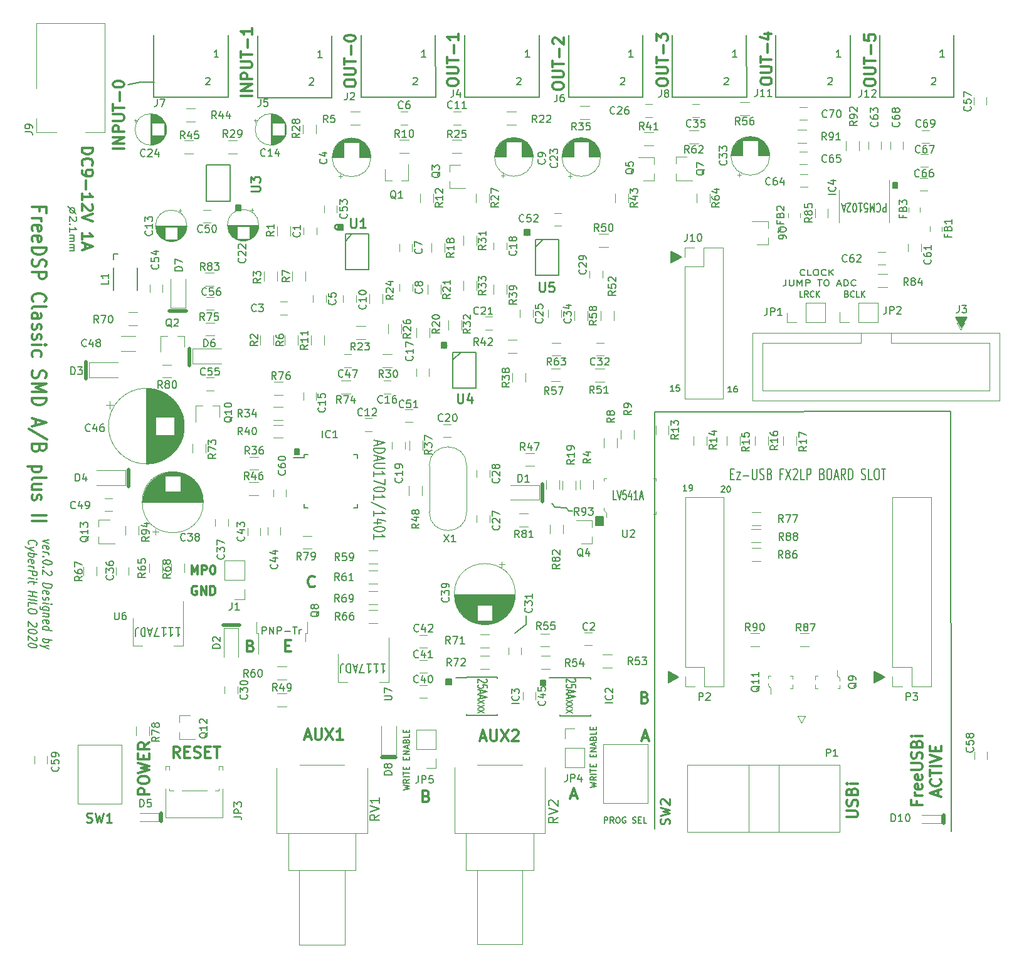
<source format=gto>
G04 #@! TF.GenerationSoftware,KiCad,Pcbnew,(5.1.6-0-10_14)*
G04 #@! TF.CreationDate,2020-10-12T01:28:03+09:00*
G04 #@! TF.ProjectId,FreeDSP_SMD_AB_plus,46726565-4453-4505-9f53-4d445f41425f,rev?*
G04 #@! TF.SameCoordinates,Original*
G04 #@! TF.FileFunction,Legend,Top*
G04 #@! TF.FilePolarity,Positive*
%FSLAX46Y46*%
G04 Gerber Fmt 4.6, Leading zero omitted, Abs format (unit mm)*
G04 Created by KiCad (PCBNEW (5.1.6-0-10_14)) date 2020-10-12 01:28:03*
%MOMM*%
%LPD*%
G01*
G04 APERTURE LIST*
%ADD10C,0.150000*%
%ADD11C,0.300000*%
%ADD12C,0.127000*%
%ADD13C,0.500000*%
%ADD14C,0.200000*%
%ADD15C,0.100000*%
%ADD16C,0.120000*%
%ADD17C,0.254000*%
G04 APERTURE END LIST*
D10*
X51277980Y-68409926D02*
X51325600Y-68457545D01*
X51373219Y-68552783D01*
X51373219Y-68790879D01*
X51325600Y-68886117D01*
X51277980Y-68933736D01*
X51182742Y-68981355D01*
X51087504Y-68981355D01*
X50944647Y-68933736D01*
X50373219Y-68362307D01*
X50373219Y-68981355D01*
X50468457Y-69409926D02*
X50420838Y-69457545D01*
X50373219Y-69409926D01*
X50420838Y-69362307D01*
X50468457Y-69409926D01*
X50373219Y-69409926D01*
X50373219Y-70409926D02*
X50373219Y-69838498D01*
X50373219Y-70124212D02*
X51373219Y-70124212D01*
X51230361Y-70028974D01*
X51135123Y-69933736D01*
X51087504Y-69838498D01*
X50373219Y-70838498D02*
X51039885Y-70838498D01*
X50944647Y-70838498D02*
X50992266Y-70886117D01*
X51039885Y-70981355D01*
X51039885Y-71124212D01*
X50992266Y-71219450D01*
X50897028Y-71267069D01*
X50373219Y-71267069D01*
X50897028Y-71267069D02*
X50992266Y-71314688D01*
X51039885Y-71409926D01*
X51039885Y-71552783D01*
X50992266Y-71648021D01*
X50897028Y-71695640D01*
X50373219Y-71695640D01*
X50373219Y-72171831D02*
X51039885Y-72171831D01*
X50944647Y-72171831D02*
X50992266Y-72219450D01*
X51039885Y-72314688D01*
X51039885Y-72457545D01*
X50992266Y-72552783D01*
X50897028Y-72600402D01*
X50373219Y-72600402D01*
X50897028Y-72600402D02*
X50992266Y-72648021D01*
X51039885Y-72743260D01*
X51039885Y-72886117D01*
X50992266Y-72981355D01*
X50897028Y-73028974D01*
X50373219Y-73028974D01*
X50182980Y-66951040D02*
X51285340Y-68020380D01*
X51136696Y-67532700D02*
G75*
G03*
X51136696Y-67532700I-372056J0D01*
G01*
D11*
X105891851Y-138755380D02*
X106606137Y-138755380D01*
X105748994Y-139183951D02*
X106248994Y-137683951D01*
X106748994Y-139183951D01*
X107248994Y-137683951D02*
X107248994Y-138898237D01*
X107320422Y-139041094D01*
X107391851Y-139112522D01*
X107534708Y-139183951D01*
X107820422Y-139183951D01*
X107963280Y-139112522D01*
X108034708Y-139041094D01*
X108106137Y-138898237D01*
X108106137Y-137683951D01*
X108677565Y-137683951D02*
X109677565Y-139183951D01*
X109677565Y-137683951D02*
X108677565Y-139183951D01*
X110177565Y-137826808D02*
X110248994Y-137755380D01*
X110391851Y-137683951D01*
X110748994Y-137683951D01*
X110891851Y-137755380D01*
X110963280Y-137826808D01*
X111034708Y-137969665D01*
X111034708Y-138112522D01*
X110963280Y-138326808D01*
X110106137Y-139183951D01*
X111034708Y-139183951D01*
X82208891Y-138567420D02*
X82923177Y-138567420D01*
X82066034Y-138995991D02*
X82566034Y-137495991D01*
X83066034Y-138995991D01*
X83566034Y-137495991D02*
X83566034Y-138710277D01*
X83637462Y-138853134D01*
X83708891Y-138924562D01*
X83851748Y-138995991D01*
X84137462Y-138995991D01*
X84280320Y-138924562D01*
X84351748Y-138853134D01*
X84423177Y-138710277D01*
X84423177Y-137495991D01*
X84994605Y-137495991D02*
X85994605Y-138995991D01*
X85994605Y-137495991D02*
X84994605Y-138995991D01*
X87351748Y-138995991D02*
X86494605Y-138995991D01*
X86923177Y-138995991D02*
X86923177Y-137495991D01*
X86780320Y-137710277D01*
X86637462Y-137853134D01*
X86494605Y-137924562D01*
X164761997Y-147342157D02*
X164761997Y-147842157D01*
X165547711Y-147842157D02*
X164047711Y-147842157D01*
X164047711Y-147127871D01*
X165547711Y-146556442D02*
X164547711Y-146556442D01*
X164833425Y-146556442D02*
X164690568Y-146485014D01*
X164619140Y-146413585D01*
X164547711Y-146270728D01*
X164547711Y-146127871D01*
X165476282Y-145056442D02*
X165547711Y-145199300D01*
X165547711Y-145485014D01*
X165476282Y-145627871D01*
X165333425Y-145699300D01*
X164761997Y-145699300D01*
X164619140Y-145627871D01*
X164547711Y-145485014D01*
X164547711Y-145199300D01*
X164619140Y-145056442D01*
X164761997Y-144985014D01*
X164904854Y-144985014D01*
X165047711Y-145699300D01*
X165476282Y-143770728D02*
X165547711Y-143913585D01*
X165547711Y-144199300D01*
X165476282Y-144342157D01*
X165333425Y-144413585D01*
X164761997Y-144413585D01*
X164619140Y-144342157D01*
X164547711Y-144199300D01*
X164547711Y-143913585D01*
X164619140Y-143770728D01*
X164761997Y-143699300D01*
X164904854Y-143699300D01*
X165047711Y-144413585D01*
X164047711Y-143056442D02*
X165261997Y-143056442D01*
X165404854Y-142985014D01*
X165476282Y-142913585D01*
X165547711Y-142770728D01*
X165547711Y-142485014D01*
X165476282Y-142342157D01*
X165404854Y-142270728D01*
X165261997Y-142199300D01*
X164047711Y-142199300D01*
X165476282Y-141556442D02*
X165547711Y-141342157D01*
X165547711Y-140985014D01*
X165476282Y-140842157D01*
X165404854Y-140770728D01*
X165261997Y-140699300D01*
X165119140Y-140699300D01*
X164976282Y-140770728D01*
X164904854Y-140842157D01*
X164833425Y-140985014D01*
X164761997Y-141270728D01*
X164690568Y-141413585D01*
X164619140Y-141485014D01*
X164476282Y-141556442D01*
X164333425Y-141556442D01*
X164190568Y-141485014D01*
X164119140Y-141413585D01*
X164047711Y-141270728D01*
X164047711Y-140913585D01*
X164119140Y-140699300D01*
X164761997Y-139556442D02*
X164833425Y-139342157D01*
X164904854Y-139270728D01*
X165047711Y-139199300D01*
X165261997Y-139199300D01*
X165404854Y-139270728D01*
X165476282Y-139342157D01*
X165547711Y-139485014D01*
X165547711Y-140056442D01*
X164047711Y-140056442D01*
X164047711Y-139556442D01*
X164119140Y-139413585D01*
X164190568Y-139342157D01*
X164333425Y-139270728D01*
X164476282Y-139270728D01*
X164619140Y-139342157D01*
X164690568Y-139413585D01*
X164761997Y-139556442D01*
X164761997Y-140056442D01*
X165547711Y-138556442D02*
X164547711Y-138556442D01*
X164047711Y-138556442D02*
X164119140Y-138627871D01*
X164190568Y-138556442D01*
X164119140Y-138485014D01*
X164047711Y-138556442D01*
X164190568Y-138556442D01*
X167669140Y-146556442D02*
X167669140Y-145842157D01*
X168097711Y-146699300D02*
X166597711Y-146199300D01*
X168097711Y-145699300D01*
X167954854Y-144342157D02*
X168026282Y-144413585D01*
X168097711Y-144627871D01*
X168097711Y-144770728D01*
X168026282Y-144985014D01*
X167883425Y-145127871D01*
X167740568Y-145199300D01*
X167454854Y-145270728D01*
X167240568Y-145270728D01*
X166954854Y-145199300D01*
X166811997Y-145127871D01*
X166669140Y-144985014D01*
X166597711Y-144770728D01*
X166597711Y-144627871D01*
X166669140Y-144413585D01*
X166740568Y-144342157D01*
X166597711Y-143913585D02*
X166597711Y-143056442D01*
X168097711Y-143485014D02*
X166597711Y-143485014D01*
X168097711Y-142556442D02*
X166597711Y-142556442D01*
X166597711Y-142056442D02*
X168097711Y-141556442D01*
X166597711Y-141056442D01*
X167311997Y-140556442D02*
X167311997Y-140056442D01*
X168097711Y-139842157D02*
X168097711Y-140556442D01*
X166597711Y-140556442D01*
X166597711Y-139842157D01*
D10*
G36*
X101341120Y-86128040D02*
G01*
X100635000Y-86133120D01*
X100635000Y-85371120D01*
X101341120Y-85366040D01*
X101341120Y-86128040D01*
G37*
X101341120Y-86128040D02*
X100635000Y-86133120D01*
X100635000Y-85371120D01*
X101341120Y-85366040D01*
X101341120Y-86128040D01*
D12*
X160654833Y-66573282D02*
X160654833Y-67773282D01*
X160350071Y-67773282D01*
X160273880Y-67716140D01*
X160235785Y-67658997D01*
X160197690Y-67544711D01*
X160197690Y-67373282D01*
X160235785Y-67258997D01*
X160273880Y-67201854D01*
X160350071Y-67144711D01*
X160654833Y-67144711D01*
X159397690Y-66687568D02*
X159435785Y-66630425D01*
X159550071Y-66573282D01*
X159626261Y-66573282D01*
X159740547Y-66630425D01*
X159816738Y-66744711D01*
X159854833Y-66858997D01*
X159892928Y-67087568D01*
X159892928Y-67258997D01*
X159854833Y-67487568D01*
X159816738Y-67601854D01*
X159740547Y-67716140D01*
X159626261Y-67773282D01*
X159550071Y-67773282D01*
X159435785Y-67716140D01*
X159397690Y-67658997D01*
X159054833Y-66573282D02*
X159054833Y-67773282D01*
X158788166Y-66916140D01*
X158521500Y-67773282D01*
X158521500Y-66573282D01*
X157759595Y-67773282D02*
X158140547Y-67773282D01*
X158178642Y-67201854D01*
X158140547Y-67258997D01*
X158064357Y-67316140D01*
X157873880Y-67316140D01*
X157797690Y-67258997D01*
X157759595Y-67201854D01*
X157721500Y-67087568D01*
X157721500Y-66801854D01*
X157759595Y-66687568D01*
X157797690Y-66630425D01*
X157873880Y-66573282D01*
X158064357Y-66573282D01*
X158140547Y-66630425D01*
X158178642Y-66687568D01*
X156959595Y-66573282D02*
X157416738Y-66573282D01*
X157188166Y-66573282D02*
X157188166Y-67773282D01*
X157264357Y-67601854D01*
X157340547Y-67487568D01*
X157416738Y-67430425D01*
X156464357Y-67773282D02*
X156388166Y-67773282D01*
X156311976Y-67716140D01*
X156273880Y-67658997D01*
X156235785Y-67544711D01*
X156197690Y-67316140D01*
X156197690Y-67030425D01*
X156235785Y-66801854D01*
X156273880Y-66687568D01*
X156311976Y-66630425D01*
X156388166Y-66573282D01*
X156464357Y-66573282D01*
X156540547Y-66630425D01*
X156578642Y-66687568D01*
X156616738Y-66801854D01*
X156654833Y-67030425D01*
X156654833Y-67316140D01*
X156616738Y-67544711D01*
X156578642Y-67658997D01*
X156540547Y-67716140D01*
X156464357Y-67773282D01*
X155892928Y-67658997D02*
X155854833Y-67716140D01*
X155778642Y-67773282D01*
X155588166Y-67773282D01*
X155511976Y-67716140D01*
X155473880Y-67658997D01*
X155435785Y-67544711D01*
X155435785Y-67430425D01*
X155473880Y-67258997D01*
X155931023Y-66573282D01*
X155435785Y-66573282D01*
X155131023Y-66916140D02*
X154750071Y-66916140D01*
X155207214Y-66573282D02*
X154940547Y-67773282D01*
X154673880Y-66573282D01*
D10*
G36*
X162202060Y-64517720D02*
G01*
X161567060Y-64517720D01*
X161567060Y-63755720D01*
X162202060Y-63755720D01*
X162202060Y-64517720D01*
G37*
X162202060Y-64517720D02*
X161567060Y-64517720D01*
X161567060Y-63755720D01*
X162202060Y-63755720D01*
X162202060Y-64517720D01*
G36*
X112522200Y-70146360D02*
G01*
X112522200Y-70908360D01*
X111838940Y-70893120D01*
X111838940Y-70131120D01*
X112522200Y-70146360D01*
G37*
X112522200Y-70146360D02*
X112522200Y-70908360D01*
X111838940Y-70893120D01*
X111838940Y-70131120D01*
X112522200Y-70146360D01*
G36*
X73530660Y-66791020D02*
G01*
X73530660Y-67553020D01*
X72822000Y-67540320D01*
X72822000Y-66778320D01*
X73530660Y-66791020D01*
G37*
X73530660Y-66791020D02*
X73530660Y-67553020D01*
X72822000Y-67540320D01*
X72822000Y-66778320D01*
X73530660Y-66791020D01*
G36*
X87310160Y-70225100D02*
G01*
X86675160Y-70225100D01*
X86675160Y-69463100D01*
X87310160Y-69463100D01*
X87310160Y-70225100D01*
G37*
X87310160Y-70225100D02*
X86675160Y-70225100D01*
X86675160Y-69463100D01*
X87310160Y-69463100D01*
X87310160Y-70225100D01*
D13*
X168465700Y-149193700D02*
X168465700Y-150273200D01*
D11*
X128105562Y-133300457D02*
X128319848Y-133371885D01*
X128391277Y-133443314D01*
X128462705Y-133586171D01*
X128462705Y-133800457D01*
X128391277Y-133943314D01*
X128319848Y-134014742D01*
X128176991Y-134086171D01*
X127605562Y-134086171D01*
X127605562Y-132586171D01*
X128105562Y-132586171D01*
X128248420Y-132657600D01*
X128319848Y-132729028D01*
X128391277Y-132871885D01*
X128391277Y-133014742D01*
X128319848Y-133157600D01*
X128248420Y-133229028D01*
X128105562Y-133300457D01*
X127605562Y-133300457D01*
X127755577Y-138747760D02*
X128469862Y-138747760D01*
X127612720Y-139176331D02*
X128112720Y-137676331D01*
X128612720Y-139176331D01*
D14*
X120730264Y-145451765D02*
X121530264Y-145261289D01*
X120958836Y-145108908D01*
X121530264Y-144956527D01*
X120730264Y-144766051D01*
X121530264Y-144004146D02*
X121149312Y-144270813D01*
X121530264Y-144461289D02*
X120730264Y-144461289D01*
X120730264Y-144156527D01*
X120768360Y-144080337D01*
X120806455Y-144042241D01*
X120882645Y-144004146D01*
X120996931Y-144004146D01*
X121073121Y-144042241D01*
X121111217Y-144080337D01*
X121149312Y-144156527D01*
X121149312Y-144461289D01*
X121530264Y-143661289D02*
X120730264Y-143661289D01*
X120730264Y-143394622D02*
X120730264Y-142937480D01*
X121530264Y-143166051D02*
X120730264Y-143166051D01*
X121111217Y-142670813D02*
X121111217Y-142404146D01*
X121530264Y-142289860D02*
X121530264Y-142670813D01*
X120730264Y-142670813D01*
X120730264Y-142289860D01*
X121111217Y-141337480D02*
X121111217Y-141070813D01*
X121530264Y-140956527D02*
X121530264Y-141337480D01*
X120730264Y-141337480D01*
X120730264Y-140956527D01*
X121530264Y-140613670D02*
X120730264Y-140613670D01*
X121530264Y-140156527D01*
X120730264Y-140156527D01*
X121301693Y-139813670D02*
X121301693Y-139432718D01*
X121530264Y-139889860D02*
X120730264Y-139623194D01*
X121530264Y-139356527D01*
X121111217Y-138823194D02*
X121149312Y-138708908D01*
X121187407Y-138670813D01*
X121263598Y-138632718D01*
X121377883Y-138632718D01*
X121454074Y-138670813D01*
X121492169Y-138708908D01*
X121530264Y-138785099D01*
X121530264Y-139089860D01*
X120730264Y-139089860D01*
X120730264Y-138823194D01*
X120768360Y-138747003D01*
X120806455Y-138708908D01*
X120882645Y-138670813D01*
X120958836Y-138670813D01*
X121035026Y-138708908D01*
X121073121Y-138747003D01*
X121111217Y-138823194D01*
X121111217Y-139089860D01*
X121530264Y-137908908D02*
X121530264Y-138289860D01*
X120730264Y-138289860D01*
X121111217Y-137642241D02*
X121111217Y-137375575D01*
X121530264Y-137261289D02*
X121530264Y-137642241D01*
X120730264Y-137642241D01*
X120730264Y-137261289D01*
D12*
X92460020Y-128767722D02*
X93031449Y-128767722D01*
X92745735Y-128767722D02*
X92745735Y-129967722D01*
X92840973Y-129796294D01*
X92936211Y-129682008D01*
X93031449Y-129624865D01*
X91507640Y-128767722D02*
X92079068Y-128767722D01*
X91793354Y-128767722D02*
X91793354Y-129967722D01*
X91888592Y-129796294D01*
X91983830Y-129682008D01*
X92079068Y-129624865D01*
X90555259Y-128767722D02*
X91126687Y-128767722D01*
X90840973Y-128767722D02*
X90840973Y-129967722D01*
X90936211Y-129796294D01*
X91031449Y-129682008D01*
X91126687Y-129624865D01*
X90221925Y-129967722D02*
X89555259Y-129967722D01*
X89983830Y-128767722D01*
X89221925Y-129110580D02*
X88745735Y-129110580D01*
X89317163Y-128767722D02*
X88983830Y-129967722D01*
X88650497Y-128767722D01*
X88317163Y-128767722D02*
X88317163Y-129967722D01*
X88079068Y-129967722D01*
X87936211Y-129910580D01*
X87840973Y-129796294D01*
X87793354Y-129682008D01*
X87745735Y-129453437D01*
X87745735Y-129282008D01*
X87793354Y-129053437D01*
X87840973Y-128939151D01*
X87936211Y-128824865D01*
X88079068Y-128767722D01*
X88317163Y-128767722D01*
X87031449Y-129967722D02*
X87031449Y-129110580D01*
X87079068Y-128939151D01*
X87174306Y-128824865D01*
X87317163Y-128767722D01*
X87412401Y-128767722D01*
D10*
X59946740Y-50187040D02*
X61816180Y-50187040D01*
X58247480Y-50555340D02*
X59946740Y-50187040D01*
D11*
X157674771Y-50393657D02*
X157674771Y-50107942D01*
X157746200Y-49965085D01*
X157889057Y-49822228D01*
X158174771Y-49750800D01*
X158674771Y-49750800D01*
X158960485Y-49822228D01*
X159103342Y-49965085D01*
X159174771Y-50107942D01*
X159174771Y-50393657D01*
X159103342Y-50536514D01*
X158960485Y-50679371D01*
X158674771Y-50750800D01*
X158174771Y-50750800D01*
X157889057Y-50679371D01*
X157746200Y-50536514D01*
X157674771Y-50393657D01*
X157674771Y-49107942D02*
X158889057Y-49107942D01*
X159031914Y-49036514D01*
X159103342Y-48965085D01*
X159174771Y-48822228D01*
X159174771Y-48536514D01*
X159103342Y-48393657D01*
X159031914Y-48322228D01*
X158889057Y-48250800D01*
X157674771Y-48250800D01*
X157674771Y-47750800D02*
X157674771Y-46893657D01*
X159174771Y-47322228D02*
X157674771Y-47322228D01*
X158603342Y-46393657D02*
X158603342Y-45250800D01*
X157674771Y-43822228D02*
X157674771Y-44536514D01*
X158389057Y-44607942D01*
X158317628Y-44536514D01*
X158246200Y-44393657D01*
X158246200Y-44036514D01*
X158317628Y-43893657D01*
X158389057Y-43822228D01*
X158531914Y-43750800D01*
X158889057Y-43750800D01*
X159031914Y-43822228D01*
X159103342Y-43893657D01*
X159174771Y-44036514D01*
X159174771Y-44393657D01*
X159103342Y-44536514D01*
X159031914Y-44607942D01*
X143699691Y-50223477D02*
X143699691Y-49937762D01*
X143771120Y-49794905D01*
X143913977Y-49652048D01*
X144199691Y-49580620D01*
X144699691Y-49580620D01*
X144985405Y-49652048D01*
X145128262Y-49794905D01*
X145199691Y-49937762D01*
X145199691Y-50223477D01*
X145128262Y-50366334D01*
X144985405Y-50509191D01*
X144699691Y-50580620D01*
X144199691Y-50580620D01*
X143913977Y-50509191D01*
X143771120Y-50366334D01*
X143699691Y-50223477D01*
X143699691Y-48937762D02*
X144913977Y-48937762D01*
X145056834Y-48866334D01*
X145128262Y-48794905D01*
X145199691Y-48652048D01*
X145199691Y-48366334D01*
X145128262Y-48223477D01*
X145056834Y-48152048D01*
X144913977Y-48080620D01*
X143699691Y-48080620D01*
X143699691Y-47580620D02*
X143699691Y-46723477D01*
X145199691Y-47152048D02*
X143699691Y-47152048D01*
X144628262Y-46223477D02*
X144628262Y-45080620D01*
X144199691Y-43723477D02*
X145199691Y-43723477D01*
X143628262Y-44080620D02*
X144699691Y-44437762D01*
X144699691Y-43509191D01*
D10*
X117800320Y-108142220D02*
X118336260Y-108142220D01*
X117510760Y-107728200D02*
X117800320Y-108142220D01*
X115979140Y-107646920D02*
X117510760Y-107728200D01*
X115524480Y-107149080D02*
X115979140Y-107646920D01*
X112034520Y-123483820D02*
X112031980Y-122231600D01*
X110561320Y-124634440D02*
X112034520Y-123483820D01*
X169387720Y-94642120D02*
X169466460Y-151367940D01*
X129415740Y-94725940D02*
X169387720Y-94642120D01*
X129430980Y-151012340D02*
X129415740Y-94725940D01*
G36*
X170777100Y-83354360D02*
G01*
X170015100Y-81957360D01*
X171539100Y-81957360D01*
X170777100Y-83354360D01*
G37*
X170777100Y-83354360D02*
X170015100Y-81957360D01*
X171539100Y-81957360D01*
X170777100Y-83354360D01*
G36*
X160479940Y-130537400D02*
G01*
X159082940Y-131299400D01*
X159082940Y-129775400D01*
X160479940Y-130537400D01*
G37*
X160479940Y-130537400D02*
X159082940Y-131299400D01*
X159082940Y-129775400D01*
X160479940Y-130537400D01*
G36*
X132641540Y-130562800D02*
G01*
X131244540Y-131324800D01*
X131244540Y-129800800D01*
X132641540Y-130562800D01*
G37*
X132641540Y-130562800D02*
X131244540Y-131324800D01*
X131244540Y-129800800D01*
X132641540Y-130562800D01*
X139656098Y-103132877D02*
X139989431Y-103132877D01*
X140132288Y-103918591D02*
X139656098Y-103918591D01*
X139656098Y-102418591D01*
X140132288Y-102418591D01*
X140465621Y-102918591D02*
X140989431Y-102918591D01*
X140465621Y-103918591D01*
X140989431Y-103918591D01*
X141370383Y-103347162D02*
X142132288Y-103347162D01*
X142608479Y-102418591D02*
X142608479Y-103632877D01*
X142656098Y-103775734D01*
X142703717Y-103847162D01*
X142798955Y-103918591D01*
X142989431Y-103918591D01*
X143084669Y-103847162D01*
X143132288Y-103775734D01*
X143179907Y-103632877D01*
X143179907Y-102418591D01*
X143608479Y-103847162D02*
X143751336Y-103918591D01*
X143989431Y-103918591D01*
X144084669Y-103847162D01*
X144132288Y-103775734D01*
X144179907Y-103632877D01*
X144179907Y-103490020D01*
X144132288Y-103347162D01*
X144084669Y-103275734D01*
X143989431Y-103204305D01*
X143798955Y-103132877D01*
X143703717Y-103061448D01*
X143656098Y-102990020D01*
X143608479Y-102847162D01*
X143608479Y-102704305D01*
X143656098Y-102561448D01*
X143703717Y-102490020D01*
X143798955Y-102418591D01*
X144037050Y-102418591D01*
X144179907Y-102490020D01*
X144941812Y-103132877D02*
X145084669Y-103204305D01*
X145132288Y-103275734D01*
X145179907Y-103418591D01*
X145179907Y-103632877D01*
X145132288Y-103775734D01*
X145084669Y-103847162D01*
X144989431Y-103918591D01*
X144608479Y-103918591D01*
X144608479Y-102418591D01*
X144941812Y-102418591D01*
X145037050Y-102490020D01*
X145084669Y-102561448D01*
X145132288Y-102704305D01*
X145132288Y-102847162D01*
X145084669Y-102990020D01*
X145037050Y-103061448D01*
X144941812Y-103132877D01*
X144608479Y-103132877D01*
X146703717Y-103132877D02*
X146370383Y-103132877D01*
X146370383Y-103918591D02*
X146370383Y-102418591D01*
X146846574Y-102418591D01*
X147132288Y-102418591D02*
X147798955Y-103918591D01*
X147798955Y-102418591D02*
X147132288Y-103918591D01*
X148132288Y-102561448D02*
X148179907Y-102490020D01*
X148275145Y-102418591D01*
X148513240Y-102418591D01*
X148608479Y-102490020D01*
X148656098Y-102561448D01*
X148703717Y-102704305D01*
X148703717Y-102847162D01*
X148656098Y-103061448D01*
X148084669Y-103918591D01*
X148703717Y-103918591D01*
X149608479Y-103918591D02*
X149132288Y-103918591D01*
X149132288Y-102418591D01*
X149941812Y-103918591D02*
X149941812Y-102418591D01*
X150322764Y-102418591D01*
X150418002Y-102490020D01*
X150465621Y-102561448D01*
X150513240Y-102704305D01*
X150513240Y-102918591D01*
X150465621Y-103061448D01*
X150418002Y-103132877D01*
X150322764Y-103204305D01*
X149941812Y-103204305D01*
X152037050Y-103132877D02*
X152179907Y-103204305D01*
X152227526Y-103275734D01*
X152275145Y-103418591D01*
X152275145Y-103632877D01*
X152227526Y-103775734D01*
X152179907Y-103847162D01*
X152084669Y-103918591D01*
X151703717Y-103918591D01*
X151703717Y-102418591D01*
X152037050Y-102418591D01*
X152132288Y-102490020D01*
X152179907Y-102561448D01*
X152227526Y-102704305D01*
X152227526Y-102847162D01*
X152179907Y-102990020D01*
X152132288Y-103061448D01*
X152037050Y-103132877D01*
X151703717Y-103132877D01*
X152894193Y-102418591D02*
X153084669Y-102418591D01*
X153179907Y-102490020D01*
X153275145Y-102632877D01*
X153322764Y-102918591D01*
X153322764Y-103418591D01*
X153275145Y-103704305D01*
X153179907Y-103847162D01*
X153084669Y-103918591D01*
X152894193Y-103918591D01*
X152798955Y-103847162D01*
X152703717Y-103704305D01*
X152656098Y-103418591D01*
X152656098Y-102918591D01*
X152703717Y-102632877D01*
X152798955Y-102490020D01*
X152894193Y-102418591D01*
X153703717Y-103490020D02*
X154179907Y-103490020D01*
X153608479Y-103918591D02*
X153941812Y-102418591D01*
X154275145Y-103918591D01*
X155179907Y-103918591D02*
X154846574Y-103204305D01*
X154608479Y-103918591D02*
X154608479Y-102418591D01*
X154989431Y-102418591D01*
X155084669Y-102490020D01*
X155132288Y-102561448D01*
X155179907Y-102704305D01*
X155179907Y-102918591D01*
X155132288Y-103061448D01*
X155084669Y-103132877D01*
X154989431Y-103204305D01*
X154608479Y-103204305D01*
X155608479Y-103918591D02*
X155608479Y-102418591D01*
X155846574Y-102418591D01*
X155989431Y-102490020D01*
X156084669Y-102632877D01*
X156132288Y-102775734D01*
X156179907Y-103061448D01*
X156179907Y-103275734D01*
X156132288Y-103561448D01*
X156084669Y-103704305D01*
X155989431Y-103847162D01*
X155846574Y-103918591D01*
X155608479Y-103918591D01*
X157322764Y-103847162D02*
X157465621Y-103918591D01*
X157703717Y-103918591D01*
X157798955Y-103847162D01*
X157846574Y-103775734D01*
X157894193Y-103632877D01*
X157894193Y-103490020D01*
X157846574Y-103347162D01*
X157798955Y-103275734D01*
X157703717Y-103204305D01*
X157513240Y-103132877D01*
X157418002Y-103061448D01*
X157370383Y-102990020D01*
X157322764Y-102847162D01*
X157322764Y-102704305D01*
X157370383Y-102561448D01*
X157418002Y-102490020D01*
X157513240Y-102418591D01*
X157751336Y-102418591D01*
X157894193Y-102490020D01*
X158798955Y-103918591D02*
X158322764Y-103918591D01*
X158322764Y-102418591D01*
X159322764Y-102418591D02*
X159513240Y-102418591D01*
X159608479Y-102490020D01*
X159703717Y-102632877D01*
X159751336Y-102918591D01*
X159751336Y-103418591D01*
X159703717Y-103704305D01*
X159608479Y-103847162D01*
X159513240Y-103918591D01*
X159322764Y-103918591D01*
X159227526Y-103847162D01*
X159132288Y-103704305D01*
X159084669Y-103418591D01*
X159084669Y-102918591D01*
X159132288Y-102632877D01*
X159227526Y-102490020D01*
X159322764Y-102418591D01*
X160037050Y-102418591D02*
X160608479Y-102418591D01*
X160322764Y-103918591D02*
X160322764Y-102418591D01*
D13*
X92616220Y-141385740D02*
X94422160Y-141385740D01*
X66605600Y-88521740D02*
X66605600Y-86235740D01*
X63915740Y-81127800D02*
X66201740Y-81127800D01*
D11*
X61163791Y-146407045D02*
X59663791Y-146407045D01*
X59663791Y-145835617D01*
X59735220Y-145692760D01*
X59806648Y-145621331D01*
X59949505Y-145549902D01*
X60163791Y-145549902D01*
X60306648Y-145621331D01*
X60378077Y-145692760D01*
X60449505Y-145835617D01*
X60449505Y-146407045D01*
X59663791Y-144621331D02*
X59663791Y-144335617D01*
X59735220Y-144192760D01*
X59878077Y-144049902D01*
X60163791Y-143978474D01*
X60663791Y-143978474D01*
X60949505Y-144049902D01*
X61092362Y-144192760D01*
X61163791Y-144335617D01*
X61163791Y-144621331D01*
X61092362Y-144764188D01*
X60949505Y-144907045D01*
X60663791Y-144978474D01*
X60163791Y-144978474D01*
X59878077Y-144907045D01*
X59735220Y-144764188D01*
X59663791Y-144621331D01*
X59663791Y-143478474D02*
X61163791Y-143121331D01*
X60092362Y-142835617D01*
X61163791Y-142549902D01*
X59663791Y-142192760D01*
X60378077Y-141621331D02*
X60378077Y-141121331D01*
X61163791Y-140907045D02*
X61163791Y-141621331D01*
X59663791Y-141621331D01*
X59663791Y-140907045D01*
X61163791Y-139407045D02*
X60449505Y-139907045D01*
X61163791Y-140264188D02*
X59663791Y-140264188D01*
X59663791Y-139692760D01*
X59735220Y-139549902D01*
X59806648Y-139478474D01*
X59949505Y-139407045D01*
X60163791Y-139407045D01*
X60306648Y-139478474D01*
X60378077Y-139549902D01*
X60449505Y-139692760D01*
X60449505Y-140264188D01*
D13*
X62748360Y-148975260D02*
X62748360Y-150054760D01*
D12*
X132011639Y-91943324D02*
X131554496Y-91943324D01*
X131783067Y-91943324D02*
X131783067Y-91143324D01*
X131706877Y-91257610D01*
X131630686Y-91333800D01*
X131554496Y-91371896D01*
X132735448Y-91143324D02*
X132354496Y-91143324D01*
X132316400Y-91524277D01*
X132354496Y-91486181D01*
X132430686Y-91448086D01*
X132621162Y-91448086D01*
X132697353Y-91486181D01*
X132735448Y-91524277D01*
X132773543Y-91600467D01*
X132773543Y-91790943D01*
X132735448Y-91867134D01*
X132697353Y-91905229D01*
X132621162Y-91943324D01*
X132430686Y-91943324D01*
X132354496Y-91905229D01*
X132316400Y-91867134D01*
D10*
G36*
X133022540Y-73844600D02*
G01*
X131625540Y-74606600D01*
X131625540Y-73082600D01*
X133022540Y-73844600D01*
G37*
X133022540Y-73844600D02*
X131625540Y-74606600D01*
X131625540Y-73082600D01*
X133022540Y-73844600D01*
D12*
X133728679Y-105402784D02*
X133271536Y-105402784D01*
X133500107Y-105402784D02*
X133500107Y-104602784D01*
X133423917Y-104717070D01*
X133347726Y-104793260D01*
X133271536Y-104831356D01*
X134109631Y-105402784D02*
X134262012Y-105402784D01*
X134338202Y-105364689D01*
X134376298Y-105326594D01*
X134452488Y-105212308D01*
X134490583Y-105059927D01*
X134490583Y-104755165D01*
X134452488Y-104678975D01*
X134414393Y-104640880D01*
X134338202Y-104602784D01*
X134185821Y-104602784D01*
X134109631Y-104640880D01*
X134071536Y-104678975D01*
X134033440Y-104755165D01*
X134033440Y-104945641D01*
X134071536Y-105021832D01*
X134109631Y-105059927D01*
X134185821Y-105098022D01*
X134338202Y-105098022D01*
X134414393Y-105059927D01*
X134452488Y-105021832D01*
X134490583Y-104945641D01*
X138402336Y-104823755D02*
X138440431Y-104785660D01*
X138516621Y-104747564D01*
X138707098Y-104747564D01*
X138783288Y-104785660D01*
X138821383Y-104823755D01*
X138859479Y-104899945D01*
X138859479Y-104976136D01*
X138821383Y-105090421D01*
X138364240Y-105547564D01*
X138859479Y-105547564D01*
X139354717Y-104747564D02*
X139430907Y-104747564D01*
X139507098Y-104785660D01*
X139545193Y-104823755D01*
X139583288Y-104899945D01*
X139621383Y-105052326D01*
X139621383Y-105242802D01*
X139583288Y-105395183D01*
X139545193Y-105471374D01*
X139507098Y-105509469D01*
X139430907Y-105547564D01*
X139354717Y-105547564D01*
X139278526Y-105509469D01*
X139240431Y-105471374D01*
X139202336Y-105395183D01*
X139164240Y-105242802D01*
X139164240Y-105052326D01*
X139202336Y-104899945D01*
X139240431Y-104823755D01*
X139278526Y-104785660D01*
X139354717Y-104747564D01*
X139801819Y-92072864D02*
X139344676Y-92072864D01*
X139573247Y-92072864D02*
X139573247Y-91272864D01*
X139497057Y-91387150D01*
X139420866Y-91463340D01*
X139344676Y-91501436D01*
X140487533Y-91272864D02*
X140335152Y-91272864D01*
X140258961Y-91310960D01*
X140220866Y-91349055D01*
X140144676Y-91463340D01*
X140106580Y-91615721D01*
X140106580Y-91920483D01*
X140144676Y-91996674D01*
X140182771Y-92034769D01*
X140258961Y-92072864D01*
X140411342Y-92072864D01*
X140487533Y-92034769D01*
X140525628Y-91996674D01*
X140563723Y-91920483D01*
X140563723Y-91730007D01*
X140525628Y-91653817D01*
X140487533Y-91615721D01*
X140411342Y-91577626D01*
X140258961Y-91577626D01*
X140182771Y-91615721D01*
X140144676Y-91653817D01*
X140106580Y-91730007D01*
D11*
X83522485Y-118268974D02*
X83451057Y-118340402D01*
X83236771Y-118411831D01*
X83093914Y-118411831D01*
X82879628Y-118340402D01*
X82736771Y-118197545D01*
X82665342Y-118054688D01*
X82593914Y-117768974D01*
X82593914Y-117554688D01*
X82665342Y-117268974D01*
X82736771Y-117126117D01*
X82879628Y-116983260D01*
X83093914Y-116911831D01*
X83236771Y-116911831D01*
X83451057Y-116983260D01*
X83522485Y-117054688D01*
X74845822Y-126341877D02*
X75060108Y-126413305D01*
X75131537Y-126484734D01*
X75202965Y-126627591D01*
X75202965Y-126841877D01*
X75131537Y-126984734D01*
X75060108Y-127056162D01*
X74917251Y-127127591D01*
X74345822Y-127127591D01*
X74345822Y-125627591D01*
X74845822Y-125627591D01*
X74988680Y-125699020D01*
X75060108Y-125770448D01*
X75131537Y-125913305D01*
X75131537Y-126056162D01*
X75060108Y-126199020D01*
X74988680Y-126270448D01*
X74845822Y-126341877D01*
X74345822Y-126341877D01*
X79568371Y-126308857D02*
X80068371Y-126308857D01*
X80282657Y-127094571D02*
X79568371Y-127094571D01*
X79568371Y-125594571D01*
X80282657Y-125594571D01*
D12*
X76396421Y-124764240D02*
X76396421Y-123764240D01*
X76777374Y-123764240D01*
X76872612Y-123811860D01*
X76920231Y-123859479D01*
X76967850Y-123954717D01*
X76967850Y-124097574D01*
X76920231Y-124192812D01*
X76872612Y-124240431D01*
X76777374Y-124288050D01*
X76396421Y-124288050D01*
X77396421Y-124764240D02*
X77396421Y-123764240D01*
X77967850Y-124764240D01*
X77967850Y-123764240D01*
X78444040Y-124764240D02*
X78444040Y-123764240D01*
X78824993Y-123764240D01*
X78920231Y-123811860D01*
X78967850Y-123859479D01*
X79015469Y-123954717D01*
X79015469Y-124097574D01*
X78967850Y-124192812D01*
X78920231Y-124240431D01*
X78824993Y-124288050D01*
X78444040Y-124288050D01*
X79444040Y-124383288D02*
X80205945Y-124383288D01*
X80539279Y-123764240D02*
X81110707Y-123764240D01*
X80824993Y-124764240D02*
X80824993Y-123764240D01*
X81444040Y-124764240D02*
X81444040Y-124097574D01*
X81444040Y-124288050D02*
X81491660Y-124192812D01*
X81539279Y-124145193D01*
X81634517Y-124097574D01*
X81729755Y-124097574D01*
X64746080Y-123890922D02*
X65317509Y-123890922D01*
X65031795Y-123890922D02*
X65031795Y-125090922D01*
X65127033Y-124919494D01*
X65222271Y-124805208D01*
X65317509Y-124748065D01*
X63793700Y-123890922D02*
X64365128Y-123890922D01*
X64079414Y-123890922D02*
X64079414Y-125090922D01*
X64174652Y-124919494D01*
X64269890Y-124805208D01*
X64365128Y-124748065D01*
X62841319Y-123890922D02*
X63412747Y-123890922D01*
X63127033Y-123890922D02*
X63127033Y-125090922D01*
X63222271Y-124919494D01*
X63317509Y-124805208D01*
X63412747Y-124748065D01*
X62507985Y-125090922D02*
X61841319Y-125090922D01*
X62269890Y-123890922D01*
X61507985Y-124233780D02*
X61031795Y-124233780D01*
X61603223Y-123890922D02*
X61269890Y-125090922D01*
X60936557Y-123890922D01*
X60603223Y-123890922D02*
X60603223Y-125090922D01*
X60365128Y-125090922D01*
X60222271Y-125033780D01*
X60127033Y-124919494D01*
X60079414Y-124805208D01*
X60031795Y-124576637D01*
X60031795Y-124405208D01*
X60079414Y-124176637D01*
X60127033Y-124062351D01*
X60222271Y-123948065D01*
X60365128Y-123890922D01*
X60603223Y-123890922D01*
X59317509Y-125090922D02*
X59317509Y-124233780D01*
X59365128Y-124062351D01*
X59460366Y-123948065D01*
X59603223Y-123890922D01*
X59698461Y-123890922D01*
X124215287Y-106564177D02*
X123834335Y-106564177D01*
X123834335Y-105364177D01*
X124367668Y-105364177D02*
X124634335Y-106564177D01*
X124901001Y-105364177D01*
X125548620Y-105364177D02*
X125167668Y-105364177D01*
X125129573Y-105935605D01*
X125167668Y-105878462D01*
X125243859Y-105821320D01*
X125434335Y-105821320D01*
X125510525Y-105878462D01*
X125548620Y-105935605D01*
X125586716Y-106049891D01*
X125586716Y-106335605D01*
X125548620Y-106449891D01*
X125510525Y-106507034D01*
X125434335Y-106564177D01*
X125243859Y-106564177D01*
X125167668Y-106507034D01*
X125129573Y-106449891D01*
X126272430Y-105764177D02*
X126272430Y-106564177D01*
X126081954Y-105307034D02*
X125891478Y-106164177D01*
X126386716Y-106164177D01*
X127110525Y-106564177D02*
X126653382Y-106564177D01*
X126881954Y-106564177D02*
X126881954Y-105364177D01*
X126805763Y-105535605D01*
X126729573Y-105649891D01*
X126653382Y-105707034D01*
X127415287Y-106221320D02*
X127796240Y-106221320D01*
X127339097Y-106564177D02*
X127605763Y-105364177D01*
X127872430Y-106564177D01*
X106651557Y-130838673D02*
X106708700Y-130876768D01*
X106765842Y-130952959D01*
X106765842Y-131143435D01*
X106708700Y-131219625D01*
X106651557Y-131257720D01*
X106537271Y-131295816D01*
X106422985Y-131295816D01*
X106251557Y-131257720D01*
X105565842Y-130800578D01*
X105565842Y-131295816D01*
X106765842Y-132019625D02*
X106765842Y-131638673D01*
X106194414Y-131600578D01*
X106251557Y-131638673D01*
X106308700Y-131714863D01*
X106308700Y-131905340D01*
X106251557Y-131981530D01*
X106194414Y-132019625D01*
X106080128Y-132057720D01*
X105794414Y-132057720D01*
X105680128Y-132019625D01*
X105622985Y-131981530D01*
X105565842Y-131905340D01*
X105565842Y-131714863D01*
X105622985Y-131638673D01*
X105680128Y-131600578D01*
X105908700Y-132362482D02*
X105908700Y-132743435D01*
X105565842Y-132286292D02*
X106765842Y-132552959D01*
X105565842Y-132819625D01*
X105908700Y-133048197D02*
X105908700Y-133429149D01*
X105565842Y-132972006D02*
X106765842Y-133238673D01*
X105565842Y-133505340D01*
X105565842Y-133695816D02*
X106365842Y-134114863D01*
X106365842Y-133695816D02*
X105565842Y-134114863D01*
X105565842Y-134343435D02*
X106365842Y-134762482D01*
X106365842Y-134343435D02*
X105565842Y-134762482D01*
X105565842Y-134991054D02*
X106365842Y-135410101D01*
X106365842Y-134991054D02*
X105565842Y-135410101D01*
X118587017Y-130815813D02*
X118644160Y-130853908D01*
X118701302Y-130930099D01*
X118701302Y-131120575D01*
X118644160Y-131196765D01*
X118587017Y-131234860D01*
X118472731Y-131272956D01*
X118358445Y-131272956D01*
X118187017Y-131234860D01*
X117501302Y-130777718D01*
X117501302Y-131272956D01*
X118701302Y-131996765D02*
X118701302Y-131615813D01*
X118129874Y-131577718D01*
X118187017Y-131615813D01*
X118244160Y-131692003D01*
X118244160Y-131882480D01*
X118187017Y-131958670D01*
X118129874Y-131996765D01*
X118015588Y-132034860D01*
X117729874Y-132034860D01*
X117615588Y-131996765D01*
X117558445Y-131958670D01*
X117501302Y-131882480D01*
X117501302Y-131692003D01*
X117558445Y-131615813D01*
X117615588Y-131577718D01*
X117844160Y-132339622D02*
X117844160Y-132720575D01*
X117501302Y-132263432D02*
X118701302Y-132530099D01*
X117501302Y-132796765D01*
X117844160Y-133025337D02*
X117844160Y-133406289D01*
X117501302Y-132949146D02*
X118701302Y-133215813D01*
X117501302Y-133482480D01*
X117501302Y-133672956D02*
X118301302Y-134092003D01*
X118301302Y-133672956D02*
X117501302Y-134092003D01*
X117501302Y-134320575D02*
X118301302Y-134739622D01*
X118301302Y-134320575D02*
X117501302Y-134739622D01*
X117501302Y-134968194D02*
X118301302Y-135387241D01*
X118301302Y-134968194D02*
X117501302Y-135387241D01*
D10*
G36*
X101953260Y-131616900D02*
G01*
X101191260Y-131616900D01*
X101191260Y-130854900D01*
X101953260Y-130854900D01*
X101953260Y-131616900D01*
G37*
X101953260Y-131616900D02*
X101191260Y-131616900D01*
X101191260Y-130854900D01*
X101953260Y-130854900D01*
X101953260Y-131616900D01*
G36*
X114640560Y-131624520D02*
G01*
X114005560Y-131624520D01*
X114005560Y-130989520D01*
X114640560Y-130989520D01*
X114640560Y-131624520D01*
G37*
X114640560Y-131624520D02*
X114005560Y-131624520D01*
X114005560Y-130989520D01*
X114640560Y-130989520D01*
X114640560Y-131624520D01*
G36*
X122434800Y-110033000D02*
G01*
X121418800Y-110033000D01*
X121418800Y-108890000D01*
X122434800Y-108890000D01*
X122434800Y-110033000D01*
G37*
X122434800Y-110033000D02*
X121418800Y-110033000D01*
X121418800Y-108890000D01*
X122434800Y-108890000D01*
X122434800Y-110033000D01*
G36*
X81413800Y-100508000D02*
G01*
X80778800Y-100508000D01*
X80778800Y-99746000D01*
X81413800Y-99746000D01*
X81413800Y-100508000D01*
G37*
X81413800Y-100508000D02*
X80778800Y-100508000D01*
X80778800Y-99746000D01*
X81413800Y-99746000D01*
X81413800Y-100508000D01*
D14*
X102114800Y-87681000D02*
X103257800Y-86665000D01*
X113290800Y-72441000D02*
X114306800Y-71425000D01*
X87636800Y-71679000D02*
X88525800Y-70663000D01*
D13*
X58338920Y-102516120D02*
X58338920Y-104802120D01*
X52635600Y-87978180D02*
X52635600Y-90264180D01*
X71172520Y-123535640D02*
X73331520Y-123535640D01*
X114225520Y-106885940D02*
X114225520Y-104472940D01*
D14*
X122261204Y-109499600D02*
G75*
G03*
X122261204Y-109499600I-309004J0D01*
G01*
D11*
X67582094Y-118329600D02*
X67467808Y-118272457D01*
X67296380Y-118272457D01*
X67124951Y-118329600D01*
X67010665Y-118443885D01*
X66953522Y-118558171D01*
X66896380Y-118786742D01*
X66896380Y-118958171D01*
X66953522Y-119186742D01*
X67010665Y-119301028D01*
X67124951Y-119415314D01*
X67296380Y-119472457D01*
X67410665Y-119472457D01*
X67582094Y-119415314D01*
X67639237Y-119358171D01*
X67639237Y-118958171D01*
X67410665Y-118958171D01*
X68153522Y-119472457D02*
X68153522Y-118272457D01*
X68839237Y-119472457D01*
X68839237Y-118272457D01*
X69410665Y-119472457D02*
X69410665Y-118272457D01*
X69696380Y-118272457D01*
X69867808Y-118329600D01*
X69982094Y-118443885D01*
X70039237Y-118558171D01*
X70096380Y-118786742D01*
X70096380Y-118958171D01*
X70039237Y-119186742D01*
X69982094Y-119301028D01*
X69867808Y-119415314D01*
X69696380Y-119472457D01*
X69410665Y-119472457D01*
X66884311Y-116683537D02*
X66884311Y-115483537D01*
X67284311Y-116340680D01*
X67684311Y-115483537D01*
X67684311Y-116683537D01*
X68255740Y-116683537D02*
X68255740Y-115483537D01*
X68712882Y-115483537D01*
X68827168Y-115540680D01*
X68884311Y-115597822D01*
X68941454Y-115712108D01*
X68941454Y-115883537D01*
X68884311Y-115997822D01*
X68827168Y-116054965D01*
X68712882Y-116112108D01*
X68255740Y-116112108D01*
X69684311Y-115483537D02*
X69798597Y-115483537D01*
X69912882Y-115540680D01*
X69970025Y-115597822D01*
X70027168Y-115712108D01*
X70084311Y-115940680D01*
X70084311Y-116226394D01*
X70027168Y-116454965D01*
X69970025Y-116569251D01*
X69912882Y-116626394D01*
X69798597Y-116683537D01*
X69684311Y-116683537D01*
X69570025Y-116626394D01*
X69512882Y-116569251D01*
X69455740Y-116454965D01*
X69398597Y-116226394D01*
X69398597Y-115940680D01*
X69455740Y-115712108D01*
X69512882Y-115597822D01*
X69570025Y-115540680D01*
X69684311Y-115483537D01*
D14*
X47614882Y-112052820D02*
X46814882Y-112190915D01*
X47614882Y-112529010D01*
X46872025Y-113198058D02*
X46814882Y-113095677D01*
X46814882Y-112905200D01*
X46872025Y-112817105D01*
X46986311Y-112783772D01*
X47443454Y-112840915D01*
X47557740Y-112902820D01*
X47614882Y-113005200D01*
X47614882Y-113195677D01*
X47557740Y-113283772D01*
X47443454Y-113317105D01*
X47329168Y-113302820D01*
X47214882Y-112812343D01*
X46814882Y-113667105D02*
X47614882Y-113767105D01*
X47386311Y-113738534D02*
X47500597Y-113800439D01*
X47557740Y-113855200D01*
X47614882Y-113957581D01*
X47614882Y-114052820D01*
X46929168Y-114300439D02*
X46872025Y-114340915D01*
X46814882Y-114286153D01*
X46872025Y-114245677D01*
X46929168Y-114300439D01*
X46814882Y-114286153D01*
X48014882Y-115102820D02*
X48014882Y-115198058D01*
X47957740Y-115286153D01*
X47900597Y-115326629D01*
X47786311Y-115359962D01*
X47557740Y-115379010D01*
X47272025Y-115343296D01*
X47043454Y-115267105D01*
X46929168Y-115205200D01*
X46872025Y-115150439D01*
X46814882Y-115048058D01*
X46814882Y-114952820D01*
X46872025Y-114864724D01*
X46929168Y-114824248D01*
X47043454Y-114790915D01*
X47272025Y-114771867D01*
X47557740Y-114807581D01*
X47786311Y-114883772D01*
X47900597Y-114945677D01*
X47957740Y-115000439D01*
X48014882Y-115102820D01*
X46929168Y-115729010D02*
X46872025Y-115769486D01*
X46814882Y-115714724D01*
X46872025Y-115674248D01*
X46929168Y-115729010D01*
X46814882Y-115714724D01*
X47900597Y-116279010D02*
X47957740Y-116333772D01*
X48014882Y-116436153D01*
X48014882Y-116674248D01*
X47957740Y-116762343D01*
X47900597Y-116802820D01*
X47786311Y-116836153D01*
X47672025Y-116821867D01*
X47500597Y-116752820D01*
X46814882Y-116095677D01*
X46814882Y-116714724D01*
X46814882Y-117905200D02*
X48014882Y-118055200D01*
X48014882Y-118293296D01*
X47957740Y-118429010D01*
X47843454Y-118509962D01*
X47729168Y-118543296D01*
X47500597Y-118562343D01*
X47329168Y-118540915D01*
X47100597Y-118464724D01*
X46986311Y-118402820D01*
X46872025Y-118293296D01*
X46814882Y-118143296D01*
X46814882Y-117905200D01*
X46872025Y-119293296D02*
X46814882Y-119190915D01*
X46814882Y-119000439D01*
X46872025Y-118912343D01*
X46986311Y-118879010D01*
X47443454Y-118936153D01*
X47557740Y-118998058D01*
X47614882Y-119100439D01*
X47614882Y-119290915D01*
X47557740Y-119379010D01*
X47443454Y-119412343D01*
X47329168Y-119398058D01*
X47214882Y-118907581D01*
X46872025Y-119721867D02*
X46814882Y-119809962D01*
X46814882Y-120000439D01*
X46872025Y-120102820D01*
X46986311Y-120164724D01*
X47043454Y-120171867D01*
X47157740Y-120138534D01*
X47214882Y-120050439D01*
X47214882Y-119907581D01*
X47272025Y-119819486D01*
X47386311Y-119786153D01*
X47443454Y-119793296D01*
X47557740Y-119855200D01*
X47614882Y-119957581D01*
X47614882Y-120100439D01*
X47557740Y-120188534D01*
X46814882Y-120571867D02*
X47614882Y-120671867D01*
X48014882Y-120721867D02*
X47957740Y-120667105D01*
X47900597Y-120707581D01*
X47957740Y-120762343D01*
X48014882Y-120721867D01*
X47900597Y-120707581D01*
X47614882Y-121576629D02*
X46643454Y-121455200D01*
X46529168Y-121393296D01*
X46472025Y-121338534D01*
X46414882Y-121236153D01*
X46414882Y-121093296D01*
X46472025Y-121005200D01*
X46872025Y-121483772D02*
X46814882Y-121381391D01*
X46814882Y-121190915D01*
X46872025Y-121102820D01*
X46929168Y-121062343D01*
X47043454Y-121029010D01*
X47386311Y-121071867D01*
X47500597Y-121133772D01*
X47557740Y-121188534D01*
X47614882Y-121290915D01*
X47614882Y-121481391D01*
X47557740Y-121569486D01*
X47614882Y-122052820D02*
X46814882Y-121952820D01*
X47500597Y-122038534D02*
X47557740Y-122093296D01*
X47614882Y-122195677D01*
X47614882Y-122338534D01*
X47557740Y-122426629D01*
X47443454Y-122459962D01*
X46814882Y-122381391D01*
X46872025Y-123245677D02*
X46814882Y-123143296D01*
X46814882Y-122952820D01*
X46872025Y-122864724D01*
X46986311Y-122831391D01*
X47443454Y-122888534D01*
X47557740Y-122950439D01*
X47614882Y-123052820D01*
X47614882Y-123243296D01*
X47557740Y-123331391D01*
X47443454Y-123364724D01*
X47329168Y-123350439D01*
X47214882Y-122859962D01*
X46814882Y-124143296D02*
X48014882Y-124293296D01*
X46872025Y-124150439D02*
X46814882Y-124048058D01*
X46814882Y-123857581D01*
X46872025Y-123769486D01*
X46929168Y-123729010D01*
X47043454Y-123695677D01*
X47386311Y-123738534D01*
X47500597Y-123800439D01*
X47557740Y-123855200D01*
X47614882Y-123957581D01*
X47614882Y-124148058D01*
X47557740Y-124236153D01*
X46814882Y-125381391D02*
X48014882Y-125531391D01*
X47557740Y-125474248D02*
X47614882Y-125576629D01*
X47614882Y-125767105D01*
X47557740Y-125855200D01*
X47500597Y-125895677D01*
X47386311Y-125929010D01*
X47043454Y-125886153D01*
X46929168Y-125824248D01*
X46872025Y-125769486D01*
X46814882Y-125667105D01*
X46814882Y-125476629D01*
X46872025Y-125388534D01*
X47614882Y-126290915D02*
X46814882Y-126429010D01*
X47614882Y-126767105D02*
X46814882Y-126429010D01*
X46529168Y-126298058D01*
X46472025Y-126243296D01*
X46414882Y-126140915D01*
X44929168Y-112633772D02*
X44872025Y-112579010D01*
X44814882Y-112429010D01*
X44814882Y-112333772D01*
X44872025Y-112198058D01*
X44986311Y-112117105D01*
X45100597Y-112083772D01*
X45329168Y-112064724D01*
X45500597Y-112086153D01*
X45729168Y-112162343D01*
X45843454Y-112224248D01*
X45957740Y-112333772D01*
X46014882Y-112483772D01*
X46014882Y-112579010D01*
X45957740Y-112714724D01*
X45900597Y-112755200D01*
X45614882Y-113052820D02*
X44814882Y-113190915D01*
X45614882Y-113529010D02*
X44814882Y-113190915D01*
X44529168Y-113059962D01*
X44472025Y-113005200D01*
X44414882Y-112902820D01*
X44814882Y-113809962D02*
X46014882Y-113959962D01*
X45557740Y-113902820D02*
X45614882Y-114005200D01*
X45614882Y-114195677D01*
X45557740Y-114283772D01*
X45500597Y-114324248D01*
X45386311Y-114357581D01*
X45043454Y-114314724D01*
X44929168Y-114252820D01*
X44872025Y-114198058D01*
X44814882Y-114095677D01*
X44814882Y-113905200D01*
X44872025Y-113817105D01*
X44872025Y-115102820D02*
X44814882Y-115000439D01*
X44814882Y-114809962D01*
X44872025Y-114721867D01*
X44986311Y-114688534D01*
X45443454Y-114745677D01*
X45557740Y-114807581D01*
X45614882Y-114909962D01*
X45614882Y-115100439D01*
X45557740Y-115188534D01*
X45443454Y-115221867D01*
X45329168Y-115207581D01*
X45214882Y-114717105D01*
X44814882Y-115571867D02*
X45614882Y-115671867D01*
X45386311Y-115643296D02*
X45500597Y-115705200D01*
X45557740Y-115759962D01*
X45614882Y-115862343D01*
X45614882Y-115957581D01*
X44814882Y-116190915D02*
X46014882Y-116340915D01*
X46014882Y-116721867D01*
X45957740Y-116809962D01*
X45900597Y-116850439D01*
X45786311Y-116883772D01*
X45614882Y-116862343D01*
X45500597Y-116800439D01*
X45443454Y-116745677D01*
X45386311Y-116643296D01*
X45386311Y-116262343D01*
X44814882Y-117190915D02*
X45614882Y-117290915D01*
X46014882Y-117340915D02*
X45957740Y-117286153D01*
X45900597Y-117326629D01*
X45957740Y-117381391D01*
X46014882Y-117340915D01*
X45900597Y-117326629D01*
X45614882Y-117624248D02*
X45614882Y-118005200D01*
X46014882Y-117817105D02*
X44986311Y-117688534D01*
X44872025Y-117721867D01*
X44814882Y-117809962D01*
X44814882Y-117905200D01*
X44814882Y-119000439D02*
X46014882Y-119150439D01*
X45443454Y-119079010D02*
X45443454Y-119650439D01*
X44814882Y-119571867D02*
X46014882Y-119721867D01*
X44814882Y-120048058D02*
X46014882Y-120198058D01*
X44814882Y-121000439D02*
X44814882Y-120524248D01*
X46014882Y-120674248D01*
X46014882Y-121674248D02*
X46014882Y-121864724D01*
X45957740Y-121952820D01*
X45843454Y-122033772D01*
X45614882Y-122052820D01*
X45214882Y-122002820D01*
X44986311Y-121926629D01*
X44872025Y-121817105D01*
X44814882Y-121714724D01*
X44814882Y-121524248D01*
X44872025Y-121436153D01*
X44986311Y-121355200D01*
X45214882Y-121336153D01*
X45614882Y-121386153D01*
X45843454Y-121462343D01*
X45957740Y-121571867D01*
X46014882Y-121674248D01*
X45900597Y-123231391D02*
X45957740Y-123286153D01*
X46014882Y-123388534D01*
X46014882Y-123626629D01*
X45957740Y-123714724D01*
X45900597Y-123755200D01*
X45786311Y-123788534D01*
X45672025Y-123774248D01*
X45500597Y-123705200D01*
X44814882Y-123048058D01*
X44814882Y-123667105D01*
X46014882Y-124436153D02*
X46014882Y-124531391D01*
X45957740Y-124619486D01*
X45900597Y-124659962D01*
X45786311Y-124693296D01*
X45557740Y-124712343D01*
X45272025Y-124676629D01*
X45043454Y-124600439D01*
X44929168Y-124538534D01*
X44872025Y-124483772D01*
X44814882Y-124381391D01*
X44814882Y-124286153D01*
X44872025Y-124198058D01*
X44929168Y-124157581D01*
X45043454Y-124124248D01*
X45272025Y-124105200D01*
X45557740Y-124140915D01*
X45786311Y-124217105D01*
X45900597Y-124279010D01*
X45957740Y-124333772D01*
X46014882Y-124436153D01*
X45900597Y-125136153D02*
X45957740Y-125190915D01*
X46014882Y-125293296D01*
X46014882Y-125531391D01*
X45957740Y-125619486D01*
X45900597Y-125659962D01*
X45786311Y-125693296D01*
X45672025Y-125679010D01*
X45500597Y-125609962D01*
X44814882Y-124952820D01*
X44814882Y-125571867D01*
X46014882Y-126340915D02*
X46014882Y-126436153D01*
X45957740Y-126524248D01*
X45900597Y-126564724D01*
X45786311Y-126598058D01*
X45557740Y-126617105D01*
X45272025Y-126581391D01*
X45043454Y-126505200D01*
X44929168Y-126443296D01*
X44872025Y-126388534D01*
X44814882Y-126286153D01*
X44814882Y-126190915D01*
X44872025Y-126102820D01*
X44929168Y-126062343D01*
X45043454Y-126029010D01*
X45272025Y-126009962D01*
X45557740Y-126045677D01*
X45786311Y-126121867D01*
X45900597Y-126183772D01*
X45957740Y-126238534D01*
X46014882Y-126340915D01*
D11*
X57765271Y-59218554D02*
X56265271Y-59218554D01*
X57765271Y-58504268D02*
X56265271Y-58504268D01*
X57765271Y-57647125D01*
X56265271Y-57647125D01*
X57765271Y-56932840D02*
X56265271Y-56932840D01*
X56265271Y-56361411D01*
X56336700Y-56218554D01*
X56408128Y-56147125D01*
X56550985Y-56075697D01*
X56765271Y-56075697D01*
X56908128Y-56147125D01*
X56979557Y-56218554D01*
X57050985Y-56361411D01*
X57050985Y-56932840D01*
X56265271Y-55432840D02*
X57479557Y-55432840D01*
X57622414Y-55361411D01*
X57693842Y-55289982D01*
X57765271Y-55147125D01*
X57765271Y-54861411D01*
X57693842Y-54718554D01*
X57622414Y-54647125D01*
X57479557Y-54575697D01*
X56265271Y-54575697D01*
X56265271Y-54075697D02*
X56265271Y-53218554D01*
X57765271Y-53647125D02*
X56265271Y-53647125D01*
X57193842Y-52718554D02*
X57193842Y-51575697D01*
X56265271Y-50575697D02*
X56265271Y-50432840D01*
X56336700Y-50289982D01*
X56408128Y-50218554D01*
X56550985Y-50147125D01*
X56836700Y-50075697D01*
X57193842Y-50075697D01*
X57479557Y-50147125D01*
X57622414Y-50218554D01*
X57693842Y-50289982D01*
X57765271Y-50432840D01*
X57765271Y-50575697D01*
X57693842Y-50718554D01*
X57622414Y-50789982D01*
X57479557Y-50861411D01*
X57193842Y-50932840D01*
X56836700Y-50932840D01*
X56550985Y-50861411D01*
X56408128Y-50789982D01*
X56336700Y-50718554D01*
X56265271Y-50575697D01*
X75062671Y-52078614D02*
X73562671Y-52078614D01*
X75062671Y-51364328D02*
X73562671Y-51364328D01*
X75062671Y-50507185D01*
X73562671Y-50507185D01*
X75062671Y-49792900D02*
X73562671Y-49792900D01*
X73562671Y-49221471D01*
X73634100Y-49078614D01*
X73705528Y-49007185D01*
X73848385Y-48935757D01*
X74062671Y-48935757D01*
X74205528Y-49007185D01*
X74276957Y-49078614D01*
X74348385Y-49221471D01*
X74348385Y-49792900D01*
X73562671Y-48292900D02*
X74776957Y-48292900D01*
X74919814Y-48221471D01*
X74991242Y-48150042D01*
X75062671Y-48007185D01*
X75062671Y-47721471D01*
X74991242Y-47578614D01*
X74919814Y-47507185D01*
X74776957Y-47435757D01*
X73562671Y-47435757D01*
X73562671Y-46935757D02*
X73562671Y-46078614D01*
X75062671Y-46507185D02*
X73562671Y-46507185D01*
X74491242Y-45578614D02*
X74491242Y-44435757D01*
X75062671Y-42935757D02*
X75062671Y-43792900D01*
X75062671Y-43364328D02*
X73562671Y-43364328D01*
X73776957Y-43507185D01*
X73919814Y-43650042D01*
X73991242Y-43792900D01*
D14*
X149390800Y-79250944D02*
X149009847Y-79250944D01*
X149009847Y-78450944D01*
X150114609Y-79250944D02*
X149847942Y-78869992D01*
X149657466Y-79250944D02*
X149657466Y-78450944D01*
X149962228Y-78450944D01*
X150038419Y-78489040D01*
X150076514Y-78527135D01*
X150114609Y-78603325D01*
X150114609Y-78717611D01*
X150076514Y-78793801D01*
X150038419Y-78831897D01*
X149962228Y-78869992D01*
X149657466Y-78869992D01*
X150914609Y-79174754D02*
X150876514Y-79212849D01*
X150762228Y-79250944D01*
X150686038Y-79250944D01*
X150571752Y-79212849D01*
X150495561Y-79136659D01*
X150457466Y-79060468D01*
X150419371Y-78908087D01*
X150419371Y-78793801D01*
X150457466Y-78641420D01*
X150495561Y-78565230D01*
X150571752Y-78489040D01*
X150686038Y-78450944D01*
X150762228Y-78450944D01*
X150876514Y-78489040D01*
X150914609Y-78527135D01*
X151257466Y-79250944D02*
X151257466Y-78450944D01*
X151714609Y-79250944D02*
X151371752Y-78793801D01*
X151714609Y-78450944D02*
X151257466Y-78908087D01*
X155371752Y-78831897D02*
X155486038Y-78869992D01*
X155524133Y-78908087D01*
X155562228Y-78984278D01*
X155562228Y-79098563D01*
X155524133Y-79174754D01*
X155486038Y-79212849D01*
X155409847Y-79250944D01*
X155105085Y-79250944D01*
X155105085Y-78450944D01*
X155371752Y-78450944D01*
X155447942Y-78489040D01*
X155486038Y-78527135D01*
X155524133Y-78603325D01*
X155524133Y-78679516D01*
X155486038Y-78755706D01*
X155447942Y-78793801D01*
X155371752Y-78831897D01*
X155105085Y-78831897D01*
X156362228Y-79174754D02*
X156324133Y-79212849D01*
X156209847Y-79250944D01*
X156133657Y-79250944D01*
X156019371Y-79212849D01*
X155943180Y-79136659D01*
X155905085Y-79060468D01*
X155866990Y-78908087D01*
X155866990Y-78793801D01*
X155905085Y-78641420D01*
X155943180Y-78565230D01*
X156019371Y-78489040D01*
X156133657Y-78450944D01*
X156209847Y-78450944D01*
X156324133Y-78489040D01*
X156362228Y-78527135D01*
X157086038Y-79250944D02*
X156705085Y-79250944D01*
X156705085Y-78450944D01*
X157352704Y-79250944D02*
X157352704Y-78450944D01*
X157809847Y-79250944D02*
X157466990Y-78793801D01*
X157809847Y-78450944D02*
X157352704Y-78908087D01*
X149678840Y-76249714D02*
X149631220Y-76287809D01*
X149488363Y-76325904D01*
X149393125Y-76325904D01*
X149250268Y-76287809D01*
X149155030Y-76211619D01*
X149107411Y-76135428D01*
X149059792Y-75983047D01*
X149059792Y-75868761D01*
X149107411Y-75716380D01*
X149155030Y-75640190D01*
X149250268Y-75564000D01*
X149393125Y-75525904D01*
X149488363Y-75525904D01*
X149631220Y-75564000D01*
X149678840Y-75602095D01*
X150583601Y-76325904D02*
X150107411Y-76325904D01*
X150107411Y-75525904D01*
X151107411Y-75525904D02*
X151297887Y-75525904D01*
X151393125Y-75564000D01*
X151488363Y-75640190D01*
X151535982Y-75792571D01*
X151535982Y-76059238D01*
X151488363Y-76211619D01*
X151393125Y-76287809D01*
X151297887Y-76325904D01*
X151107411Y-76325904D01*
X151012173Y-76287809D01*
X150916935Y-76211619D01*
X150869316Y-76059238D01*
X150869316Y-75792571D01*
X150916935Y-75640190D01*
X151012173Y-75564000D01*
X151107411Y-75525904D01*
X152535982Y-76249714D02*
X152488363Y-76287809D01*
X152345506Y-76325904D01*
X152250268Y-76325904D01*
X152107411Y-76287809D01*
X152012173Y-76211619D01*
X151964554Y-76135428D01*
X151916935Y-75983047D01*
X151916935Y-75868761D01*
X151964554Y-75716380D01*
X152012173Y-75640190D01*
X152107411Y-75564000D01*
X152250268Y-75525904D01*
X152345506Y-75525904D01*
X152488363Y-75564000D01*
X152535982Y-75602095D01*
X152964554Y-76325904D02*
X152964554Y-75525904D01*
X153535982Y-76325904D02*
X153107411Y-75868761D01*
X153535982Y-75525904D02*
X152964554Y-75983047D01*
X147131220Y-76925904D02*
X147131220Y-77497333D01*
X147083601Y-77611619D01*
X146988363Y-77687809D01*
X146845506Y-77725904D01*
X146750268Y-77725904D01*
X147607411Y-76925904D02*
X147607411Y-77573523D01*
X147655030Y-77649714D01*
X147702649Y-77687809D01*
X147797887Y-77725904D01*
X147988363Y-77725904D01*
X148083601Y-77687809D01*
X148131220Y-77649714D01*
X148178840Y-77573523D01*
X148178840Y-76925904D01*
X148655030Y-77725904D02*
X148655030Y-76925904D01*
X148988363Y-77497333D01*
X149321697Y-76925904D01*
X149321697Y-77725904D01*
X149797887Y-77725904D02*
X149797887Y-76925904D01*
X150178840Y-76925904D01*
X150274078Y-76964000D01*
X150321697Y-77002095D01*
X150369316Y-77078285D01*
X150369316Y-77192571D01*
X150321697Y-77268761D01*
X150274078Y-77306857D01*
X150178840Y-77344952D01*
X149797887Y-77344952D01*
X151416935Y-76925904D02*
X151988363Y-76925904D01*
X151702649Y-77725904D02*
X151702649Y-76925904D01*
X152512173Y-76925904D02*
X152702649Y-76925904D01*
X152797887Y-76964000D01*
X152893125Y-77040190D01*
X152940744Y-77192571D01*
X152940744Y-77459238D01*
X152893125Y-77611619D01*
X152797887Y-77687809D01*
X152702649Y-77725904D01*
X152512173Y-77725904D01*
X152416935Y-77687809D01*
X152321697Y-77611619D01*
X152274078Y-77459238D01*
X152274078Y-77192571D01*
X152321697Y-77040190D01*
X152416935Y-76964000D01*
X152512173Y-76925904D01*
X154083601Y-77497333D02*
X154559792Y-77497333D01*
X153988363Y-77725904D02*
X154321697Y-76925904D01*
X154655030Y-77725904D01*
X154988363Y-77725904D02*
X154988363Y-76925904D01*
X155226459Y-76925904D01*
X155369316Y-76964000D01*
X155464554Y-77040190D01*
X155512173Y-77116380D01*
X155559792Y-77268761D01*
X155559792Y-77383047D01*
X155512173Y-77535428D01*
X155464554Y-77611619D01*
X155369316Y-77687809D01*
X155226459Y-77725904D01*
X154988363Y-77725904D01*
X156559792Y-77649714D02*
X156512173Y-77687809D01*
X156369316Y-77725904D01*
X156274078Y-77725904D01*
X156131220Y-77687809D01*
X156035982Y-77611619D01*
X155988363Y-77535428D01*
X155940744Y-77383047D01*
X155940744Y-77268761D01*
X155988363Y-77116380D01*
X156035982Y-77040190D01*
X156131220Y-76964000D01*
X156274078Y-76925904D01*
X156369316Y-76925904D01*
X156512173Y-76964000D01*
X156559792Y-77002095D01*
X122622860Y-150282044D02*
X122622860Y-149482044D01*
X122927621Y-149482044D01*
X123003812Y-149520140D01*
X123041907Y-149558235D01*
X123080002Y-149634425D01*
X123080002Y-149748711D01*
X123041907Y-149824901D01*
X123003812Y-149862997D01*
X122927621Y-149901092D01*
X122622860Y-149901092D01*
X123880002Y-150282044D02*
X123613336Y-149901092D01*
X123422860Y-150282044D02*
X123422860Y-149482044D01*
X123727621Y-149482044D01*
X123803812Y-149520140D01*
X123841907Y-149558235D01*
X123880002Y-149634425D01*
X123880002Y-149748711D01*
X123841907Y-149824901D01*
X123803812Y-149862997D01*
X123727621Y-149901092D01*
X123422860Y-149901092D01*
X124375240Y-149482044D02*
X124527621Y-149482044D01*
X124603812Y-149520140D01*
X124680002Y-149596330D01*
X124718098Y-149748711D01*
X124718098Y-150015378D01*
X124680002Y-150167759D01*
X124603812Y-150243949D01*
X124527621Y-150282044D01*
X124375240Y-150282044D01*
X124299050Y-150243949D01*
X124222860Y-150167759D01*
X124184764Y-150015378D01*
X124184764Y-149748711D01*
X124222860Y-149596330D01*
X124299050Y-149520140D01*
X124375240Y-149482044D01*
X125480002Y-149520140D02*
X125403812Y-149482044D01*
X125289526Y-149482044D01*
X125175240Y-149520140D01*
X125099050Y-149596330D01*
X125060955Y-149672520D01*
X125022860Y-149824901D01*
X125022860Y-149939187D01*
X125060955Y-150091568D01*
X125099050Y-150167759D01*
X125175240Y-150243949D01*
X125289526Y-150282044D01*
X125365717Y-150282044D01*
X125480002Y-150243949D01*
X125518098Y-150205854D01*
X125518098Y-149939187D01*
X125365717Y-149939187D01*
X126432383Y-150243949D02*
X126546669Y-150282044D01*
X126737145Y-150282044D01*
X126813336Y-150243949D01*
X126851431Y-150205854D01*
X126889526Y-150129663D01*
X126889526Y-150053473D01*
X126851431Y-149977282D01*
X126813336Y-149939187D01*
X126737145Y-149901092D01*
X126584764Y-149862997D01*
X126508574Y-149824901D01*
X126470479Y-149786806D01*
X126432383Y-149710616D01*
X126432383Y-149634425D01*
X126470479Y-149558235D01*
X126508574Y-149520140D01*
X126584764Y-149482044D01*
X126775240Y-149482044D01*
X126889526Y-149520140D01*
X127232383Y-149862997D02*
X127499050Y-149862997D01*
X127613336Y-150282044D02*
X127232383Y-150282044D01*
X127232383Y-149482044D01*
X127613336Y-149482044D01*
X128337145Y-150282044D02*
X127956193Y-150282044D01*
X127956193Y-149482044D01*
D11*
X118106117Y-146596360D02*
X118820402Y-146596360D01*
X117963260Y-147024931D02*
X118463260Y-145524931D01*
X118963260Y-147024931D01*
X98590762Y-146637997D02*
X98805048Y-146709425D01*
X98876477Y-146780854D01*
X98947905Y-146923711D01*
X98947905Y-147137997D01*
X98876477Y-147280854D01*
X98805048Y-147352282D01*
X98662191Y-147423711D01*
X98090762Y-147423711D01*
X98090762Y-145923711D01*
X98590762Y-145923711D01*
X98733620Y-145995140D01*
X98805048Y-146066568D01*
X98876477Y-146209425D01*
X98876477Y-146352282D01*
X98805048Y-146495140D01*
X98733620Y-146566568D01*
X98590762Y-146637997D01*
X98090762Y-146637997D01*
X65301808Y-141452171D02*
X64801808Y-140737885D01*
X64444665Y-141452171D02*
X64444665Y-139952171D01*
X65016094Y-139952171D01*
X65158951Y-140023600D01*
X65230380Y-140095028D01*
X65301808Y-140237885D01*
X65301808Y-140452171D01*
X65230380Y-140595028D01*
X65158951Y-140666457D01*
X65016094Y-140737885D01*
X64444665Y-140737885D01*
X65944665Y-140666457D02*
X66444665Y-140666457D01*
X66658951Y-141452171D02*
X65944665Y-141452171D01*
X65944665Y-139952171D01*
X66658951Y-139952171D01*
X67230380Y-141380742D02*
X67444665Y-141452171D01*
X67801808Y-141452171D01*
X67944665Y-141380742D01*
X68016094Y-141309314D01*
X68087522Y-141166457D01*
X68087522Y-141023600D01*
X68016094Y-140880742D01*
X67944665Y-140809314D01*
X67801808Y-140737885D01*
X67516094Y-140666457D01*
X67373237Y-140595028D01*
X67301808Y-140523600D01*
X67230380Y-140380742D01*
X67230380Y-140237885D01*
X67301808Y-140095028D01*
X67373237Y-140023600D01*
X67516094Y-139952171D01*
X67873237Y-139952171D01*
X68087522Y-140023600D01*
X68730380Y-140666457D02*
X69230380Y-140666457D01*
X69444665Y-141452171D02*
X68730380Y-141452171D01*
X68730380Y-139952171D01*
X69444665Y-139952171D01*
X69873237Y-139952171D02*
X70730380Y-139952171D01*
X70301808Y-141452171D02*
X70301808Y-139952171D01*
X129690371Y-50354857D02*
X129690371Y-50069142D01*
X129761800Y-49926285D01*
X129904657Y-49783428D01*
X130190371Y-49712000D01*
X130690371Y-49712000D01*
X130976085Y-49783428D01*
X131118942Y-49926285D01*
X131190371Y-50069142D01*
X131190371Y-50354857D01*
X131118942Y-50497714D01*
X130976085Y-50640571D01*
X130690371Y-50712000D01*
X130190371Y-50712000D01*
X129904657Y-50640571D01*
X129761800Y-50497714D01*
X129690371Y-50354857D01*
X129690371Y-49069142D02*
X130904657Y-49069142D01*
X131047514Y-48997714D01*
X131118942Y-48926285D01*
X131190371Y-48783428D01*
X131190371Y-48497714D01*
X131118942Y-48354857D01*
X131047514Y-48283428D01*
X130904657Y-48212000D01*
X129690371Y-48212000D01*
X129690371Y-47712000D02*
X129690371Y-46854857D01*
X131190371Y-47283428D02*
X129690371Y-47283428D01*
X130618942Y-46354857D02*
X130618942Y-45212000D01*
X129690371Y-44640571D02*
X129690371Y-43712000D01*
X130261800Y-44212000D01*
X130261800Y-43997714D01*
X130333228Y-43854857D01*
X130404657Y-43783428D01*
X130547514Y-43712000D01*
X130904657Y-43712000D01*
X131047514Y-43783428D01*
X131118942Y-43854857D01*
X131190371Y-43997714D01*
X131190371Y-44426285D01*
X131118942Y-44569142D01*
X131047514Y-44640571D01*
X115593371Y-50862857D02*
X115593371Y-50577142D01*
X115664800Y-50434285D01*
X115807657Y-50291428D01*
X116093371Y-50220000D01*
X116593371Y-50220000D01*
X116879085Y-50291428D01*
X117021942Y-50434285D01*
X117093371Y-50577142D01*
X117093371Y-50862857D01*
X117021942Y-51005714D01*
X116879085Y-51148571D01*
X116593371Y-51220000D01*
X116093371Y-51220000D01*
X115807657Y-51148571D01*
X115664800Y-51005714D01*
X115593371Y-50862857D01*
X115593371Y-49577142D02*
X116807657Y-49577142D01*
X116950514Y-49505714D01*
X117021942Y-49434285D01*
X117093371Y-49291428D01*
X117093371Y-49005714D01*
X117021942Y-48862857D01*
X116950514Y-48791428D01*
X116807657Y-48720000D01*
X115593371Y-48720000D01*
X115593371Y-48220000D02*
X115593371Y-47362857D01*
X117093371Y-47791428D02*
X115593371Y-47791428D01*
X116521942Y-46862857D02*
X116521942Y-45720000D01*
X115736228Y-45077142D02*
X115664800Y-45005714D01*
X115593371Y-44862857D01*
X115593371Y-44505714D01*
X115664800Y-44362857D01*
X115736228Y-44291428D01*
X115879085Y-44220000D01*
X116021942Y-44220000D01*
X116236228Y-44291428D01*
X117093371Y-45148571D01*
X117093371Y-44220000D01*
X101369371Y-50354857D02*
X101369371Y-50069142D01*
X101440800Y-49926285D01*
X101583657Y-49783428D01*
X101869371Y-49712000D01*
X102369371Y-49712000D01*
X102655085Y-49783428D01*
X102797942Y-49926285D01*
X102869371Y-50069142D01*
X102869371Y-50354857D01*
X102797942Y-50497714D01*
X102655085Y-50640571D01*
X102369371Y-50712000D01*
X101869371Y-50712000D01*
X101583657Y-50640571D01*
X101440800Y-50497714D01*
X101369371Y-50354857D01*
X101369371Y-49069142D02*
X102583657Y-49069142D01*
X102726514Y-48997714D01*
X102797942Y-48926285D01*
X102869371Y-48783428D01*
X102869371Y-48497714D01*
X102797942Y-48354857D01*
X102726514Y-48283428D01*
X102583657Y-48212000D01*
X101369371Y-48212000D01*
X101369371Y-47712000D02*
X101369371Y-46854857D01*
X102869371Y-47283428D02*
X101369371Y-47283428D01*
X102297942Y-46354857D02*
X102297942Y-45212000D01*
X102869371Y-43712000D02*
X102869371Y-44569142D01*
X102869371Y-44140571D02*
X101369371Y-44140571D01*
X101583657Y-44283428D01*
X101726514Y-44426285D01*
X101797942Y-44569142D01*
X155320191Y-149482820D02*
X156534477Y-149482820D01*
X156677334Y-149411391D01*
X156748762Y-149339962D01*
X156820191Y-149197105D01*
X156820191Y-148911391D01*
X156748762Y-148768534D01*
X156677334Y-148697105D01*
X156534477Y-148625677D01*
X155320191Y-148625677D01*
X156748762Y-147982820D02*
X156820191Y-147768534D01*
X156820191Y-147411391D01*
X156748762Y-147268534D01*
X156677334Y-147197105D01*
X156534477Y-147125677D01*
X156391620Y-147125677D01*
X156248762Y-147197105D01*
X156177334Y-147268534D01*
X156105905Y-147411391D01*
X156034477Y-147697105D01*
X155963048Y-147839962D01*
X155891620Y-147911391D01*
X155748762Y-147982820D01*
X155605905Y-147982820D01*
X155463048Y-147911391D01*
X155391620Y-147839962D01*
X155320191Y-147697105D01*
X155320191Y-147339962D01*
X155391620Y-147125677D01*
X156034477Y-145982820D02*
X156105905Y-145768534D01*
X156177334Y-145697105D01*
X156320191Y-145625677D01*
X156534477Y-145625677D01*
X156677334Y-145697105D01*
X156748762Y-145768534D01*
X156820191Y-145911391D01*
X156820191Y-146482820D01*
X155320191Y-146482820D01*
X155320191Y-145982820D01*
X155391620Y-145839962D01*
X155463048Y-145768534D01*
X155605905Y-145697105D01*
X155748762Y-145697105D01*
X155891620Y-145768534D01*
X155963048Y-145839962D01*
X156034477Y-145982820D01*
X156034477Y-146482820D01*
X156820191Y-144982820D02*
X155820191Y-144982820D01*
X155320191Y-144982820D02*
X155391620Y-145054248D01*
X155463048Y-144982820D01*
X155391620Y-144911391D01*
X155320191Y-144982820D01*
X155463048Y-144982820D01*
X46335974Y-67669582D02*
X46335974Y-67102916D01*
X45340736Y-67102916D02*
X47240736Y-67102916D01*
X47240736Y-67912440D01*
X45340736Y-68560059D02*
X46607402Y-68560059D01*
X46245498Y-68560059D02*
X46426450Y-68641011D01*
X46516926Y-68721963D01*
X46607402Y-68883868D01*
X46607402Y-69045773D01*
X45431212Y-70260059D02*
X45340736Y-70098154D01*
X45340736Y-69774344D01*
X45431212Y-69612440D01*
X45612164Y-69531487D01*
X46335974Y-69531487D01*
X46516926Y-69612440D01*
X46607402Y-69774344D01*
X46607402Y-70098154D01*
X46516926Y-70260059D01*
X46335974Y-70341011D01*
X46155021Y-70341011D01*
X45974069Y-69531487D01*
X45431212Y-71717201D02*
X45340736Y-71555297D01*
X45340736Y-71231487D01*
X45431212Y-71069582D01*
X45612164Y-70988630D01*
X46335974Y-70988630D01*
X46516926Y-71069582D01*
X46607402Y-71231487D01*
X46607402Y-71555297D01*
X46516926Y-71717201D01*
X46335974Y-71798154D01*
X46155021Y-71798154D01*
X45974069Y-70988630D01*
X45340736Y-72526725D02*
X47240736Y-72526725D01*
X47240736Y-72931487D01*
X47150260Y-73174344D01*
X46969307Y-73336249D01*
X46788355Y-73417201D01*
X46426450Y-73498154D01*
X46155021Y-73498154D01*
X45793117Y-73417201D01*
X45612164Y-73336249D01*
X45431212Y-73174344D01*
X45340736Y-72931487D01*
X45340736Y-72526725D01*
X45431212Y-74145773D02*
X45340736Y-74388630D01*
X45340736Y-74793392D01*
X45431212Y-74955297D01*
X45521688Y-75036249D01*
X45702640Y-75117201D01*
X45883593Y-75117201D01*
X46064545Y-75036249D01*
X46155021Y-74955297D01*
X46245498Y-74793392D01*
X46335974Y-74469582D01*
X46426450Y-74307678D01*
X46516926Y-74226725D01*
X46697879Y-74145773D01*
X46878831Y-74145773D01*
X47059783Y-74226725D01*
X47150260Y-74307678D01*
X47240736Y-74469582D01*
X47240736Y-74874344D01*
X47150260Y-75117201D01*
X45340736Y-75845773D02*
X47240736Y-75845773D01*
X47240736Y-76493392D01*
X47150260Y-76655297D01*
X47059783Y-76736249D01*
X46878831Y-76817201D01*
X46607402Y-76817201D01*
X46426450Y-76736249D01*
X46335974Y-76655297D01*
X46245498Y-76493392D01*
X46245498Y-75845773D01*
X45521688Y-79812440D02*
X45431212Y-79731487D01*
X45340736Y-79488630D01*
X45340736Y-79326725D01*
X45431212Y-79083868D01*
X45612164Y-78921963D01*
X45793117Y-78841011D01*
X46155021Y-78760059D01*
X46426450Y-78760059D01*
X46788355Y-78841011D01*
X46969307Y-78921963D01*
X47150260Y-79083868D01*
X47240736Y-79326725D01*
X47240736Y-79488630D01*
X47150260Y-79731487D01*
X47059783Y-79812440D01*
X45340736Y-80783868D02*
X45431212Y-80621963D01*
X45612164Y-80541011D01*
X47240736Y-80541011D01*
X45340736Y-82160059D02*
X46335974Y-82160059D01*
X46516926Y-82079106D01*
X46607402Y-81917201D01*
X46607402Y-81593392D01*
X46516926Y-81431487D01*
X45431212Y-82160059D02*
X45340736Y-81998154D01*
X45340736Y-81593392D01*
X45431212Y-81431487D01*
X45612164Y-81350535D01*
X45793117Y-81350535D01*
X45974069Y-81431487D01*
X46064545Y-81593392D01*
X46064545Y-81998154D01*
X46155021Y-82160059D01*
X45431212Y-82888630D02*
X45340736Y-83050535D01*
X45340736Y-83374344D01*
X45431212Y-83536249D01*
X45612164Y-83617201D01*
X45702640Y-83617201D01*
X45883593Y-83536249D01*
X45974069Y-83374344D01*
X45974069Y-83131487D01*
X46064545Y-82969582D01*
X46245498Y-82888630D01*
X46335974Y-82888630D01*
X46516926Y-82969582D01*
X46607402Y-83131487D01*
X46607402Y-83374344D01*
X46516926Y-83536249D01*
X45431212Y-84264820D02*
X45340736Y-84426725D01*
X45340736Y-84750535D01*
X45431212Y-84912440D01*
X45612164Y-84993392D01*
X45702640Y-84993392D01*
X45883593Y-84912440D01*
X45974069Y-84750535D01*
X45974069Y-84507678D01*
X46064545Y-84345773D01*
X46245498Y-84264820D01*
X46335974Y-84264820D01*
X46516926Y-84345773D01*
X46607402Y-84507678D01*
X46607402Y-84750535D01*
X46516926Y-84912440D01*
X45340736Y-85721963D02*
X46607402Y-85721963D01*
X47240736Y-85721963D02*
X47150260Y-85641011D01*
X47059783Y-85721963D01*
X47150260Y-85802916D01*
X47240736Y-85721963D01*
X47059783Y-85721963D01*
X45431212Y-87260059D02*
X45340736Y-87098154D01*
X45340736Y-86774344D01*
X45431212Y-86612440D01*
X45521688Y-86531487D01*
X45702640Y-86450535D01*
X46245498Y-86450535D01*
X46426450Y-86531487D01*
X46516926Y-86612440D01*
X46607402Y-86774344D01*
X46607402Y-87098154D01*
X46516926Y-87260059D01*
X45431212Y-89202916D02*
X45340736Y-89445773D01*
X45340736Y-89850535D01*
X45431212Y-90012440D01*
X45521688Y-90093392D01*
X45702640Y-90174344D01*
X45883593Y-90174344D01*
X46064545Y-90093392D01*
X46155021Y-90012440D01*
X46245498Y-89850535D01*
X46335974Y-89526725D01*
X46426450Y-89364820D01*
X46516926Y-89283868D01*
X46697879Y-89202916D01*
X46878831Y-89202916D01*
X47059783Y-89283868D01*
X47150260Y-89364820D01*
X47240736Y-89526725D01*
X47240736Y-89931487D01*
X47150260Y-90174344D01*
X45340736Y-90902916D02*
X47240736Y-90902916D01*
X45883593Y-91469582D01*
X47240736Y-92036249D01*
X45340736Y-92036249D01*
X45340736Y-92845773D02*
X47240736Y-92845773D01*
X47240736Y-93250535D01*
X47150260Y-93493392D01*
X46969307Y-93655297D01*
X46788355Y-93736249D01*
X46426450Y-93817201D01*
X46155021Y-93817201D01*
X45793117Y-93736249D01*
X45612164Y-93655297D01*
X45431212Y-93493392D01*
X45340736Y-93250535D01*
X45340736Y-92845773D01*
X45883593Y-95760059D02*
X45883593Y-96569582D01*
X45340736Y-95598154D02*
X47240736Y-96164820D01*
X45340736Y-96731487D01*
X47331212Y-98512440D02*
X44888355Y-97055297D01*
X46335974Y-99645773D02*
X46245498Y-99888630D01*
X46155021Y-99969582D01*
X45974069Y-100050535D01*
X45702640Y-100050535D01*
X45521688Y-99969582D01*
X45431212Y-99888630D01*
X45340736Y-99726725D01*
X45340736Y-99079106D01*
X47240736Y-99079106D01*
X47240736Y-99645773D01*
X47150260Y-99807678D01*
X47059783Y-99888630D01*
X46878831Y-99969582D01*
X46697879Y-99969582D01*
X46516926Y-99888630D01*
X46426450Y-99807678D01*
X46335974Y-99645773D01*
X46335974Y-99079106D01*
X46607402Y-102074344D02*
X44707402Y-102074344D01*
X46516926Y-102074344D02*
X46607402Y-102236249D01*
X46607402Y-102560059D01*
X46516926Y-102721963D01*
X46426450Y-102802916D01*
X46245498Y-102883868D01*
X45702640Y-102883868D01*
X45521688Y-102802916D01*
X45431212Y-102721963D01*
X45340736Y-102560059D01*
X45340736Y-102236249D01*
X45431212Y-102074344D01*
X45340736Y-103855297D02*
X45431212Y-103693392D01*
X45612164Y-103612440D01*
X47240736Y-103612440D01*
X46607402Y-105231487D02*
X45340736Y-105231487D01*
X46607402Y-104502916D02*
X45612164Y-104502916D01*
X45431212Y-104583868D01*
X45340736Y-104745773D01*
X45340736Y-104988630D01*
X45431212Y-105150535D01*
X45521688Y-105231487D01*
X45431212Y-105960059D02*
X45340736Y-106121963D01*
X45340736Y-106445773D01*
X45431212Y-106607678D01*
X45612164Y-106688630D01*
X45702640Y-106688630D01*
X45883593Y-106607678D01*
X45974069Y-106445773D01*
X45974069Y-106202916D01*
X46064545Y-106041011D01*
X46245498Y-105960059D01*
X46335974Y-105960059D01*
X46516926Y-106041011D01*
X46607402Y-106202916D01*
X46607402Y-106445773D01*
X46516926Y-106607678D01*
X45340736Y-108712440D02*
X47240736Y-108712440D01*
X45340736Y-109521963D02*
X47240736Y-109521963D01*
X52072348Y-59098525D02*
X53572348Y-59098525D01*
X53572348Y-59455668D01*
X53500920Y-59669954D01*
X53358062Y-59812811D01*
X53215205Y-59884240D01*
X52929491Y-59955668D01*
X52715205Y-59955668D01*
X52429491Y-59884240D01*
X52286634Y-59812811D01*
X52143777Y-59669954D01*
X52072348Y-59455668D01*
X52072348Y-59098525D01*
X52215205Y-61455668D02*
X52143777Y-61384240D01*
X52072348Y-61169954D01*
X52072348Y-61027097D01*
X52143777Y-60812811D01*
X52286634Y-60669954D01*
X52429491Y-60598525D01*
X52715205Y-60527097D01*
X52929491Y-60527097D01*
X53215205Y-60598525D01*
X53358062Y-60669954D01*
X53500920Y-60812811D01*
X53572348Y-61027097D01*
X53572348Y-61169954D01*
X53500920Y-61384240D01*
X53429491Y-61455668D01*
X52072348Y-62169954D02*
X52072348Y-62455668D01*
X52143777Y-62598525D01*
X52215205Y-62669954D01*
X52429491Y-62812811D01*
X52715205Y-62884240D01*
X53286634Y-62884240D01*
X53429491Y-62812811D01*
X53500920Y-62741382D01*
X53572348Y-62598525D01*
X53572348Y-62312811D01*
X53500920Y-62169954D01*
X53429491Y-62098525D01*
X53286634Y-62027097D01*
X52929491Y-62027097D01*
X52786634Y-62098525D01*
X52715205Y-62169954D01*
X52643777Y-62312811D01*
X52643777Y-62598525D01*
X52715205Y-62741382D01*
X52786634Y-62812811D01*
X52929491Y-62884240D01*
X52643777Y-63527097D02*
X52643777Y-64669954D01*
X52072348Y-66169954D02*
X52072348Y-65312811D01*
X52072348Y-65741382D02*
X53572348Y-65741382D01*
X53358062Y-65598525D01*
X53215205Y-65455668D01*
X53143777Y-65312811D01*
X53429491Y-66741382D02*
X53500920Y-66812811D01*
X53572348Y-66955668D01*
X53572348Y-67312811D01*
X53500920Y-67455668D01*
X53429491Y-67527097D01*
X53286634Y-67598525D01*
X53143777Y-67598525D01*
X52929491Y-67527097D01*
X52072348Y-66669954D01*
X52072348Y-67598525D01*
X53572348Y-68027097D02*
X52072348Y-68527097D01*
X53572348Y-69027097D01*
X52072348Y-71455668D02*
X52072348Y-70598525D01*
X52072348Y-71027097D02*
X53572348Y-71027097D01*
X53358062Y-70884240D01*
X53215205Y-70741382D01*
X53143777Y-70598525D01*
X52500920Y-72027097D02*
X52500920Y-72741382D01*
X52072348Y-71884240D02*
X53572348Y-72384240D01*
X52072348Y-72884240D01*
X87526371Y-50481857D02*
X87526371Y-50196142D01*
X87597800Y-50053285D01*
X87740657Y-49910428D01*
X88026371Y-49839000D01*
X88526371Y-49839000D01*
X88812085Y-49910428D01*
X88954942Y-50053285D01*
X89026371Y-50196142D01*
X89026371Y-50481857D01*
X88954942Y-50624714D01*
X88812085Y-50767571D01*
X88526371Y-50839000D01*
X88026371Y-50839000D01*
X87740657Y-50767571D01*
X87597800Y-50624714D01*
X87526371Y-50481857D01*
X87526371Y-49196142D02*
X88740657Y-49196142D01*
X88883514Y-49124714D01*
X88954942Y-49053285D01*
X89026371Y-48910428D01*
X89026371Y-48624714D01*
X88954942Y-48481857D01*
X88883514Y-48410428D01*
X88740657Y-48339000D01*
X87526371Y-48339000D01*
X87526371Y-47839000D02*
X87526371Y-46981857D01*
X89026371Y-47410428D02*
X87526371Y-47410428D01*
X88454942Y-46481857D02*
X88454942Y-45339000D01*
X87526371Y-44339000D02*
X87526371Y-44196142D01*
X87597800Y-44053285D01*
X87669228Y-43981857D01*
X87812085Y-43910428D01*
X88097800Y-43839000D01*
X88454942Y-43839000D01*
X88740657Y-43910428D01*
X88883514Y-43981857D01*
X88954942Y-44053285D01*
X89026371Y-44196142D01*
X89026371Y-44339000D01*
X88954942Y-44481857D01*
X88883514Y-44553285D01*
X88740657Y-44624714D01*
X88454942Y-44696142D01*
X88097800Y-44696142D01*
X87812085Y-44624714D01*
X87669228Y-44553285D01*
X87597800Y-44481857D01*
X87526371Y-44339000D01*
D14*
X91944580Y-98676309D02*
X91944580Y-99200119D01*
X91516008Y-98571547D02*
X93016008Y-98938214D01*
X91516008Y-99304880D01*
X91516008Y-99671547D02*
X93016008Y-99671547D01*
X93016008Y-99933452D01*
X92944580Y-100090595D01*
X92801722Y-100195357D01*
X92658865Y-100247738D01*
X92373151Y-100300119D01*
X92158865Y-100300119D01*
X91873151Y-100247738D01*
X91730294Y-100195357D01*
X91587437Y-100090595D01*
X91516008Y-99933452D01*
X91516008Y-99671547D01*
X91944580Y-100719166D02*
X91944580Y-101242976D01*
X91516008Y-100614404D02*
X93016008Y-100981071D01*
X91516008Y-101347738D01*
X93016008Y-101714404D02*
X91801722Y-101714404D01*
X91658865Y-101766785D01*
X91587437Y-101819166D01*
X91516008Y-101923928D01*
X91516008Y-102133452D01*
X91587437Y-102238214D01*
X91658865Y-102290595D01*
X91801722Y-102342976D01*
X93016008Y-102342976D01*
X91516008Y-103442976D02*
X91516008Y-102814404D01*
X91516008Y-103128690D02*
X93016008Y-103128690D01*
X92801722Y-103023928D01*
X92658865Y-102919166D01*
X92587437Y-102814404D01*
X93016008Y-103809642D02*
X93016008Y-104542976D01*
X91516008Y-104071547D01*
X93016008Y-105171547D02*
X93016008Y-105276309D01*
X92944580Y-105381071D01*
X92873151Y-105433452D01*
X92730294Y-105485833D01*
X92444580Y-105538214D01*
X92087437Y-105538214D01*
X91801722Y-105485833D01*
X91658865Y-105433452D01*
X91587437Y-105381071D01*
X91516008Y-105276309D01*
X91516008Y-105171547D01*
X91587437Y-105066785D01*
X91658865Y-105014404D01*
X91801722Y-104962023D01*
X92087437Y-104909642D01*
X92444580Y-104909642D01*
X92730294Y-104962023D01*
X92873151Y-105014404D01*
X92944580Y-105066785D01*
X93016008Y-105171547D01*
X91516008Y-106585833D02*
X91516008Y-105957261D01*
X91516008Y-106271547D02*
X93016008Y-106271547D01*
X92801722Y-106166785D01*
X92658865Y-106062023D01*
X92587437Y-105957261D01*
X93087437Y-107842976D02*
X91158865Y-106900119D01*
X91516008Y-108785833D02*
X91516008Y-108157261D01*
X91516008Y-108471547D02*
X93016008Y-108471547D01*
X92801722Y-108366785D01*
X92658865Y-108262023D01*
X92587437Y-108157261D01*
X92516008Y-109728690D02*
X91516008Y-109728690D01*
X93087437Y-109466785D02*
X92016008Y-109204880D01*
X92016008Y-109885833D01*
X93016008Y-110514404D02*
X93016008Y-110619166D01*
X92944580Y-110723928D01*
X92873151Y-110776309D01*
X92730294Y-110828690D01*
X92444580Y-110881071D01*
X92087437Y-110881071D01*
X91801722Y-110828690D01*
X91658865Y-110776309D01*
X91587437Y-110723928D01*
X91516008Y-110619166D01*
X91516008Y-110514404D01*
X91587437Y-110409642D01*
X91658865Y-110357261D01*
X91801722Y-110304880D01*
X92087437Y-110252500D01*
X92444580Y-110252500D01*
X92730294Y-110304880D01*
X92873151Y-110357261D01*
X92944580Y-110409642D01*
X93016008Y-110514404D01*
X91516008Y-111928690D02*
X91516008Y-111300119D01*
X91516008Y-111614404D02*
X93016008Y-111614404D01*
X92801722Y-111509642D01*
X92658865Y-111404880D01*
X92587437Y-111300119D01*
X95490284Y-145825145D02*
X96290284Y-145634669D01*
X95718856Y-145482288D01*
X96290284Y-145329907D01*
X95490284Y-145139431D01*
X96290284Y-144377526D02*
X95909332Y-144644193D01*
X96290284Y-144834669D02*
X95490284Y-144834669D01*
X95490284Y-144529907D01*
X95528380Y-144453717D01*
X95566475Y-144415621D01*
X95642665Y-144377526D01*
X95756951Y-144377526D01*
X95833141Y-144415621D01*
X95871237Y-144453717D01*
X95909332Y-144529907D01*
X95909332Y-144834669D01*
X96290284Y-144034669D02*
X95490284Y-144034669D01*
X95490284Y-143768002D02*
X95490284Y-143310860D01*
X96290284Y-143539431D02*
X95490284Y-143539431D01*
X95871237Y-143044193D02*
X95871237Y-142777526D01*
X96290284Y-142663240D02*
X96290284Y-143044193D01*
X95490284Y-143044193D01*
X95490284Y-142663240D01*
X95871237Y-141710860D02*
X95871237Y-141444193D01*
X96290284Y-141329907D02*
X96290284Y-141710860D01*
X95490284Y-141710860D01*
X95490284Y-141329907D01*
X96290284Y-140987050D02*
X95490284Y-140987050D01*
X96290284Y-140529907D01*
X95490284Y-140529907D01*
X96061713Y-140187050D02*
X96061713Y-139806098D01*
X96290284Y-140263240D02*
X95490284Y-139996574D01*
X96290284Y-139729907D01*
X95871237Y-139196574D02*
X95909332Y-139082288D01*
X95947427Y-139044193D01*
X96023618Y-139006098D01*
X96137903Y-139006098D01*
X96214094Y-139044193D01*
X96252189Y-139082288D01*
X96290284Y-139158479D01*
X96290284Y-139463240D01*
X95490284Y-139463240D01*
X95490284Y-139196574D01*
X95528380Y-139120383D01*
X95566475Y-139082288D01*
X95642665Y-139044193D01*
X95718856Y-139044193D01*
X95795046Y-139082288D01*
X95833141Y-139120383D01*
X95871237Y-139196574D01*
X95871237Y-139463240D01*
X96290284Y-138282288D02*
X96290284Y-138663240D01*
X95490284Y-138663240D01*
X95871237Y-138015621D02*
X95871237Y-137748955D01*
X96290284Y-137634669D02*
X96290284Y-138015621D01*
X95490284Y-138015621D01*
X95490284Y-137634669D01*
D15*
X51483200Y-139672000D02*
X57483200Y-139672000D01*
X57483200Y-139672000D02*
X57483200Y-147672000D01*
X57483200Y-147672000D02*
X51483200Y-147672000D01*
X51483200Y-147672000D02*
X51483200Y-139672000D01*
X122483000Y-139595000D02*
X128483000Y-139595000D01*
X128483000Y-139595000D02*
X128483000Y-147595000D01*
X128483000Y-147595000D02*
X122483000Y-147595000D01*
X122483000Y-147595000D02*
X122483000Y-139595000D01*
D16*
X55120800Y-56984900D02*
X52520800Y-56984900D01*
X55120800Y-42284900D02*
X55120800Y-56984900D01*
X45920800Y-56984900D02*
X45920800Y-55084900D01*
X48620800Y-56984900D02*
X45920800Y-56984900D01*
X45920800Y-42284900D02*
X55120800Y-42284900D01*
X45920800Y-51084900D02*
X45920800Y-42284900D01*
X62465560Y-150056120D02*
X59865560Y-150056120D01*
X62465560Y-148956120D02*
X59865560Y-148956120D01*
X62465560Y-150056120D02*
X62465560Y-148956120D01*
X59595800Y-83039000D02*
X58395800Y-83039000D01*
X58395800Y-81279000D02*
X59595800Y-81279000D01*
X104027000Y-108250000D02*
X104027000Y-102000000D01*
X98977000Y-108250000D02*
X98977000Y-102000000D01*
X104027000Y-108250000D02*
G75*
G02*
X98977000Y-108250000I-2525000J0D01*
G01*
X104027000Y-102000000D02*
G75*
G03*
X98977000Y-102000000I-2525000J0D01*
G01*
D10*
X104011000Y-130639000D02*
X102611000Y-130639000D01*
X104011000Y-135739000D02*
X108161000Y-135739000D01*
X104011000Y-130589000D02*
X108161000Y-130589000D01*
X104011000Y-135739000D02*
X104011000Y-135594000D01*
X108161000Y-135739000D02*
X108161000Y-135594000D01*
X108161000Y-130589000D02*
X108161000Y-130734000D01*
X104011000Y-130589000D02*
X104011000Y-130639000D01*
D16*
X92990800Y-63466000D02*
X92990800Y-62006000D01*
X96150800Y-63466000D02*
X96150800Y-61306000D01*
X96150800Y-63466000D02*
X95220800Y-63466000D01*
X92990800Y-63466000D02*
X93920800Y-63466000D01*
X147240000Y-82677800D02*
X147240000Y-81347800D01*
X148570000Y-82677800D02*
X147240000Y-82677800D01*
X149840000Y-82677800D02*
X149840000Y-80017800D01*
X149840000Y-80017800D02*
X152440000Y-80017800D01*
X149840000Y-82677800D02*
X152440000Y-82677800D01*
X152440000Y-82677800D02*
X152440000Y-80017800D01*
X154344000Y-82647300D02*
X154344000Y-81317300D01*
X155674000Y-82647300D02*
X154344000Y-82647300D01*
X156944000Y-82647300D02*
X156944000Y-79987300D01*
X156944000Y-79987300D02*
X159544000Y-79987300D01*
X156944000Y-82647300D02*
X159544000Y-82647300D01*
X159544000Y-82647300D02*
X159544000Y-79987300D01*
X117278000Y-137546000D02*
X118608000Y-137546000D01*
X117278000Y-138876000D02*
X117278000Y-137546000D01*
X117278000Y-140146000D02*
X119938000Y-140146000D01*
X119938000Y-140146000D02*
X119938000Y-142746000D01*
X117278000Y-140146000D02*
X117278000Y-142746000D01*
X117278000Y-142746000D02*
X119938000Y-142746000D01*
X53029700Y-88065300D02*
X56929700Y-88065300D01*
X53029700Y-90065300D02*
X56929700Y-90065300D01*
X53029700Y-88065300D02*
X53029700Y-90065300D01*
D10*
X82055800Y-100933000D02*
X80680800Y-100933000D01*
X89305800Y-100483000D02*
X88780800Y-100483000D01*
X89305800Y-107733000D02*
X88780800Y-107733000D01*
X82055800Y-107733000D02*
X82580800Y-107733000D01*
X82055800Y-100483000D02*
X82580800Y-100483000D01*
X82055800Y-107733000D02*
X82055800Y-107208000D01*
X89305800Y-107733000D02*
X89305800Y-107208000D01*
X89305800Y-100483000D02*
X89305800Y-101008000D01*
X82055800Y-100483000D02*
X82055800Y-100933000D01*
X116591000Y-130687000D02*
X115191000Y-130687000D01*
X116591000Y-135787000D02*
X120741000Y-135787000D01*
X116591000Y-130637000D02*
X120741000Y-130637000D01*
X116591000Y-135787000D02*
X116591000Y-135642000D01*
X120741000Y-135787000D02*
X120741000Y-135642000D01*
X120741000Y-130637000D02*
X120741000Y-130782000D01*
X116591000Y-130637000D02*
X116591000Y-130687000D01*
D16*
X99882200Y-142873000D02*
X98552200Y-142873000D01*
X99882200Y-141543000D02*
X99882200Y-142873000D01*
X99882200Y-140273000D02*
X97222200Y-140273000D01*
X97222200Y-140273000D02*
X97222200Y-137673000D01*
X99882200Y-140273000D02*
X99882200Y-137673000D01*
X99882200Y-137673000D02*
X97222200Y-137673000D01*
X101685000Y-61380000D02*
X103145000Y-61380000D01*
X101685000Y-64540000D02*
X103845000Y-64540000D01*
X101685000Y-64540000D02*
X101685000Y-63610000D01*
X101685000Y-61380000D02*
X101685000Y-62310000D01*
X132298100Y-60313900D02*
X133758100Y-60313900D01*
X132298100Y-63473900D02*
X134458100Y-63473900D01*
X132298100Y-63473900D02*
X132298100Y-62543900D01*
X132298100Y-60313900D02*
X132298100Y-61243900D01*
X129367000Y-63524000D02*
X127907000Y-63524000D01*
X129367000Y-60364000D02*
X127207000Y-60364000D01*
X129367000Y-60364000D02*
X129367000Y-61294000D01*
X129367000Y-63524000D02*
X129367000Y-62594000D01*
X70629100Y-93928900D02*
X70629100Y-95388900D01*
X67469100Y-93928900D02*
X67469100Y-96088900D01*
X67469100Y-93928900D02*
X68399100Y-93928900D01*
X70629100Y-93928900D02*
X69699100Y-93928900D01*
X65767200Y-120319000D02*
X65767200Y-126329000D01*
X58947200Y-122569000D02*
X58947200Y-126329000D01*
X65767200Y-126329000D02*
X64507200Y-126329000D01*
X58947200Y-126329000D02*
X60207200Y-126329000D01*
X93514200Y-125190000D02*
X93514200Y-131200000D01*
X86694200Y-127440000D02*
X86694200Y-131200000D01*
X93514200Y-131200000D02*
X92254200Y-131200000D01*
X86694200Y-131200000D02*
X87954200Y-131200000D01*
X82256800Y-124612000D02*
X82256800Y-125712000D01*
X82526800Y-124612000D02*
X82256800Y-124612000D01*
X82526800Y-123112000D02*
X82526800Y-124612000D01*
X75896800Y-124612000D02*
X75896800Y-127442000D01*
X75626800Y-124612000D02*
X75896800Y-124612000D01*
X75626800Y-123112000D02*
X75626800Y-124612000D01*
X82036800Y-69826000D02*
X82036800Y-70826000D01*
X83736800Y-70826000D02*
X83736800Y-69826000D01*
X120901000Y-124582000D02*
X119901000Y-124582000D01*
X119901000Y-126282000D02*
X120901000Y-126282000D01*
X78830800Y-81590000D02*
X79830800Y-81590000D01*
X79830800Y-79890000D02*
X78830800Y-79890000D01*
X83306800Y-78970000D02*
X83306800Y-79970000D01*
X85006800Y-79970000D02*
X85006800Y-78970000D01*
X95086800Y-55936000D02*
X96086800Y-55936000D01*
X96086800Y-54236000D02*
X95086800Y-54236000D01*
X94963100Y-72080700D02*
X94963100Y-73080700D01*
X96663100Y-73080700D02*
X96663100Y-72080700D01*
X94990800Y-77446000D02*
X94990800Y-78446000D01*
X96690800Y-78446000D02*
X96690800Y-77446000D01*
X87370800Y-78970000D02*
X87370800Y-79970000D01*
X89070800Y-79970000D02*
X89070800Y-78970000D01*
X103215000Y-54236000D02*
X102215000Y-54236000D01*
X102215000Y-55936000D02*
X103215000Y-55936000D01*
X90260800Y-97338000D02*
X91260800Y-97338000D01*
X91260800Y-95638000D02*
X90260800Y-95638000D01*
X111247000Y-80982000D02*
X111247000Y-81982000D01*
X112947000Y-81982000D02*
X112947000Y-80982000D01*
X128107000Y-54920000D02*
X129107000Y-54920000D01*
X129107000Y-53220000D02*
X128107000Y-53220000D01*
X107105000Y-109688000D02*
X107105000Y-108688000D01*
X105405000Y-108688000D02*
X105405000Y-109688000D01*
X105405000Y-102592000D02*
X105405000Y-103592000D01*
X107105000Y-103592000D02*
X107105000Y-102592000D01*
X120645000Y-75668000D02*
X120645000Y-76668000D01*
X122345000Y-76668000D02*
X122345000Y-75668000D01*
X71368800Y-131802000D02*
X71368800Y-132802000D01*
X73068800Y-132802000D02*
X73068800Y-131802000D01*
X109661000Y-126553000D02*
X109661000Y-127553000D01*
X111361000Y-127553000D02*
X111361000Y-126553000D01*
X122523000Y-85424700D02*
X121523000Y-85424700D01*
X121523000Y-87124700D02*
X122523000Y-87124700D01*
X115057000Y-80982000D02*
X115057000Y-81982000D01*
X116757000Y-81982000D02*
X116757000Y-80982000D01*
X135457000Y-53220000D02*
X134457000Y-53220000D01*
X134457000Y-54920000D02*
X135457000Y-54920000D01*
X58365960Y-116757520D02*
X58365960Y-115757520D01*
X56665960Y-115757520D02*
X56665960Y-116757520D01*
X70098800Y-109196000D02*
X70098800Y-110196000D01*
X71798800Y-110196000D02*
X71798800Y-109196000D01*
X97648300Y-133371000D02*
X98648300Y-133371000D01*
X98648300Y-131671000D02*
X97648300Y-131671000D01*
X97648300Y-129955000D02*
X98648300Y-129955000D01*
X98648300Y-128255000D02*
X97648300Y-128255000D01*
X97689700Y-126583000D02*
X98689700Y-126583000D01*
X98689700Y-124883000D02*
X97689700Y-124883000D01*
X76183000Y-111414000D02*
X76183000Y-110414000D01*
X74483000Y-110414000D02*
X74483000Y-111414000D01*
X78837300Y-111366000D02*
X78837300Y-110366000D01*
X77137300Y-110366000D02*
X77137300Y-111366000D01*
X111624000Y-132628000D02*
X111624000Y-133628000D01*
X113324000Y-133628000D02*
X113324000Y-132628000D01*
X88466800Y-87002000D02*
X87466800Y-87002000D01*
X87466800Y-88702000D02*
X88466800Y-88702000D01*
X56184620Y-106456560D02*
X55184620Y-106456560D01*
X55184620Y-108156560D02*
X56184620Y-108156560D01*
X80210800Y-69726000D02*
X80210800Y-70926000D01*
X78450800Y-70926000D02*
X78450800Y-69726000D01*
X76164800Y-85658000D02*
X76164800Y-84458000D01*
X77924800Y-84458000D02*
X77924800Y-85658000D01*
X78432800Y-75822000D02*
X78432800Y-77022000D01*
X76672800Y-77022000D02*
X76672800Y-75822000D01*
X88382800Y-54206000D02*
X89582800Y-54206000D01*
X89582800Y-55966000D02*
X88382800Y-55966000D01*
X79466800Y-85658000D02*
X79466800Y-84458000D01*
X81226800Y-84458000D02*
X81226800Y-85658000D01*
X80482800Y-77022000D02*
X80482800Y-75822000D01*
X82242800Y-75822000D02*
X82242800Y-77022000D01*
X122548960Y-99539800D02*
X122548960Y-98339800D01*
X124308960Y-98339800D02*
X124308960Y-99539800D01*
X124819720Y-98412040D02*
X124819720Y-97212040D01*
X126579720Y-97212040D02*
X126579720Y-98412040D01*
X94986800Y-58016000D02*
X96186800Y-58016000D01*
X96186800Y-59776000D02*
X94986800Y-59776000D01*
X84782800Y-84458000D02*
X84782800Y-85658000D01*
X83022800Y-85658000D02*
X83022800Y-84458000D01*
X99514800Y-65258600D02*
X99514800Y-66458600D01*
X97754800Y-66458600D02*
X97754800Y-65258600D01*
X129549200Y-97771960D02*
X129549200Y-96571960D01*
X131309200Y-96571960D02*
X131309200Y-97771960D01*
X134680000Y-99235000D02*
X134680000Y-98035000D01*
X136440000Y-98035000D02*
X136440000Y-99235000D01*
X139125000Y-99235000D02*
X139125000Y-98035000D01*
X140885000Y-98035000D02*
X140885000Y-99235000D01*
X142935000Y-99235000D02*
X142935000Y-98035000D01*
X144695000Y-98035000D02*
X144695000Y-99235000D01*
X146745000Y-99235000D02*
X146745000Y-98035000D01*
X148505000Y-98035000D02*
X148505000Y-99235000D01*
X101054000Y-72001000D02*
X101054000Y-73201000D01*
X99294000Y-73201000D02*
X99294000Y-72001000D01*
X116953340Y-105249720D02*
X116953340Y-104049720D01*
X118713340Y-104049720D02*
X118713340Y-105249720D01*
X97246800Y-84642000D02*
X97246800Y-83442000D01*
X99006800Y-83442000D02*
X99006800Y-84642000D01*
X100530800Y-77600000D02*
X100530800Y-78800000D01*
X98770800Y-78800000D02*
X98770800Y-77600000D01*
X110665000Y-55966000D02*
X109465000Y-55966000D01*
X109465000Y-54206000D02*
X110665000Y-54206000D01*
X89144800Y-83162000D02*
X90344800Y-83162000D01*
X90344800Y-84922000D02*
X89144800Y-84922000D01*
X90896800Y-80070000D02*
X90896800Y-78870000D01*
X92656800Y-78870000D02*
X92656800Y-80070000D01*
X103299000Y-59776000D02*
X102099000Y-59776000D01*
X102099000Y-58016000D02*
X103299000Y-58016000D01*
X95196800Y-82934000D02*
X95196800Y-84134000D01*
X93436800Y-84134000D02*
X93436800Y-82934000D01*
X107018000Y-65258600D02*
X107018000Y-66458600D01*
X105258000Y-66458600D02*
X105258000Y-65258600D01*
X83676600Y-55952300D02*
X83676600Y-57152300D01*
X81916600Y-57152300D02*
X81916600Y-55952300D01*
X73005440Y-59883380D02*
X71805440Y-59883380D01*
X71805440Y-58123380D02*
X73005440Y-58123380D01*
X92700800Y-86972000D02*
X93900800Y-86972000D01*
X93900800Y-88732000D02*
X92700800Y-88732000D01*
X105357000Y-70996000D02*
X105357000Y-72196000D01*
X103597000Y-72196000D02*
X103597000Y-70996000D01*
X101565000Y-83626000D02*
X101565000Y-82426000D01*
X103325000Y-82426000D02*
X103325000Y-83626000D01*
X105357000Y-77092000D02*
X105357000Y-78292000D01*
X103597000Y-78292000D02*
X103597000Y-77092000D01*
X77968800Y-94084000D02*
X79168800Y-94084000D01*
X79168800Y-95844000D02*
X77968800Y-95844000D01*
X119371000Y-53444000D02*
X120571000Y-53444000D01*
X120571000Y-55204000D02*
X119371000Y-55204000D01*
X74730300Y-100815000D02*
X75930300Y-100815000D01*
X75930300Y-102575000D02*
X74730300Y-102575000D01*
X98075840Y-98677620D02*
X98075840Y-99877620D01*
X96315840Y-99877620D02*
X96315840Y-98677620D01*
X110168000Y-90720200D02*
X110168000Y-89520200D01*
X111928000Y-89520200D02*
X111928000Y-90720200D01*
X107661000Y-78800000D02*
X107661000Y-77600000D01*
X109421000Y-77600000D02*
X109421000Y-78800000D01*
X77968800Y-96497000D02*
X79168800Y-96497000D01*
X79168800Y-98257000D02*
X77968800Y-98257000D01*
X128007000Y-57000000D02*
X129207000Y-57000000D01*
X129207000Y-58760000D02*
X128007000Y-58760000D01*
X109582000Y-85046700D02*
X110782000Y-85046700D01*
X110782000Y-86806700D02*
X109582000Y-86806700D01*
X125819000Y-65258600D02*
X125819000Y-66458600D01*
X124059000Y-66458600D02*
X124059000Y-65258600D01*
X67371720Y-55550140D02*
X66171720Y-55550140D01*
X66171720Y-53790140D02*
X67371720Y-53790140D01*
X65927880Y-58123380D02*
X67127880Y-58123380D01*
X67127880Y-59883380D02*
X65927880Y-59883380D01*
X74666800Y-104244000D02*
X75866800Y-104244000D01*
X75866800Y-106004000D02*
X74666800Y-106004000D01*
X111939980Y-100300080D02*
X113139980Y-100300080D01*
X113139980Y-102060080D02*
X111939980Y-102060080D01*
X97990800Y-104778000D02*
X97990800Y-105978000D01*
X96230800Y-105978000D02*
X96230800Y-104778000D01*
X78475500Y-132802000D02*
X79675500Y-132802000D01*
X79675500Y-134562000D02*
X78475500Y-134562000D01*
X121911000Y-70716000D02*
X123111000Y-70716000D01*
X123111000Y-72476000D02*
X121911000Y-72476000D01*
X121395000Y-88948100D02*
X122595000Y-88948100D01*
X122595000Y-90708100D02*
X121395000Y-90708100D01*
X123899000Y-81156000D02*
X123899000Y-82356000D01*
X122139000Y-82356000D02*
X122139000Y-81156000D01*
X123610000Y-129274000D02*
X122410000Y-129274000D01*
X122410000Y-127514000D02*
X123610000Y-127514000D01*
X115312000Y-129469000D02*
X114112000Y-129469000D01*
X114112000Y-127709000D02*
X115312000Y-127709000D01*
X115218000Y-126452000D02*
X114018000Y-126452000D01*
X114018000Y-124692000D02*
X115218000Y-124692000D01*
X142161000Y-54696000D02*
X140961000Y-54696000D01*
X140961000Y-52936000D02*
X142161000Y-52936000D01*
X115436000Y-88877000D02*
X116636000Y-88877000D01*
X116636000Y-90637000D02*
X115436000Y-90637000D01*
X118583000Y-82356000D02*
X118583000Y-81156000D01*
X120343000Y-81156000D02*
X120343000Y-82356000D01*
X78476800Y-129136000D02*
X79676800Y-129136000D01*
X79676800Y-130896000D02*
X78476800Y-130896000D01*
X92009700Y-117950000D02*
X90809700Y-117950000D01*
X90809700Y-116190000D02*
X92009700Y-116190000D01*
X135303000Y-58506000D02*
X134103000Y-58506000D01*
X134103000Y-56746000D02*
X135303000Y-56746000D01*
X116710000Y-87167400D02*
X115510000Y-87167400D01*
X115510000Y-85407400D02*
X116710000Y-85407400D01*
X136853000Y-65258600D02*
X136853000Y-66458600D01*
X135093000Y-66458600D02*
X135093000Y-65258600D01*
X61149500Y-116433000D02*
X61149500Y-115233000D01*
X62909500Y-115233000D02*
X62909500Y-116433000D01*
X90807200Y-121534000D02*
X92007200Y-121534000D01*
X92007200Y-123294000D02*
X90807200Y-123294000D01*
X52317960Y-116857520D02*
X52317960Y-115657520D01*
X54077960Y-115657520D02*
X54077960Y-116857520D01*
X64146700Y-116433000D02*
X64146700Y-115233000D01*
X65906700Y-115233000D02*
X65906700Y-116433000D01*
X90779200Y-118989000D02*
X91979200Y-118989000D01*
X91979200Y-120749000D02*
X90779200Y-120749000D01*
X105839000Y-124786000D02*
X107039000Y-124786000D01*
X107039000Y-126546000D02*
X105839000Y-126546000D01*
X105869000Y-127709000D02*
X107069000Y-127709000D01*
X107069000Y-129469000D02*
X105869000Y-129469000D01*
X66990500Y-100290100D02*
X66990500Y-99090100D01*
X68750500Y-99090100D02*
X68750500Y-100290100D01*
X88312800Y-92288000D02*
X87112800Y-92288000D01*
X87112800Y-90528000D02*
X88312800Y-90528000D01*
X69967900Y-84456400D02*
X68767900Y-84456400D01*
X68767900Y-82696400D02*
X69967900Y-82696400D01*
X83660800Y-93134000D02*
X83660800Y-92134000D01*
X81960800Y-92134000D02*
X81960800Y-93134000D01*
X92800800Y-92258000D02*
X93800800Y-92258000D01*
X93800800Y-90558000D02*
X92800800Y-90558000D01*
X97238900Y-88885300D02*
X97238900Y-89885300D01*
X98938900Y-89885300D02*
X98938900Y-88885300D01*
X107691000Y-71858000D02*
X107691000Y-72858000D01*
X109391000Y-72858000D02*
X109391000Y-71858000D01*
X93974800Y-98782000D02*
X93974800Y-99782000D01*
X95674800Y-99782000D02*
X95674800Y-98782000D01*
X101884300Y-96415940D02*
X100884300Y-96415940D01*
X100884300Y-98115940D02*
X101884300Y-98115940D01*
X106517000Y-83622000D02*
X107517000Y-83622000D01*
X107517000Y-81922000D02*
X106517000Y-81922000D01*
X133442600Y-72537460D02*
X134772600Y-72537460D01*
X133442600Y-73867460D02*
X133442600Y-72537460D01*
X136042600Y-72537460D02*
X138642600Y-72537460D01*
X136042600Y-75137460D02*
X136042600Y-72537460D01*
X133442600Y-75137460D02*
X136042600Y-75137460D01*
X138642600Y-72537460D02*
X138642600Y-92977460D01*
X133442600Y-75137460D02*
X133442600Y-92977460D01*
X133442600Y-92977460D02*
X138642600Y-92977460D01*
X79219800Y-92472600D02*
X78019800Y-92472600D01*
X78019800Y-90712600D02*
X79219800Y-90712600D01*
X69478980Y-67457400D02*
X68478980Y-67457400D01*
X68478980Y-69157400D02*
X69478980Y-69157400D01*
X95709300Y-96087500D02*
X96709300Y-96087500D01*
X96709300Y-94387500D02*
X95709300Y-94387500D01*
X115832200Y-69619680D02*
X116832200Y-69619680D01*
X116832200Y-67919680D02*
X115832200Y-67919680D01*
X86518300Y-67861000D02*
X86518300Y-66861000D01*
X84818300Y-66861000D02*
X84818300Y-67861000D01*
D15*
X122567000Y-107740000D02*
X122567000Y-108040000D01*
X122567000Y-108040000D02*
X122867000Y-108340000D01*
X122867000Y-108340000D02*
X122867000Y-108940000D01*
X129567000Y-108540000D02*
X129267000Y-108540000D01*
X129567000Y-108540000D02*
X129567000Y-108240000D01*
X122867000Y-103740000D02*
X122567000Y-103740000D01*
X122567000Y-103740000D02*
X122567000Y-104040000D01*
X129267000Y-103740000D02*
X129567000Y-103740000D01*
X129567000Y-103740000D02*
X129567000Y-104040000D01*
D16*
X59403960Y-138439520D02*
X59403960Y-137239520D01*
X61163960Y-137239520D02*
X61163960Y-138439520D01*
X62919200Y-78587400D02*
X62919200Y-77587400D01*
X61219200Y-77587400D02*
X61219200Y-78587400D01*
X69907200Y-90135500D02*
X68907200Y-90135500D01*
X68907200Y-91835500D02*
X69907200Y-91835500D01*
X69904700Y-79269400D02*
X68904700Y-79269400D01*
X68904700Y-80969400D02*
X69904700Y-80969400D01*
X172520000Y-52227000D02*
X172520000Y-53227000D01*
X174220000Y-53227000D02*
X174220000Y-52227000D01*
X174276000Y-141637000D02*
X174276000Y-140637000D01*
X172576000Y-140637000D02*
X172576000Y-141637000D01*
X47342360Y-142210860D02*
X47342360Y-141210860D01*
X45642360Y-141210860D02*
X45642360Y-142210860D01*
X65871700Y-84485100D02*
X65871700Y-85945100D01*
X62711700Y-84485100D02*
X62711700Y-86645100D01*
X62711700Y-84485100D02*
X63641700Y-84485100D01*
X65871700Y-84485100D02*
X64941700Y-84485100D01*
X83070400Y-113242000D02*
X81870400Y-113242000D01*
X81870400Y-111482000D02*
X83070400Y-111482000D01*
X64106800Y-90128200D02*
X62906800Y-90128200D01*
X62906800Y-88368200D02*
X64106800Y-88368200D01*
X77942500Y-105210000D02*
X77942500Y-106210000D01*
X79642500Y-106210000D02*
X79642500Y-105210000D01*
X67030200Y-86228900D02*
X70930200Y-86228900D01*
X67030200Y-88228900D02*
X70930200Y-88228900D01*
X67030200Y-86228900D02*
X67030200Y-88228900D01*
X64056200Y-80667600D02*
X64056200Y-76767600D01*
X66056200Y-80667600D02*
X66056200Y-76767600D01*
X64056200Y-80667600D02*
X66056200Y-80667600D01*
D10*
X59521300Y-75299600D02*
X59521300Y-78299600D01*
X56321300Y-78299600D02*
X56321300Y-75299600D01*
X56321300Y-74199600D02*
X56321300Y-73449600D01*
X56321300Y-73449600D02*
X56971300Y-73449600D01*
D16*
X111106000Y-108495000D02*
X112306000Y-108495000D01*
X112306000Y-110255000D02*
X111106000Y-110255000D01*
X113847000Y-106631000D02*
X109947000Y-106631000D01*
X113847000Y-104631000D02*
X109947000Y-104631000D01*
X113847000Y-106631000D02*
X113847000Y-104631000D01*
X120970000Y-112548000D02*
X119510000Y-112548000D01*
X120970000Y-109388000D02*
X118810000Y-109388000D01*
X120970000Y-109388000D02*
X120970000Y-110318000D01*
X120970000Y-112548000D02*
X120970000Y-111618000D01*
X119365000Y-105195000D02*
X119365000Y-103995000D01*
X121125000Y-103995000D02*
X121125000Y-105195000D01*
X117038000Y-109964000D02*
X117038000Y-111164000D01*
X115278000Y-111164000D02*
X115278000Y-109964000D01*
X73224100Y-123948000D02*
X73224100Y-127848000D01*
X71224100Y-123948000D02*
X71224100Y-127848000D01*
X73224100Y-123948000D02*
X71224100Y-123948000D01*
X57980340Y-104638800D02*
X54080340Y-104638800D01*
X57980340Y-102638800D02*
X54080340Y-102638800D01*
X57980340Y-104638800D02*
X57980340Y-102638800D01*
X92492500Y-141032000D02*
X92492500Y-137132000D01*
X94492500Y-141032000D02*
X94492500Y-137132000D01*
X92492500Y-141032000D02*
X94492500Y-141032000D01*
X68710700Y-75962800D02*
X69910700Y-75962800D01*
X69910700Y-77722800D02*
X68710700Y-77722800D01*
X57340400Y-86564900D02*
X59340400Y-86564900D01*
X59340400Y-84524900D02*
X57340400Y-84524900D01*
X165353000Y-73067000D02*
X165353000Y-72067000D01*
X163653000Y-72067000D02*
X163653000Y-73067000D01*
X159568000Y-74864800D02*
X160568000Y-74864800D01*
X160568000Y-73164800D02*
X159568000Y-73164800D01*
X158258000Y-58297600D02*
X158258000Y-59297600D01*
X159958000Y-59297600D02*
X159958000Y-58297600D01*
X149055000Y-64367000D02*
X150055000Y-64367000D01*
X150055000Y-62667000D02*
X149055000Y-62667000D01*
X149951000Y-59616400D02*
X148951000Y-59616400D01*
X148951000Y-61316400D02*
X149951000Y-61316400D01*
X166228000Y-63167300D02*
X165228000Y-63167300D01*
X165228000Y-64867300D02*
X166228000Y-64867300D01*
X165332000Y-61646600D02*
X166332000Y-61646600D01*
X166332000Y-59946600D02*
X165332000Y-59946600D01*
X162920000Y-59277300D02*
X162920000Y-58277300D01*
X161220000Y-58277300D02*
X161220000Y-59277300D01*
X165466000Y-58418300D02*
X166466000Y-58418300D01*
X166466000Y-56718300D02*
X165466000Y-56718300D01*
X149951260Y-53589000D02*
X148951260Y-53589000D01*
X148951260Y-55289000D02*
X149951260Y-55289000D01*
X166553000Y-69729800D02*
X166553000Y-70329800D01*
X168153000Y-69749800D02*
X168153000Y-70349800D01*
X149065000Y-68502900D02*
X149065000Y-67902900D01*
X147465000Y-68482900D02*
X147465000Y-67882900D01*
X165263000Y-67774000D02*
X165263000Y-67174000D01*
X163663000Y-67754000D02*
X163663000Y-67154000D01*
X154319000Y-67001800D02*
X154319000Y-69201800D01*
X154319000Y-67001800D02*
X154319000Y-64801800D01*
X161089000Y-67001800D02*
X161089000Y-69201800D01*
X161089000Y-67001800D02*
X161089000Y-63401800D01*
X74002100Y-114844000D02*
X71342100Y-114844000D01*
X74002100Y-117444000D02*
X74002100Y-114844000D01*
X71342100Y-117444000D02*
X71342100Y-114844000D01*
X74002100Y-117444000D02*
X71342100Y-117444000D01*
X74002100Y-118714000D02*
X74002100Y-120044000D01*
X74002100Y-120044000D02*
X72672100Y-120044000D01*
D10*
X145788500Y-43879520D02*
X145788500Y-52269140D01*
X155829120Y-52236120D02*
X145783420Y-52261520D01*
X155798640Y-43884600D02*
X155829120Y-52228500D01*
X159788500Y-43879520D02*
X159788500Y-52269140D01*
X169829120Y-52236120D02*
X159783420Y-52261520D01*
X169798640Y-43884600D02*
X169829120Y-52228500D01*
D16*
X144707080Y-72163240D02*
X143247080Y-72163240D01*
X144707080Y-69003240D02*
X142547080Y-69003240D01*
X144707080Y-69003240D02*
X144707080Y-69933240D01*
X144707080Y-72163240D02*
X144707080Y-71233240D01*
D15*
X154403000Y-132046000D02*
X154103000Y-132046000D01*
X154403000Y-131671000D02*
X154403000Y-132046000D01*
X151103000Y-132046000D02*
X151103000Y-131596000D01*
X151403000Y-132046000D02*
X151103000Y-132046000D01*
X151328000Y-132046000D02*
X151453000Y-132046000D01*
X151103000Y-130396000D02*
X151453000Y-130396000D01*
X151103000Y-130871000D02*
X151103000Y-130396000D01*
X154078000Y-130396000D02*
X154078000Y-129621000D01*
X154128000Y-130396000D02*
X154078000Y-130396000D01*
X154403000Y-130771000D02*
X154128000Y-130396000D01*
X154403000Y-131046000D02*
X154403000Y-130771000D01*
X144763000Y-130396000D02*
X145063000Y-130396000D01*
X144763000Y-130771000D02*
X144763000Y-130396000D01*
X148063000Y-130396000D02*
X148063000Y-130846000D01*
X147763000Y-130396000D02*
X148063000Y-130396000D01*
X147838000Y-130396000D02*
X147713000Y-130396000D01*
X148063000Y-132046000D02*
X147713000Y-132046000D01*
X148063000Y-131571000D02*
X148063000Y-132046000D01*
X145088000Y-132046000D02*
X145088000Y-132821000D01*
X145038000Y-132046000D02*
X145088000Y-132046000D01*
X144763000Y-131671000D02*
X145038000Y-132046000D01*
X144763000Y-131396000D02*
X144763000Y-131671000D01*
D16*
X91979200Y-115243000D02*
X90779200Y-115243000D01*
X90779200Y-113483000D02*
X91979200Y-113483000D01*
X142539000Y-108291000D02*
X143739000Y-108291000D01*
X143739000Y-110051000D02*
X142539000Y-110051000D01*
X160790000Y-77879300D02*
X159590000Y-77879300D01*
X159590000Y-76119300D02*
X160790000Y-76119300D01*
X151047760Y-68480680D02*
X151047760Y-67280680D01*
X152807760Y-67280680D02*
X152807760Y-68480680D01*
X142539000Y-113140000D02*
X143739000Y-113140000D01*
X143739000Y-114900000D02*
X142539000Y-114900000D01*
X150262000Y-126434000D02*
X149062000Y-126434000D01*
X149062000Y-124674000D02*
X150262000Y-124674000D01*
X143689000Y-112375000D02*
X142489000Y-112375000D01*
X142489000Y-110615000D02*
X143689000Y-110615000D01*
X142334000Y-124659000D02*
X143534000Y-124659000D01*
X143534000Y-126419000D02*
X142334000Y-126419000D01*
X149939500Y-58412720D02*
X148739500Y-58412720D01*
X148739500Y-56652720D02*
X149939500Y-56652720D01*
X155234000Y-59407800D02*
X155234000Y-58207800D01*
X156994000Y-58207800D02*
X156994000Y-59407800D01*
X146172000Y-142392000D02*
X146172000Y-151512000D01*
X142072000Y-142392000D02*
X142072000Y-151512000D01*
X154412000Y-142392000D02*
X154412000Y-151512000D01*
X154412000Y-151512000D02*
X133832000Y-151512000D01*
X133832000Y-151512000D02*
X133832000Y-142392000D01*
X133832000Y-142392000D02*
X154412000Y-142392000D01*
X149202000Y-136772000D02*
X149702000Y-135772000D01*
X149702000Y-135772000D02*
X148702000Y-135772000D01*
X148702000Y-135772000D02*
X149202000Y-136772000D01*
X138732000Y-131804000D02*
X136132000Y-131804000D01*
X138732000Y-131804000D02*
X138732000Y-106284000D01*
X138732000Y-106284000D02*
X133532000Y-106284000D01*
X133532000Y-129204000D02*
X133532000Y-106284000D01*
X136132000Y-129204000D02*
X133532000Y-129204000D01*
X136132000Y-131804000D02*
X136132000Y-129204000D01*
X133532000Y-131804000D02*
X133532000Y-130474000D01*
X134862000Y-131804000D02*
X133532000Y-131804000D01*
X166732000Y-131804000D02*
X164132000Y-131804000D01*
X166732000Y-131804000D02*
X166732000Y-106284000D01*
X166732000Y-106284000D02*
X161532000Y-106284000D01*
X161532000Y-129204000D02*
X161532000Y-106284000D01*
X164132000Y-129204000D02*
X161532000Y-129204000D01*
X164132000Y-131804000D02*
X164132000Y-129204000D01*
X161532000Y-131804000D02*
X161532000Y-130474000D01*
X162862000Y-131804000D02*
X161532000Y-131804000D01*
X87543200Y-166676000D02*
X81423200Y-166676000D01*
X87543200Y-156676000D02*
X81423200Y-156676000D01*
X81423200Y-156676000D02*
X81423200Y-166676000D01*
X87543200Y-156676000D02*
X87543200Y-166676000D01*
X89043200Y-156676000D02*
X79923200Y-156676000D01*
X89043200Y-151676000D02*
X79923200Y-151676000D01*
X79923200Y-151676000D02*
X79923200Y-156676000D01*
X89043200Y-151676000D02*
X89043200Y-156676000D01*
X90593200Y-151676000D02*
X78373200Y-151676000D01*
X87508200Y-142416000D02*
X81458200Y-142416000D01*
X78373200Y-142805000D02*
X78373200Y-151676000D01*
X90593200Y-142805000D02*
X90593200Y-151676000D01*
X111543000Y-166643000D02*
X105423000Y-166643000D01*
X111543000Y-156643000D02*
X105423000Y-156643000D01*
X105423000Y-156643000D02*
X105423000Y-166643000D01*
X111543000Y-156643000D02*
X111543000Y-166643000D01*
X113043000Y-156643000D02*
X103923000Y-156643000D01*
X113043000Y-151643000D02*
X103923000Y-151643000D01*
X103923000Y-151643000D02*
X103923000Y-156643000D01*
X113043000Y-151643000D02*
X113043000Y-156643000D01*
X114593000Y-151643000D02*
X102373000Y-151643000D01*
X111508000Y-142383000D02*
X105458000Y-142383000D01*
X102373000Y-142772000D02*
X102373000Y-151643000D01*
X114593000Y-142772000D02*
X114593000Y-151643000D01*
X70573200Y-145894000D02*
X70573200Y-145664000D01*
X71093200Y-149564000D02*
X63373200Y-149564000D01*
X63373200Y-149564000D02*
X63373200Y-145664000D01*
X71093200Y-142554000D02*
X70573200Y-142554000D01*
X71093200Y-149564000D02*
X71093200Y-145664000D01*
X63893200Y-145894000D02*
X63893200Y-145664000D01*
X70573200Y-143064000D02*
X70573200Y-142554000D01*
X71093200Y-143064000D02*
X71093200Y-142554000D01*
X64433200Y-145894000D02*
X63893200Y-145894000D01*
X63893200Y-143064000D02*
X63893200Y-142554000D01*
X63893200Y-142554000D02*
X63373200Y-142554000D01*
X63373200Y-143064000D02*
X63373200Y-142554000D01*
X70573200Y-145894000D02*
X70033200Y-145894000D01*
X68933200Y-145894000D02*
X65533200Y-145894000D01*
X168112000Y-150318000D02*
X165512000Y-150318000D01*
X168112000Y-149218000D02*
X165512000Y-149218000D01*
X168112000Y-150318000D02*
X168112000Y-149218000D01*
X114774020Y-105196380D02*
X114774020Y-103996380D01*
X116534020Y-103996380D02*
X116534020Y-105196380D01*
X65216700Y-135759520D02*
X66676700Y-135759520D01*
X65216700Y-138919520D02*
X67376700Y-138919520D01*
X65216700Y-138919520D02*
X65216700Y-137989520D01*
X65216700Y-135759520D02*
X65216700Y-136689520D01*
X54334580Y-109328320D02*
X55794580Y-109328320D01*
X54334580Y-112488320D02*
X56494580Y-112488320D01*
X54334580Y-112488320D02*
X54334580Y-111558320D01*
X54334580Y-109328320D02*
X54334580Y-110258320D01*
X59739620Y-110183820D02*
X59739620Y-111383820D01*
X57979620Y-111383820D02*
X57979620Y-110183820D01*
X91094800Y-60366600D02*
G75*
G03*
X91094800Y-60366600I-2620000J0D01*
G01*
X89514800Y-60366600D02*
X91054800Y-60366600D01*
X85894800Y-60366600D02*
X87434800Y-60366600D01*
X89514800Y-60326600D02*
X91054800Y-60326600D01*
X85894800Y-60326600D02*
X87434800Y-60326600D01*
X85895800Y-60286600D02*
X87434800Y-60286600D01*
X89514800Y-60286600D02*
X91053800Y-60286600D01*
X85896800Y-60246600D02*
X87434800Y-60246600D01*
X89514800Y-60246600D02*
X91052800Y-60246600D01*
X85898800Y-60206600D02*
X87434800Y-60206600D01*
X89514800Y-60206600D02*
X91050800Y-60206600D01*
X85901800Y-60166600D02*
X87434800Y-60166600D01*
X89514800Y-60166600D02*
X91047800Y-60166600D01*
X85905800Y-60126600D02*
X87434800Y-60126600D01*
X89514800Y-60126600D02*
X91043800Y-60126600D01*
X85909800Y-60086600D02*
X87434800Y-60086600D01*
X89514800Y-60086600D02*
X91039800Y-60086600D01*
X85913800Y-60046600D02*
X87434800Y-60046600D01*
X89514800Y-60046600D02*
X91035800Y-60046600D01*
X85918800Y-60006600D02*
X87434800Y-60006600D01*
X89514800Y-60006600D02*
X91030800Y-60006600D01*
X85924800Y-59966600D02*
X87434800Y-59966600D01*
X89514800Y-59966600D02*
X91024800Y-59966600D01*
X85931800Y-59926600D02*
X87434800Y-59926600D01*
X89514800Y-59926600D02*
X91017800Y-59926600D01*
X85938800Y-59886600D02*
X87434800Y-59886600D01*
X89514800Y-59886600D02*
X91010800Y-59886600D01*
X85946800Y-59846600D02*
X87434800Y-59846600D01*
X89514800Y-59846600D02*
X91002800Y-59846600D01*
X85954800Y-59806600D02*
X87434800Y-59806600D01*
X89514800Y-59806600D02*
X90994800Y-59806600D01*
X85963800Y-59766600D02*
X87434800Y-59766600D01*
X89514800Y-59766600D02*
X90985800Y-59766600D01*
X85973800Y-59726600D02*
X87434800Y-59726600D01*
X89514800Y-59726600D02*
X90975800Y-59726600D01*
X85983800Y-59686600D02*
X87434800Y-59686600D01*
X89514800Y-59686600D02*
X90965800Y-59686600D01*
X85994800Y-59645600D02*
X87434800Y-59645600D01*
X89514800Y-59645600D02*
X90954800Y-59645600D01*
X86006800Y-59605600D02*
X87434800Y-59605600D01*
X89514800Y-59605600D02*
X90942800Y-59605600D01*
X86019800Y-59565600D02*
X87434800Y-59565600D01*
X89514800Y-59565600D02*
X90929800Y-59565600D01*
X86032800Y-59525600D02*
X87434800Y-59525600D01*
X89514800Y-59525600D02*
X90916800Y-59525600D01*
X86046800Y-59485600D02*
X87434800Y-59485600D01*
X89514800Y-59485600D02*
X90902800Y-59485600D01*
X86060800Y-59445600D02*
X87434800Y-59445600D01*
X89514800Y-59445600D02*
X90888800Y-59445600D01*
X86076800Y-59405600D02*
X87434800Y-59405600D01*
X89514800Y-59405600D02*
X90872800Y-59405600D01*
X86092800Y-59365600D02*
X87434800Y-59365600D01*
X89514800Y-59365600D02*
X90856800Y-59365600D01*
X86109800Y-59325600D02*
X87434800Y-59325600D01*
X89514800Y-59325600D02*
X90839800Y-59325600D01*
X86126800Y-59285600D02*
X87434800Y-59285600D01*
X89514800Y-59285600D02*
X90822800Y-59285600D01*
X86145800Y-59245600D02*
X87434800Y-59245600D01*
X89514800Y-59245600D02*
X90803800Y-59245600D01*
X86164800Y-59205600D02*
X87434800Y-59205600D01*
X89514800Y-59205600D02*
X90784800Y-59205600D01*
X86184800Y-59165600D02*
X87434800Y-59165600D01*
X89514800Y-59165600D02*
X90764800Y-59165600D01*
X86206800Y-59125600D02*
X87434800Y-59125600D01*
X89514800Y-59125600D02*
X90742800Y-59125600D01*
X86227800Y-59085600D02*
X87434800Y-59085600D01*
X89514800Y-59085600D02*
X90721800Y-59085600D01*
X86250800Y-59045600D02*
X87434800Y-59045600D01*
X89514800Y-59045600D02*
X90698800Y-59045600D01*
X86274800Y-59005600D02*
X87434800Y-59005600D01*
X89514800Y-59005600D02*
X90674800Y-59005600D01*
X86299800Y-58965600D02*
X87434800Y-58965600D01*
X89514800Y-58965600D02*
X90649800Y-58965600D01*
X86325800Y-58925600D02*
X87434800Y-58925600D01*
X89514800Y-58925600D02*
X90623800Y-58925600D01*
X86352800Y-58885600D02*
X87434800Y-58885600D01*
X89514800Y-58885600D02*
X90596800Y-58885600D01*
X86379800Y-58845600D02*
X87434800Y-58845600D01*
X89514800Y-58845600D02*
X90569800Y-58845600D01*
X86409800Y-58805600D02*
X87434800Y-58805600D01*
X89514800Y-58805600D02*
X90539800Y-58805600D01*
X86439800Y-58765600D02*
X87434800Y-58765600D01*
X89514800Y-58765600D02*
X90509800Y-58765600D01*
X86470800Y-58725600D02*
X87434800Y-58725600D01*
X89514800Y-58725600D02*
X90478800Y-58725600D01*
X86503800Y-58685600D02*
X87434800Y-58685600D01*
X89514800Y-58685600D02*
X90445800Y-58685600D01*
X86537800Y-58645600D02*
X87434800Y-58645600D01*
X89514800Y-58645600D02*
X90411800Y-58645600D01*
X86573800Y-58605600D02*
X87434800Y-58605600D01*
X89514800Y-58605600D02*
X90375800Y-58605600D01*
X86610800Y-58565600D02*
X87434800Y-58565600D01*
X89514800Y-58565600D02*
X90338800Y-58565600D01*
X86648800Y-58525600D02*
X87434800Y-58525600D01*
X89514800Y-58525600D02*
X90300800Y-58525600D01*
X86689800Y-58485600D02*
X87434800Y-58485600D01*
X89514800Y-58485600D02*
X90259800Y-58485600D01*
X86731800Y-58445600D02*
X87434800Y-58445600D01*
X89514800Y-58445600D02*
X90217800Y-58445600D01*
X86775800Y-58405600D02*
X87434800Y-58405600D01*
X89514800Y-58405600D02*
X90173800Y-58405600D01*
X86821800Y-58365600D02*
X87434800Y-58365600D01*
X89514800Y-58365600D02*
X90127800Y-58365600D01*
X86869800Y-58325600D02*
X90079800Y-58325600D01*
X86920800Y-58285600D02*
X90028800Y-58285600D01*
X86974800Y-58245600D02*
X89974800Y-58245600D01*
X87031800Y-58205600D02*
X89917800Y-58205600D01*
X87091800Y-58165600D02*
X89857800Y-58165600D01*
X87155800Y-58125600D02*
X89793800Y-58125600D01*
X87223800Y-58085600D02*
X89725800Y-58085600D01*
X87296800Y-58045600D02*
X89652800Y-58045600D01*
X87376800Y-58005600D02*
X89572800Y-58005600D01*
X87463800Y-57965600D02*
X89485800Y-57965600D01*
X87559800Y-57925600D02*
X89389800Y-57925600D01*
X87669800Y-57885600D02*
X89279800Y-57885600D01*
X87797800Y-57845600D02*
X89151800Y-57845600D01*
X87956800Y-57805600D02*
X88992800Y-57805600D01*
X88190800Y-57765600D02*
X88758800Y-57765600D01*
X86999800Y-63171375D02*
X86999800Y-62671375D01*
X86749800Y-62921375D02*
X87249800Y-62921375D01*
X108670000Y-62865475D02*
X109170000Y-62865475D01*
X108920000Y-63115475D02*
X108920000Y-62615475D01*
X110111000Y-57709700D02*
X110679000Y-57709700D01*
X109877000Y-57749700D02*
X110913000Y-57749700D01*
X109718000Y-57789700D02*
X111072000Y-57789700D01*
X109590000Y-57829700D02*
X111200000Y-57829700D01*
X109480000Y-57869700D02*
X111310000Y-57869700D01*
X109384000Y-57909700D02*
X111406000Y-57909700D01*
X109297000Y-57949700D02*
X111493000Y-57949700D01*
X109217000Y-57989700D02*
X111573000Y-57989700D01*
X109144000Y-58029700D02*
X111646000Y-58029700D01*
X109076000Y-58069700D02*
X111714000Y-58069700D01*
X109012000Y-58109700D02*
X111778000Y-58109700D01*
X108952000Y-58149700D02*
X111838000Y-58149700D01*
X108895000Y-58189700D02*
X111895000Y-58189700D01*
X108841000Y-58229700D02*
X111949000Y-58229700D01*
X108790000Y-58269700D02*
X112000000Y-58269700D01*
X111435000Y-58309700D02*
X112048000Y-58309700D01*
X108742000Y-58309700D02*
X109355000Y-58309700D01*
X111435000Y-58349700D02*
X112094000Y-58349700D01*
X108696000Y-58349700D02*
X109355000Y-58349700D01*
X111435000Y-58389700D02*
X112138000Y-58389700D01*
X108652000Y-58389700D02*
X109355000Y-58389700D01*
X111435000Y-58429700D02*
X112180000Y-58429700D01*
X108610000Y-58429700D02*
X109355000Y-58429700D01*
X111435000Y-58469700D02*
X112221000Y-58469700D01*
X108569000Y-58469700D02*
X109355000Y-58469700D01*
X111435000Y-58509700D02*
X112259000Y-58509700D01*
X108531000Y-58509700D02*
X109355000Y-58509700D01*
X111435000Y-58549700D02*
X112296000Y-58549700D01*
X108494000Y-58549700D02*
X109355000Y-58549700D01*
X111435000Y-58589700D02*
X112332000Y-58589700D01*
X108458000Y-58589700D02*
X109355000Y-58589700D01*
X111435000Y-58629700D02*
X112366000Y-58629700D01*
X108424000Y-58629700D02*
X109355000Y-58629700D01*
X111435000Y-58669700D02*
X112399000Y-58669700D01*
X108391000Y-58669700D02*
X109355000Y-58669700D01*
X111435000Y-58709700D02*
X112430000Y-58709700D01*
X108360000Y-58709700D02*
X109355000Y-58709700D01*
X111435000Y-58749700D02*
X112460000Y-58749700D01*
X108330000Y-58749700D02*
X109355000Y-58749700D01*
X111435000Y-58789700D02*
X112490000Y-58789700D01*
X108300000Y-58789700D02*
X109355000Y-58789700D01*
X111435000Y-58829700D02*
X112517000Y-58829700D01*
X108273000Y-58829700D02*
X109355000Y-58829700D01*
X111435000Y-58869700D02*
X112544000Y-58869700D01*
X108246000Y-58869700D02*
X109355000Y-58869700D01*
X111435000Y-58909700D02*
X112570000Y-58909700D01*
X108220000Y-58909700D02*
X109355000Y-58909700D01*
X111435000Y-58949700D02*
X112595000Y-58949700D01*
X108195000Y-58949700D02*
X109355000Y-58949700D01*
X111435000Y-58989700D02*
X112619000Y-58989700D01*
X108171000Y-58989700D02*
X109355000Y-58989700D01*
X111435000Y-59029700D02*
X112642000Y-59029700D01*
X108148000Y-59029700D02*
X109355000Y-59029700D01*
X111435000Y-59069700D02*
X112663000Y-59069700D01*
X108127000Y-59069700D02*
X109355000Y-59069700D01*
X111435000Y-59109700D02*
X112685000Y-59109700D01*
X108105000Y-59109700D02*
X109355000Y-59109700D01*
X111435000Y-59149700D02*
X112705000Y-59149700D01*
X108085000Y-59149700D02*
X109355000Y-59149700D01*
X111435000Y-59189700D02*
X112724000Y-59189700D01*
X108066000Y-59189700D02*
X109355000Y-59189700D01*
X111435000Y-59229700D02*
X112743000Y-59229700D01*
X108047000Y-59229700D02*
X109355000Y-59229700D01*
X111435000Y-59269700D02*
X112760000Y-59269700D01*
X108030000Y-59269700D02*
X109355000Y-59269700D01*
X111435000Y-59309700D02*
X112777000Y-59309700D01*
X108013000Y-59309700D02*
X109355000Y-59309700D01*
X111435000Y-59349700D02*
X112793000Y-59349700D01*
X107997000Y-59349700D02*
X109355000Y-59349700D01*
X111435000Y-59389700D02*
X112809000Y-59389700D01*
X107981000Y-59389700D02*
X109355000Y-59389700D01*
X111435000Y-59429700D02*
X112823000Y-59429700D01*
X107967000Y-59429700D02*
X109355000Y-59429700D01*
X111435000Y-59469700D02*
X112837000Y-59469700D01*
X107953000Y-59469700D02*
X109355000Y-59469700D01*
X111435000Y-59509700D02*
X112850000Y-59509700D01*
X107940000Y-59509700D02*
X109355000Y-59509700D01*
X111435000Y-59549700D02*
X112863000Y-59549700D01*
X107927000Y-59549700D02*
X109355000Y-59549700D01*
X111435000Y-59589700D02*
X112875000Y-59589700D01*
X107915000Y-59589700D02*
X109355000Y-59589700D01*
X111435000Y-59630700D02*
X112886000Y-59630700D01*
X107904000Y-59630700D02*
X109355000Y-59630700D01*
X111435000Y-59670700D02*
X112896000Y-59670700D01*
X107894000Y-59670700D02*
X109355000Y-59670700D01*
X111435000Y-59710700D02*
X112906000Y-59710700D01*
X107884000Y-59710700D02*
X109355000Y-59710700D01*
X111435000Y-59750700D02*
X112915000Y-59750700D01*
X107875000Y-59750700D02*
X109355000Y-59750700D01*
X111435000Y-59790700D02*
X112923000Y-59790700D01*
X107867000Y-59790700D02*
X109355000Y-59790700D01*
X111435000Y-59830700D02*
X112931000Y-59830700D01*
X107859000Y-59830700D02*
X109355000Y-59830700D01*
X111435000Y-59870700D02*
X112938000Y-59870700D01*
X107852000Y-59870700D02*
X109355000Y-59870700D01*
X111435000Y-59910700D02*
X112945000Y-59910700D01*
X107845000Y-59910700D02*
X109355000Y-59910700D01*
X111435000Y-59950700D02*
X112951000Y-59950700D01*
X107839000Y-59950700D02*
X109355000Y-59950700D01*
X111435000Y-59990700D02*
X112956000Y-59990700D01*
X107834000Y-59990700D02*
X109355000Y-59990700D01*
X111435000Y-60030700D02*
X112960000Y-60030700D01*
X107830000Y-60030700D02*
X109355000Y-60030700D01*
X111435000Y-60070700D02*
X112964000Y-60070700D01*
X107826000Y-60070700D02*
X109355000Y-60070700D01*
X111435000Y-60110700D02*
X112968000Y-60110700D01*
X107822000Y-60110700D02*
X109355000Y-60110700D01*
X111435000Y-60150700D02*
X112971000Y-60150700D01*
X107819000Y-60150700D02*
X109355000Y-60150700D01*
X111435000Y-60190700D02*
X112973000Y-60190700D01*
X107817000Y-60190700D02*
X109355000Y-60190700D01*
X111435000Y-60230700D02*
X112974000Y-60230700D01*
X107816000Y-60230700D02*
X109355000Y-60230700D01*
X107815000Y-60270700D02*
X109355000Y-60270700D01*
X111435000Y-60270700D02*
X112975000Y-60270700D01*
X107815000Y-60310700D02*
X109355000Y-60310700D01*
X111435000Y-60310700D02*
X112975000Y-60310700D01*
X113015000Y-60310700D02*
G75*
G03*
X113015000Y-60310700I-2620000J0D01*
G01*
X66247580Y-69619820D02*
G75*
G03*
X66247580Y-69619820I-2120000J0D01*
G01*
X66207580Y-69619820D02*
X62047580Y-69619820D01*
X66207580Y-69659820D02*
X62047580Y-69659820D01*
X66206580Y-69699820D02*
X62048580Y-69699820D01*
X66204580Y-69739820D02*
X62050580Y-69739820D01*
X66201580Y-69779820D02*
X62053580Y-69779820D01*
X66198580Y-69819820D02*
X64967580Y-69819820D01*
X63287580Y-69819820D02*
X62056580Y-69819820D01*
X66194580Y-69859820D02*
X64967580Y-69859820D01*
X63287580Y-69859820D02*
X62060580Y-69859820D01*
X66189580Y-69899820D02*
X64967580Y-69899820D01*
X63287580Y-69899820D02*
X62065580Y-69899820D01*
X66183580Y-69939820D02*
X64967580Y-69939820D01*
X63287580Y-69939820D02*
X62071580Y-69939820D01*
X66177580Y-69979820D02*
X64967580Y-69979820D01*
X63287580Y-69979820D02*
X62077580Y-69979820D01*
X66169580Y-70019820D02*
X64967580Y-70019820D01*
X63287580Y-70019820D02*
X62085580Y-70019820D01*
X66161580Y-70059820D02*
X64967580Y-70059820D01*
X63287580Y-70059820D02*
X62093580Y-70059820D01*
X66152580Y-70099820D02*
X64967580Y-70099820D01*
X63287580Y-70099820D02*
X62102580Y-70099820D01*
X66143580Y-70139820D02*
X64967580Y-70139820D01*
X63287580Y-70139820D02*
X62111580Y-70139820D01*
X66132580Y-70179820D02*
X64967580Y-70179820D01*
X63287580Y-70179820D02*
X62122580Y-70179820D01*
X66121580Y-70219820D02*
X64967580Y-70219820D01*
X63287580Y-70219820D02*
X62133580Y-70219820D01*
X66109580Y-70259820D02*
X64967580Y-70259820D01*
X63287580Y-70259820D02*
X62145580Y-70259820D01*
X66095580Y-70299820D02*
X64967580Y-70299820D01*
X63287580Y-70299820D02*
X62159580Y-70299820D01*
X66081580Y-70340820D02*
X64967580Y-70340820D01*
X63287580Y-70340820D02*
X62173580Y-70340820D01*
X66067580Y-70380820D02*
X64967580Y-70380820D01*
X63287580Y-70380820D02*
X62187580Y-70380820D01*
X66051580Y-70420820D02*
X64967580Y-70420820D01*
X63287580Y-70420820D02*
X62203580Y-70420820D01*
X66034580Y-70460820D02*
X64967580Y-70460820D01*
X63287580Y-70460820D02*
X62220580Y-70460820D01*
X66016580Y-70500820D02*
X64967580Y-70500820D01*
X63287580Y-70500820D02*
X62238580Y-70500820D01*
X65997580Y-70540820D02*
X64967580Y-70540820D01*
X63287580Y-70540820D02*
X62257580Y-70540820D01*
X65978580Y-70580820D02*
X64967580Y-70580820D01*
X63287580Y-70580820D02*
X62276580Y-70580820D01*
X65957580Y-70620820D02*
X64967580Y-70620820D01*
X63287580Y-70620820D02*
X62297580Y-70620820D01*
X65935580Y-70660820D02*
X64967580Y-70660820D01*
X63287580Y-70660820D02*
X62319580Y-70660820D01*
X65912580Y-70700820D02*
X64967580Y-70700820D01*
X63287580Y-70700820D02*
X62342580Y-70700820D01*
X65887580Y-70740820D02*
X64967580Y-70740820D01*
X63287580Y-70740820D02*
X62367580Y-70740820D01*
X65862580Y-70780820D02*
X64967580Y-70780820D01*
X63287580Y-70780820D02*
X62392580Y-70780820D01*
X65835580Y-70820820D02*
X64967580Y-70820820D01*
X63287580Y-70820820D02*
X62419580Y-70820820D01*
X65807580Y-70860820D02*
X64967580Y-70860820D01*
X63287580Y-70860820D02*
X62447580Y-70860820D01*
X65777580Y-70900820D02*
X64967580Y-70900820D01*
X63287580Y-70900820D02*
X62477580Y-70900820D01*
X65746580Y-70940820D02*
X64967580Y-70940820D01*
X63287580Y-70940820D02*
X62508580Y-70940820D01*
X65714580Y-70980820D02*
X64967580Y-70980820D01*
X63287580Y-70980820D02*
X62540580Y-70980820D01*
X65679580Y-71020820D02*
X64967580Y-71020820D01*
X63287580Y-71020820D02*
X62575580Y-71020820D01*
X65643580Y-71060820D02*
X64967580Y-71060820D01*
X63287580Y-71060820D02*
X62611580Y-71060820D01*
X65605580Y-71100820D02*
X64967580Y-71100820D01*
X63287580Y-71100820D02*
X62649580Y-71100820D01*
X65565580Y-71140820D02*
X64967580Y-71140820D01*
X63287580Y-71140820D02*
X62689580Y-71140820D01*
X65523580Y-71180820D02*
X64967580Y-71180820D01*
X63287580Y-71180820D02*
X62731580Y-71180820D01*
X65478580Y-71220820D02*
X64967580Y-71220820D01*
X63287580Y-71220820D02*
X62776580Y-71220820D01*
X65431580Y-71260820D02*
X64967580Y-71260820D01*
X63287580Y-71260820D02*
X62823580Y-71260820D01*
X65381580Y-71300820D02*
X64967580Y-71300820D01*
X63287580Y-71300820D02*
X62873580Y-71300820D01*
X65327580Y-71340820D02*
X64967580Y-71340820D01*
X63287580Y-71340820D02*
X62927580Y-71340820D01*
X65269580Y-71380820D02*
X64967580Y-71380820D01*
X63287580Y-71380820D02*
X62985580Y-71380820D01*
X65207580Y-71420820D02*
X64967580Y-71420820D01*
X63287580Y-71420820D02*
X63047580Y-71420820D01*
X65140580Y-71460820D02*
X63114580Y-71460820D01*
X65067580Y-71500820D02*
X63187580Y-71500820D01*
X64986580Y-71540820D02*
X63268580Y-71540820D01*
X64895580Y-71580820D02*
X63359580Y-71580820D01*
X64791580Y-71620820D02*
X63463580Y-71620820D01*
X64664580Y-71660820D02*
X63590580Y-71660820D01*
X64497580Y-71700820D02*
X63757580Y-71700820D01*
X65322580Y-67350019D02*
X65322580Y-67750019D01*
X65522580Y-67550019D02*
X65122580Y-67550019D01*
X75516499Y-55203000D02*
X75516499Y-55603000D01*
X75316499Y-55403000D02*
X75716499Y-55403000D01*
X79667300Y-56228000D02*
X79667300Y-56968000D01*
X79627300Y-56061000D02*
X79627300Y-57135000D01*
X79587300Y-55934000D02*
X79587300Y-57262000D01*
X79547300Y-55830000D02*
X79547300Y-57366000D01*
X79507300Y-55739000D02*
X79507300Y-57457000D01*
X79467300Y-55658000D02*
X79467300Y-57538000D01*
X79427300Y-55585000D02*
X79427300Y-57611000D01*
X79387300Y-57438000D02*
X79387300Y-57678000D01*
X79387300Y-55518000D02*
X79387300Y-55758000D01*
X79347300Y-57438000D02*
X79347300Y-57740000D01*
X79347300Y-55456000D02*
X79347300Y-55758000D01*
X79307300Y-57438000D02*
X79307300Y-57798000D01*
X79307300Y-55398000D02*
X79307300Y-55758000D01*
X79267300Y-57438000D02*
X79267300Y-57852000D01*
X79267300Y-55344000D02*
X79267300Y-55758000D01*
X79227300Y-57438000D02*
X79227300Y-57902000D01*
X79227300Y-55294000D02*
X79227300Y-55758000D01*
X79187300Y-57438000D02*
X79187300Y-57949000D01*
X79187300Y-55247000D02*
X79187300Y-55758000D01*
X79147300Y-57438000D02*
X79147300Y-57994000D01*
X79147300Y-55202000D02*
X79147300Y-55758000D01*
X79107300Y-57438000D02*
X79107300Y-58036000D01*
X79107300Y-55160000D02*
X79107300Y-55758000D01*
X79067300Y-57438000D02*
X79067300Y-58076000D01*
X79067300Y-55120000D02*
X79067300Y-55758000D01*
X79027300Y-57438000D02*
X79027300Y-58114000D01*
X79027300Y-55082000D02*
X79027300Y-55758000D01*
X78987300Y-57438000D02*
X78987300Y-58150000D01*
X78987300Y-55046000D02*
X78987300Y-55758000D01*
X78947300Y-57438000D02*
X78947300Y-58185000D01*
X78947300Y-55011000D02*
X78947300Y-55758000D01*
X78907300Y-57438000D02*
X78907300Y-58217000D01*
X78907300Y-54979000D02*
X78907300Y-55758000D01*
X78867300Y-57438000D02*
X78867300Y-58248000D01*
X78867300Y-54948000D02*
X78867300Y-55758000D01*
X78827300Y-57438000D02*
X78827300Y-58278000D01*
X78827300Y-54918000D02*
X78827300Y-55758000D01*
X78787300Y-57438000D02*
X78787300Y-58306000D01*
X78787300Y-54890000D02*
X78787300Y-55758000D01*
X78747300Y-57438000D02*
X78747300Y-58333000D01*
X78747300Y-54863000D02*
X78747300Y-55758000D01*
X78707300Y-57438000D02*
X78707300Y-58358000D01*
X78707300Y-54838000D02*
X78707300Y-55758000D01*
X78667300Y-57438000D02*
X78667300Y-58383000D01*
X78667300Y-54813000D02*
X78667300Y-55758000D01*
X78627300Y-57438000D02*
X78627300Y-58406000D01*
X78627300Y-54790000D02*
X78627300Y-55758000D01*
X78587300Y-57438000D02*
X78587300Y-58428000D01*
X78587300Y-54768000D02*
X78587300Y-55758000D01*
X78547300Y-57438000D02*
X78547300Y-58449000D01*
X78547300Y-54747000D02*
X78547300Y-55758000D01*
X78507300Y-57438000D02*
X78507300Y-58468000D01*
X78507300Y-54728000D02*
X78507300Y-55758000D01*
X78467300Y-57438000D02*
X78467300Y-58487000D01*
X78467300Y-54709000D02*
X78467300Y-55758000D01*
X78427300Y-57438000D02*
X78427300Y-58505000D01*
X78427300Y-54691000D02*
X78427300Y-55758000D01*
X78387300Y-57438000D02*
X78387300Y-58522000D01*
X78387300Y-54674000D02*
X78387300Y-55758000D01*
X78347300Y-57438000D02*
X78347300Y-58538000D01*
X78347300Y-54658000D02*
X78347300Y-55758000D01*
X78307300Y-57438000D02*
X78307300Y-58552000D01*
X78307300Y-54644000D02*
X78307300Y-55758000D01*
X78266300Y-57438000D02*
X78266300Y-58566000D01*
X78266300Y-54630000D02*
X78266300Y-55758000D01*
X78226300Y-57438000D02*
X78226300Y-58580000D01*
X78226300Y-54616000D02*
X78226300Y-55758000D01*
X78186300Y-57438000D02*
X78186300Y-58592000D01*
X78186300Y-54604000D02*
X78186300Y-55758000D01*
X78146300Y-57438000D02*
X78146300Y-58603000D01*
X78146300Y-54593000D02*
X78146300Y-55758000D01*
X78106300Y-57438000D02*
X78106300Y-58614000D01*
X78106300Y-54582000D02*
X78106300Y-55758000D01*
X78066300Y-57438000D02*
X78066300Y-58623000D01*
X78066300Y-54573000D02*
X78066300Y-55758000D01*
X78026300Y-57438000D02*
X78026300Y-58632000D01*
X78026300Y-54564000D02*
X78026300Y-55758000D01*
X77986300Y-57438000D02*
X77986300Y-58640000D01*
X77986300Y-54556000D02*
X77986300Y-55758000D01*
X77946300Y-57438000D02*
X77946300Y-58648000D01*
X77946300Y-54548000D02*
X77946300Y-55758000D01*
X77906300Y-57438000D02*
X77906300Y-58654000D01*
X77906300Y-54542000D02*
X77906300Y-55758000D01*
X77866300Y-57438000D02*
X77866300Y-58660000D01*
X77866300Y-54536000D02*
X77866300Y-55758000D01*
X77826300Y-57438000D02*
X77826300Y-58665000D01*
X77826300Y-54531000D02*
X77826300Y-55758000D01*
X77786300Y-57438000D02*
X77786300Y-58669000D01*
X77786300Y-54527000D02*
X77786300Y-55758000D01*
X77746300Y-54524000D02*
X77746300Y-58672000D01*
X77706300Y-54521000D02*
X77706300Y-58675000D01*
X77666300Y-54519000D02*
X77666300Y-58677000D01*
X77626300Y-54518000D02*
X77626300Y-58678000D01*
X77586300Y-54518000D02*
X77586300Y-58678000D01*
X79706300Y-56598000D02*
G75*
G03*
X79706300Y-56598000I-2120000J0D01*
G01*
X75230460Y-67463659D02*
X74830460Y-67463659D01*
X75030460Y-67263659D02*
X75030460Y-67663659D01*
X74205460Y-71614460D02*
X73465460Y-71614460D01*
X74372460Y-71574460D02*
X73298460Y-71574460D01*
X74499460Y-71534460D02*
X73171460Y-71534460D01*
X74603460Y-71494460D02*
X73067460Y-71494460D01*
X74694460Y-71454460D02*
X72976460Y-71454460D01*
X74775460Y-71414460D02*
X72895460Y-71414460D01*
X74848460Y-71374460D02*
X72822460Y-71374460D01*
X72995460Y-71334460D02*
X72755460Y-71334460D01*
X74915460Y-71334460D02*
X74675460Y-71334460D01*
X72995460Y-71294460D02*
X72693460Y-71294460D01*
X74977460Y-71294460D02*
X74675460Y-71294460D01*
X72995460Y-71254460D02*
X72635460Y-71254460D01*
X75035460Y-71254460D02*
X74675460Y-71254460D01*
X72995460Y-71214460D02*
X72581460Y-71214460D01*
X75089460Y-71214460D02*
X74675460Y-71214460D01*
X72995460Y-71174460D02*
X72531460Y-71174460D01*
X75139460Y-71174460D02*
X74675460Y-71174460D01*
X72995460Y-71134460D02*
X72484460Y-71134460D01*
X75186460Y-71134460D02*
X74675460Y-71134460D01*
X72995460Y-71094460D02*
X72439460Y-71094460D01*
X75231460Y-71094460D02*
X74675460Y-71094460D01*
X72995460Y-71054460D02*
X72397460Y-71054460D01*
X75273460Y-71054460D02*
X74675460Y-71054460D01*
X72995460Y-71014460D02*
X72357460Y-71014460D01*
X75313460Y-71014460D02*
X74675460Y-71014460D01*
X72995460Y-70974460D02*
X72319460Y-70974460D01*
X75351460Y-70974460D02*
X74675460Y-70974460D01*
X72995460Y-70934460D02*
X72283460Y-70934460D01*
X75387460Y-70934460D02*
X74675460Y-70934460D01*
X72995460Y-70894460D02*
X72248460Y-70894460D01*
X75422460Y-70894460D02*
X74675460Y-70894460D01*
X72995460Y-70854460D02*
X72216460Y-70854460D01*
X75454460Y-70854460D02*
X74675460Y-70854460D01*
X72995460Y-70814460D02*
X72185460Y-70814460D01*
X75485460Y-70814460D02*
X74675460Y-70814460D01*
X72995460Y-70774460D02*
X72155460Y-70774460D01*
X75515460Y-70774460D02*
X74675460Y-70774460D01*
X72995460Y-70734460D02*
X72127460Y-70734460D01*
X75543460Y-70734460D02*
X74675460Y-70734460D01*
X72995460Y-70694460D02*
X72100460Y-70694460D01*
X75570460Y-70694460D02*
X74675460Y-70694460D01*
X72995460Y-70654460D02*
X72075460Y-70654460D01*
X75595460Y-70654460D02*
X74675460Y-70654460D01*
X72995460Y-70614460D02*
X72050460Y-70614460D01*
X75620460Y-70614460D02*
X74675460Y-70614460D01*
X72995460Y-70574460D02*
X72027460Y-70574460D01*
X75643460Y-70574460D02*
X74675460Y-70574460D01*
X72995460Y-70534460D02*
X72005460Y-70534460D01*
X75665460Y-70534460D02*
X74675460Y-70534460D01*
X72995460Y-70494460D02*
X71984460Y-70494460D01*
X75686460Y-70494460D02*
X74675460Y-70494460D01*
X72995460Y-70454460D02*
X71965460Y-70454460D01*
X75705460Y-70454460D02*
X74675460Y-70454460D01*
X72995460Y-70414460D02*
X71946460Y-70414460D01*
X75724460Y-70414460D02*
X74675460Y-70414460D01*
X72995460Y-70374460D02*
X71928460Y-70374460D01*
X75742460Y-70374460D02*
X74675460Y-70374460D01*
X72995460Y-70334460D02*
X71911460Y-70334460D01*
X75759460Y-70334460D02*
X74675460Y-70334460D01*
X72995460Y-70294460D02*
X71895460Y-70294460D01*
X75775460Y-70294460D02*
X74675460Y-70294460D01*
X72995460Y-70254460D02*
X71881460Y-70254460D01*
X75789460Y-70254460D02*
X74675460Y-70254460D01*
X72995460Y-70213460D02*
X71867460Y-70213460D01*
X75803460Y-70213460D02*
X74675460Y-70213460D01*
X72995460Y-70173460D02*
X71853460Y-70173460D01*
X75817460Y-70173460D02*
X74675460Y-70173460D01*
X72995460Y-70133460D02*
X71841460Y-70133460D01*
X75829460Y-70133460D02*
X74675460Y-70133460D01*
X72995460Y-70093460D02*
X71830460Y-70093460D01*
X75840460Y-70093460D02*
X74675460Y-70093460D01*
X72995460Y-70053460D02*
X71819460Y-70053460D01*
X75851460Y-70053460D02*
X74675460Y-70053460D01*
X72995460Y-70013460D02*
X71810460Y-70013460D01*
X75860460Y-70013460D02*
X74675460Y-70013460D01*
X72995460Y-69973460D02*
X71801460Y-69973460D01*
X75869460Y-69973460D02*
X74675460Y-69973460D01*
X72995460Y-69933460D02*
X71793460Y-69933460D01*
X75877460Y-69933460D02*
X74675460Y-69933460D01*
X72995460Y-69893460D02*
X71785460Y-69893460D01*
X75885460Y-69893460D02*
X74675460Y-69893460D01*
X72995460Y-69853460D02*
X71779460Y-69853460D01*
X75891460Y-69853460D02*
X74675460Y-69853460D01*
X72995460Y-69813460D02*
X71773460Y-69813460D01*
X75897460Y-69813460D02*
X74675460Y-69813460D01*
X72995460Y-69773460D02*
X71768460Y-69773460D01*
X75902460Y-69773460D02*
X74675460Y-69773460D01*
X72995460Y-69733460D02*
X71764460Y-69733460D01*
X75906460Y-69733460D02*
X74675460Y-69733460D01*
X75909460Y-69693460D02*
X71761460Y-69693460D01*
X75912460Y-69653460D02*
X71758460Y-69653460D01*
X75914460Y-69613460D02*
X71756460Y-69613460D01*
X75915460Y-69573460D02*
X71755460Y-69573460D01*
X75915460Y-69533460D02*
X71755460Y-69533460D01*
X75955460Y-69533460D02*
G75*
G03*
X75955460Y-69533460I-2120000J0D01*
G01*
X122111000Y-60328500D02*
G75*
G03*
X122111000Y-60328500I-2620000J0D01*
G01*
X120531000Y-60328500D02*
X122071000Y-60328500D01*
X116911000Y-60328500D02*
X118451000Y-60328500D01*
X120531000Y-60288500D02*
X122071000Y-60288500D01*
X116911000Y-60288500D02*
X118451000Y-60288500D01*
X116912000Y-60248500D02*
X118451000Y-60248500D01*
X120531000Y-60248500D02*
X122070000Y-60248500D01*
X116913000Y-60208500D02*
X118451000Y-60208500D01*
X120531000Y-60208500D02*
X122069000Y-60208500D01*
X116915000Y-60168500D02*
X118451000Y-60168500D01*
X120531000Y-60168500D02*
X122067000Y-60168500D01*
X116918000Y-60128500D02*
X118451000Y-60128500D01*
X120531000Y-60128500D02*
X122064000Y-60128500D01*
X116922000Y-60088500D02*
X118451000Y-60088500D01*
X120531000Y-60088500D02*
X122060000Y-60088500D01*
X116926000Y-60048500D02*
X118451000Y-60048500D01*
X120531000Y-60048500D02*
X122056000Y-60048500D01*
X116930000Y-60008500D02*
X118451000Y-60008500D01*
X120531000Y-60008500D02*
X122052000Y-60008500D01*
X116935000Y-59968500D02*
X118451000Y-59968500D01*
X120531000Y-59968500D02*
X122047000Y-59968500D01*
X116941000Y-59928500D02*
X118451000Y-59928500D01*
X120531000Y-59928500D02*
X122041000Y-59928500D01*
X116948000Y-59888500D02*
X118451000Y-59888500D01*
X120531000Y-59888500D02*
X122034000Y-59888500D01*
X116955000Y-59848500D02*
X118451000Y-59848500D01*
X120531000Y-59848500D02*
X122027000Y-59848500D01*
X116963000Y-59808500D02*
X118451000Y-59808500D01*
X120531000Y-59808500D02*
X122019000Y-59808500D01*
X116971000Y-59768500D02*
X118451000Y-59768500D01*
X120531000Y-59768500D02*
X122011000Y-59768500D01*
X116980000Y-59728500D02*
X118451000Y-59728500D01*
X120531000Y-59728500D02*
X122002000Y-59728500D01*
X116990000Y-59688500D02*
X118451000Y-59688500D01*
X120531000Y-59688500D02*
X121992000Y-59688500D01*
X117000000Y-59648500D02*
X118451000Y-59648500D01*
X120531000Y-59648500D02*
X121982000Y-59648500D01*
X117011000Y-59607500D02*
X118451000Y-59607500D01*
X120531000Y-59607500D02*
X121971000Y-59607500D01*
X117023000Y-59567500D02*
X118451000Y-59567500D01*
X120531000Y-59567500D02*
X121959000Y-59567500D01*
X117036000Y-59527500D02*
X118451000Y-59527500D01*
X120531000Y-59527500D02*
X121946000Y-59527500D01*
X117049000Y-59487500D02*
X118451000Y-59487500D01*
X120531000Y-59487500D02*
X121933000Y-59487500D01*
X117063000Y-59447500D02*
X118451000Y-59447500D01*
X120531000Y-59447500D02*
X121919000Y-59447500D01*
X117077000Y-59407500D02*
X118451000Y-59407500D01*
X120531000Y-59407500D02*
X121905000Y-59407500D01*
X117093000Y-59367500D02*
X118451000Y-59367500D01*
X120531000Y-59367500D02*
X121889000Y-59367500D01*
X117109000Y-59327500D02*
X118451000Y-59327500D01*
X120531000Y-59327500D02*
X121873000Y-59327500D01*
X117126000Y-59287500D02*
X118451000Y-59287500D01*
X120531000Y-59287500D02*
X121856000Y-59287500D01*
X117143000Y-59247500D02*
X118451000Y-59247500D01*
X120531000Y-59247500D02*
X121839000Y-59247500D01*
X117162000Y-59207500D02*
X118451000Y-59207500D01*
X120531000Y-59207500D02*
X121820000Y-59207500D01*
X117181000Y-59167500D02*
X118451000Y-59167500D01*
X120531000Y-59167500D02*
X121801000Y-59167500D01*
X117201000Y-59127500D02*
X118451000Y-59127500D01*
X120531000Y-59127500D02*
X121781000Y-59127500D01*
X117223000Y-59087500D02*
X118451000Y-59087500D01*
X120531000Y-59087500D02*
X121759000Y-59087500D01*
X117244000Y-59047500D02*
X118451000Y-59047500D01*
X120531000Y-59047500D02*
X121738000Y-59047500D01*
X117267000Y-59007500D02*
X118451000Y-59007500D01*
X120531000Y-59007500D02*
X121715000Y-59007500D01*
X117291000Y-58967500D02*
X118451000Y-58967500D01*
X120531000Y-58967500D02*
X121691000Y-58967500D01*
X117316000Y-58927500D02*
X118451000Y-58927500D01*
X120531000Y-58927500D02*
X121666000Y-58927500D01*
X117342000Y-58887500D02*
X118451000Y-58887500D01*
X120531000Y-58887500D02*
X121640000Y-58887500D01*
X117369000Y-58847500D02*
X118451000Y-58847500D01*
X120531000Y-58847500D02*
X121613000Y-58847500D01*
X117396000Y-58807500D02*
X118451000Y-58807500D01*
X120531000Y-58807500D02*
X121586000Y-58807500D01*
X117426000Y-58767500D02*
X118451000Y-58767500D01*
X120531000Y-58767500D02*
X121556000Y-58767500D01*
X117456000Y-58727500D02*
X118451000Y-58727500D01*
X120531000Y-58727500D02*
X121526000Y-58727500D01*
X117487000Y-58687500D02*
X118451000Y-58687500D01*
X120531000Y-58687500D02*
X121495000Y-58687500D01*
X117520000Y-58647500D02*
X118451000Y-58647500D01*
X120531000Y-58647500D02*
X121462000Y-58647500D01*
X117554000Y-58607500D02*
X118451000Y-58607500D01*
X120531000Y-58607500D02*
X121428000Y-58607500D01*
X117590000Y-58567500D02*
X118451000Y-58567500D01*
X120531000Y-58567500D02*
X121392000Y-58567500D01*
X117627000Y-58527500D02*
X118451000Y-58527500D01*
X120531000Y-58527500D02*
X121355000Y-58527500D01*
X117665000Y-58487500D02*
X118451000Y-58487500D01*
X120531000Y-58487500D02*
X121317000Y-58487500D01*
X117706000Y-58447500D02*
X118451000Y-58447500D01*
X120531000Y-58447500D02*
X121276000Y-58447500D01*
X117748000Y-58407500D02*
X118451000Y-58407500D01*
X120531000Y-58407500D02*
X121234000Y-58407500D01*
X117792000Y-58367500D02*
X118451000Y-58367500D01*
X120531000Y-58367500D02*
X121190000Y-58367500D01*
X117838000Y-58327500D02*
X118451000Y-58327500D01*
X120531000Y-58327500D02*
X121144000Y-58327500D01*
X117886000Y-58287500D02*
X121096000Y-58287500D01*
X117937000Y-58247500D02*
X121045000Y-58247500D01*
X117991000Y-58207500D02*
X120991000Y-58207500D01*
X118048000Y-58167500D02*
X120934000Y-58167500D01*
X118108000Y-58127500D02*
X120874000Y-58127500D01*
X118172000Y-58087500D02*
X120810000Y-58087500D01*
X118240000Y-58047500D02*
X120742000Y-58047500D01*
X118313000Y-58007500D02*
X120669000Y-58007500D01*
X118393000Y-57967500D02*
X120589000Y-57967500D01*
X118480000Y-57927500D02*
X120502000Y-57927500D01*
X118576000Y-57887500D02*
X120406000Y-57887500D01*
X118686000Y-57847500D02*
X120296000Y-57847500D01*
X118814000Y-57807500D02*
X120168000Y-57807500D01*
X118973000Y-57767500D02*
X120009000Y-57767500D01*
X119207000Y-57727500D02*
X119775000Y-57727500D01*
X118016000Y-63133275D02*
X118016000Y-62633275D01*
X117766000Y-62883275D02*
X118266000Y-62883275D01*
X63490920Y-56598000D02*
G75*
G03*
X63490920Y-56598000I-2120000J0D01*
G01*
X61370920Y-54518000D02*
X61370920Y-58678000D01*
X61410920Y-54518000D02*
X61410920Y-58678000D01*
X61450920Y-54519000D02*
X61450920Y-58677000D01*
X61490920Y-54521000D02*
X61490920Y-58675000D01*
X61530920Y-54524000D02*
X61530920Y-58672000D01*
X61570920Y-54527000D02*
X61570920Y-55758000D01*
X61570920Y-57438000D02*
X61570920Y-58669000D01*
X61610920Y-54531000D02*
X61610920Y-55758000D01*
X61610920Y-57438000D02*
X61610920Y-58665000D01*
X61650920Y-54536000D02*
X61650920Y-55758000D01*
X61650920Y-57438000D02*
X61650920Y-58660000D01*
X61690920Y-54542000D02*
X61690920Y-55758000D01*
X61690920Y-57438000D02*
X61690920Y-58654000D01*
X61730920Y-54548000D02*
X61730920Y-55758000D01*
X61730920Y-57438000D02*
X61730920Y-58648000D01*
X61770920Y-54556000D02*
X61770920Y-55758000D01*
X61770920Y-57438000D02*
X61770920Y-58640000D01*
X61810920Y-54564000D02*
X61810920Y-55758000D01*
X61810920Y-57438000D02*
X61810920Y-58632000D01*
X61850920Y-54573000D02*
X61850920Y-55758000D01*
X61850920Y-57438000D02*
X61850920Y-58623000D01*
X61890920Y-54582000D02*
X61890920Y-55758000D01*
X61890920Y-57438000D02*
X61890920Y-58614000D01*
X61930920Y-54593000D02*
X61930920Y-55758000D01*
X61930920Y-57438000D02*
X61930920Y-58603000D01*
X61970920Y-54604000D02*
X61970920Y-55758000D01*
X61970920Y-57438000D02*
X61970920Y-58592000D01*
X62010920Y-54616000D02*
X62010920Y-55758000D01*
X62010920Y-57438000D02*
X62010920Y-58580000D01*
X62050920Y-54630000D02*
X62050920Y-55758000D01*
X62050920Y-57438000D02*
X62050920Y-58566000D01*
X62091920Y-54644000D02*
X62091920Y-55758000D01*
X62091920Y-57438000D02*
X62091920Y-58552000D01*
X62131920Y-54658000D02*
X62131920Y-55758000D01*
X62131920Y-57438000D02*
X62131920Y-58538000D01*
X62171920Y-54674000D02*
X62171920Y-55758000D01*
X62171920Y-57438000D02*
X62171920Y-58522000D01*
X62211920Y-54691000D02*
X62211920Y-55758000D01*
X62211920Y-57438000D02*
X62211920Y-58505000D01*
X62251920Y-54709000D02*
X62251920Y-55758000D01*
X62251920Y-57438000D02*
X62251920Y-58487000D01*
X62291920Y-54728000D02*
X62291920Y-55758000D01*
X62291920Y-57438000D02*
X62291920Y-58468000D01*
X62331920Y-54747000D02*
X62331920Y-55758000D01*
X62331920Y-57438000D02*
X62331920Y-58449000D01*
X62371920Y-54768000D02*
X62371920Y-55758000D01*
X62371920Y-57438000D02*
X62371920Y-58428000D01*
X62411920Y-54790000D02*
X62411920Y-55758000D01*
X62411920Y-57438000D02*
X62411920Y-58406000D01*
X62451920Y-54813000D02*
X62451920Y-55758000D01*
X62451920Y-57438000D02*
X62451920Y-58383000D01*
X62491920Y-54838000D02*
X62491920Y-55758000D01*
X62491920Y-57438000D02*
X62491920Y-58358000D01*
X62531920Y-54863000D02*
X62531920Y-55758000D01*
X62531920Y-57438000D02*
X62531920Y-58333000D01*
X62571920Y-54890000D02*
X62571920Y-55758000D01*
X62571920Y-57438000D02*
X62571920Y-58306000D01*
X62611920Y-54918000D02*
X62611920Y-55758000D01*
X62611920Y-57438000D02*
X62611920Y-58278000D01*
X62651920Y-54948000D02*
X62651920Y-55758000D01*
X62651920Y-57438000D02*
X62651920Y-58248000D01*
X62691920Y-54979000D02*
X62691920Y-55758000D01*
X62691920Y-57438000D02*
X62691920Y-58217000D01*
X62731920Y-55011000D02*
X62731920Y-55758000D01*
X62731920Y-57438000D02*
X62731920Y-58185000D01*
X62771920Y-55046000D02*
X62771920Y-55758000D01*
X62771920Y-57438000D02*
X62771920Y-58150000D01*
X62811920Y-55082000D02*
X62811920Y-55758000D01*
X62811920Y-57438000D02*
X62811920Y-58114000D01*
X62851920Y-55120000D02*
X62851920Y-55758000D01*
X62851920Y-57438000D02*
X62851920Y-58076000D01*
X62891920Y-55160000D02*
X62891920Y-55758000D01*
X62891920Y-57438000D02*
X62891920Y-58036000D01*
X62931920Y-55202000D02*
X62931920Y-55758000D01*
X62931920Y-57438000D02*
X62931920Y-57994000D01*
X62971920Y-55247000D02*
X62971920Y-55758000D01*
X62971920Y-57438000D02*
X62971920Y-57949000D01*
X63011920Y-55294000D02*
X63011920Y-55758000D01*
X63011920Y-57438000D02*
X63011920Y-57902000D01*
X63051920Y-55344000D02*
X63051920Y-55758000D01*
X63051920Y-57438000D02*
X63051920Y-57852000D01*
X63091920Y-55398000D02*
X63091920Y-55758000D01*
X63091920Y-57438000D02*
X63091920Y-57798000D01*
X63131920Y-55456000D02*
X63131920Y-55758000D01*
X63131920Y-57438000D02*
X63131920Y-57740000D01*
X63171920Y-55518000D02*
X63171920Y-55758000D01*
X63171920Y-57438000D02*
X63171920Y-57678000D01*
X63211920Y-55585000D02*
X63211920Y-57611000D01*
X63251920Y-55658000D02*
X63251920Y-57538000D01*
X63291920Y-55739000D02*
X63291920Y-57457000D01*
X63331920Y-55830000D02*
X63331920Y-57366000D01*
X63371920Y-55934000D02*
X63371920Y-57262000D01*
X63411920Y-56061000D02*
X63411920Y-57135000D01*
X63451920Y-56228000D02*
X63451920Y-56968000D01*
X59101119Y-55403000D02*
X59501119Y-55403000D01*
X59301119Y-55203000D02*
X59301119Y-55603000D01*
X140598000Y-62718175D02*
X141098000Y-62718175D01*
X140848000Y-62968175D02*
X140848000Y-62468175D01*
X142039000Y-57562400D02*
X142607000Y-57562400D01*
X141805000Y-57602400D02*
X142841000Y-57602400D01*
X141646000Y-57642400D02*
X143000000Y-57642400D01*
X141518000Y-57682400D02*
X143128000Y-57682400D01*
X141408000Y-57722400D02*
X143238000Y-57722400D01*
X141312000Y-57762400D02*
X143334000Y-57762400D01*
X141225000Y-57802400D02*
X143421000Y-57802400D01*
X141145000Y-57842400D02*
X143501000Y-57842400D01*
X141072000Y-57882400D02*
X143574000Y-57882400D01*
X141004000Y-57922400D02*
X143642000Y-57922400D01*
X140940000Y-57962400D02*
X143706000Y-57962400D01*
X140880000Y-58002400D02*
X143766000Y-58002400D01*
X140823000Y-58042400D02*
X143823000Y-58042400D01*
X140769000Y-58082400D02*
X143877000Y-58082400D01*
X140718000Y-58122400D02*
X143928000Y-58122400D01*
X143363000Y-58162400D02*
X143976000Y-58162400D01*
X140670000Y-58162400D02*
X141283000Y-58162400D01*
X143363000Y-58202400D02*
X144022000Y-58202400D01*
X140624000Y-58202400D02*
X141283000Y-58202400D01*
X143363000Y-58242400D02*
X144066000Y-58242400D01*
X140580000Y-58242400D02*
X141283000Y-58242400D01*
X143363000Y-58282400D02*
X144108000Y-58282400D01*
X140538000Y-58282400D02*
X141283000Y-58282400D01*
X143363000Y-58322400D02*
X144149000Y-58322400D01*
X140497000Y-58322400D02*
X141283000Y-58322400D01*
X143363000Y-58362400D02*
X144187000Y-58362400D01*
X140459000Y-58362400D02*
X141283000Y-58362400D01*
X143363000Y-58402400D02*
X144224000Y-58402400D01*
X140422000Y-58402400D02*
X141283000Y-58402400D01*
X143363000Y-58442400D02*
X144260000Y-58442400D01*
X140386000Y-58442400D02*
X141283000Y-58442400D01*
X143363000Y-58482400D02*
X144294000Y-58482400D01*
X140352000Y-58482400D02*
X141283000Y-58482400D01*
X143363000Y-58522400D02*
X144327000Y-58522400D01*
X140319000Y-58522400D02*
X141283000Y-58522400D01*
X143363000Y-58562400D02*
X144358000Y-58562400D01*
X140288000Y-58562400D02*
X141283000Y-58562400D01*
X143363000Y-58602400D02*
X144388000Y-58602400D01*
X140258000Y-58602400D02*
X141283000Y-58602400D01*
X143363000Y-58642400D02*
X144418000Y-58642400D01*
X140228000Y-58642400D02*
X141283000Y-58642400D01*
X143363000Y-58682400D02*
X144445000Y-58682400D01*
X140201000Y-58682400D02*
X141283000Y-58682400D01*
X143363000Y-58722400D02*
X144472000Y-58722400D01*
X140174000Y-58722400D02*
X141283000Y-58722400D01*
X143363000Y-58762400D02*
X144498000Y-58762400D01*
X140148000Y-58762400D02*
X141283000Y-58762400D01*
X143363000Y-58802400D02*
X144523000Y-58802400D01*
X140123000Y-58802400D02*
X141283000Y-58802400D01*
X143363000Y-58842400D02*
X144547000Y-58842400D01*
X140099000Y-58842400D02*
X141283000Y-58842400D01*
X143363000Y-58882400D02*
X144570000Y-58882400D01*
X140076000Y-58882400D02*
X141283000Y-58882400D01*
X143363000Y-58922400D02*
X144591000Y-58922400D01*
X140055000Y-58922400D02*
X141283000Y-58922400D01*
X143363000Y-58962400D02*
X144613000Y-58962400D01*
X140033000Y-58962400D02*
X141283000Y-58962400D01*
X143363000Y-59002400D02*
X144633000Y-59002400D01*
X140013000Y-59002400D02*
X141283000Y-59002400D01*
X143363000Y-59042400D02*
X144652000Y-59042400D01*
X139994000Y-59042400D02*
X141283000Y-59042400D01*
X143363000Y-59082400D02*
X144671000Y-59082400D01*
X139975000Y-59082400D02*
X141283000Y-59082400D01*
X143363000Y-59122400D02*
X144688000Y-59122400D01*
X139958000Y-59122400D02*
X141283000Y-59122400D01*
X143363000Y-59162400D02*
X144705000Y-59162400D01*
X139941000Y-59162400D02*
X141283000Y-59162400D01*
X143363000Y-59202400D02*
X144721000Y-59202400D01*
X139925000Y-59202400D02*
X141283000Y-59202400D01*
X143363000Y-59242400D02*
X144737000Y-59242400D01*
X139909000Y-59242400D02*
X141283000Y-59242400D01*
X143363000Y-59282400D02*
X144751000Y-59282400D01*
X139895000Y-59282400D02*
X141283000Y-59282400D01*
X143363000Y-59322400D02*
X144765000Y-59322400D01*
X139881000Y-59322400D02*
X141283000Y-59322400D01*
X143363000Y-59362400D02*
X144778000Y-59362400D01*
X139868000Y-59362400D02*
X141283000Y-59362400D01*
X143363000Y-59402400D02*
X144791000Y-59402400D01*
X139855000Y-59402400D02*
X141283000Y-59402400D01*
X143363000Y-59442400D02*
X144803000Y-59442400D01*
X139843000Y-59442400D02*
X141283000Y-59442400D01*
X143363000Y-59483400D02*
X144814000Y-59483400D01*
X139832000Y-59483400D02*
X141283000Y-59483400D01*
X143363000Y-59523400D02*
X144824000Y-59523400D01*
X139822000Y-59523400D02*
X141283000Y-59523400D01*
X143363000Y-59563400D02*
X144834000Y-59563400D01*
X139812000Y-59563400D02*
X141283000Y-59563400D01*
X143363000Y-59603400D02*
X144843000Y-59603400D01*
X139803000Y-59603400D02*
X141283000Y-59603400D01*
X143363000Y-59643400D02*
X144851000Y-59643400D01*
X139795000Y-59643400D02*
X141283000Y-59643400D01*
X143363000Y-59683400D02*
X144859000Y-59683400D01*
X139787000Y-59683400D02*
X141283000Y-59683400D01*
X143363000Y-59723400D02*
X144866000Y-59723400D01*
X139780000Y-59723400D02*
X141283000Y-59723400D01*
X143363000Y-59763400D02*
X144873000Y-59763400D01*
X139773000Y-59763400D02*
X141283000Y-59763400D01*
X143363000Y-59803400D02*
X144879000Y-59803400D01*
X139767000Y-59803400D02*
X141283000Y-59803400D01*
X143363000Y-59843400D02*
X144884000Y-59843400D01*
X139762000Y-59843400D02*
X141283000Y-59843400D01*
X143363000Y-59883400D02*
X144888000Y-59883400D01*
X139758000Y-59883400D02*
X141283000Y-59883400D01*
X143363000Y-59923400D02*
X144892000Y-59923400D01*
X139754000Y-59923400D02*
X141283000Y-59923400D01*
X143363000Y-59963400D02*
X144896000Y-59963400D01*
X139750000Y-59963400D02*
X141283000Y-59963400D01*
X143363000Y-60003400D02*
X144899000Y-60003400D01*
X139747000Y-60003400D02*
X141283000Y-60003400D01*
X143363000Y-60043400D02*
X144901000Y-60043400D01*
X139745000Y-60043400D02*
X141283000Y-60043400D01*
X143363000Y-60083400D02*
X144902000Y-60083400D01*
X139744000Y-60083400D02*
X141283000Y-60083400D01*
X139743000Y-60123400D02*
X141283000Y-60123400D01*
X143363000Y-60123400D02*
X144903000Y-60123400D01*
X139743000Y-60163400D02*
X141283000Y-60163400D01*
X143363000Y-60163400D02*
X144903000Y-60163400D01*
X144943000Y-60163400D02*
G75*
G03*
X144943000Y-60163400I-2620000J0D01*
G01*
X68464800Y-106942000D02*
G75*
G03*
X68464800Y-106942000I-4120000J0D01*
G01*
X60264800Y-106942000D02*
X68424800Y-106942000D01*
X60264800Y-106902000D02*
X68424800Y-106902000D01*
X60264800Y-106862000D02*
X68424800Y-106862000D01*
X60265800Y-106822000D02*
X68423800Y-106822000D01*
X60267800Y-106782000D02*
X68421800Y-106782000D01*
X60268800Y-106742000D02*
X68420800Y-106742000D01*
X60270800Y-106702000D02*
X68418800Y-106702000D01*
X60273800Y-106662000D02*
X68415800Y-106662000D01*
X60276800Y-106622000D02*
X68412800Y-106622000D01*
X60279800Y-106582000D02*
X68409800Y-106582000D01*
X60283800Y-106542000D02*
X68405800Y-106542000D01*
X60287800Y-106502000D02*
X68401800Y-106502000D01*
X60292800Y-106462000D02*
X68396800Y-106462000D01*
X60296800Y-106422000D02*
X68392800Y-106422000D01*
X60302800Y-106382000D02*
X68386800Y-106382000D01*
X60307800Y-106342000D02*
X68381800Y-106342000D01*
X60314800Y-106302000D02*
X68374800Y-106302000D01*
X60320800Y-106262000D02*
X68368800Y-106262000D01*
X60327800Y-106221000D02*
X68361800Y-106221000D01*
X60334800Y-106181000D02*
X68354800Y-106181000D01*
X60342800Y-106141000D02*
X68346800Y-106141000D01*
X60350800Y-106101000D02*
X68338800Y-106101000D01*
X60359800Y-106061000D02*
X68329800Y-106061000D01*
X60368800Y-106021000D02*
X68320800Y-106021000D01*
X60377800Y-105981000D02*
X68311800Y-105981000D01*
X60387800Y-105941000D02*
X68301800Y-105941000D01*
X60397800Y-105901000D02*
X68291800Y-105901000D01*
X60408800Y-105861000D02*
X68280800Y-105861000D01*
X60419800Y-105821000D02*
X68269800Y-105821000D01*
X60430800Y-105781000D02*
X68258800Y-105781000D01*
X60442800Y-105741000D02*
X68246800Y-105741000D01*
X60455800Y-105701000D02*
X68233800Y-105701000D01*
X60467800Y-105661000D02*
X68221800Y-105661000D01*
X60481800Y-105621000D02*
X68207800Y-105621000D01*
X60494800Y-105581000D02*
X68194800Y-105581000D01*
X60509800Y-105541000D02*
X68179800Y-105541000D01*
X60523800Y-105501000D02*
X68165800Y-105501000D01*
X60539800Y-105461000D02*
X63304800Y-105461000D01*
X65384800Y-105461000D02*
X68149800Y-105461000D01*
X60554800Y-105421000D02*
X63304800Y-105421000D01*
X65384800Y-105421000D02*
X68134800Y-105421000D01*
X60570800Y-105381000D02*
X63304800Y-105381000D01*
X65384800Y-105381000D02*
X68118800Y-105381000D01*
X60587800Y-105341000D02*
X63304800Y-105341000D01*
X65384800Y-105341000D02*
X68101800Y-105341000D01*
X60604800Y-105301000D02*
X63304800Y-105301000D01*
X65384800Y-105301000D02*
X68084800Y-105301000D01*
X60622800Y-105261000D02*
X63304800Y-105261000D01*
X65384800Y-105261000D02*
X68066800Y-105261000D01*
X60640800Y-105221000D02*
X63304800Y-105221000D01*
X65384800Y-105221000D02*
X68048800Y-105221000D01*
X60658800Y-105181000D02*
X63304800Y-105181000D01*
X65384800Y-105181000D02*
X68030800Y-105181000D01*
X60678800Y-105141000D02*
X63304800Y-105141000D01*
X65384800Y-105141000D02*
X68010800Y-105141000D01*
X60697800Y-105101000D02*
X63304800Y-105101000D01*
X65384800Y-105101000D02*
X67991800Y-105101000D01*
X60717800Y-105061000D02*
X63304800Y-105061000D01*
X65384800Y-105061000D02*
X67971800Y-105061000D01*
X60738800Y-105021000D02*
X63304800Y-105021000D01*
X65384800Y-105021000D02*
X67950800Y-105021000D01*
X60760800Y-104981000D02*
X63304800Y-104981000D01*
X65384800Y-104981000D02*
X67928800Y-104981000D01*
X60782800Y-104941000D02*
X63304800Y-104941000D01*
X65384800Y-104941000D02*
X67906800Y-104941000D01*
X60804800Y-104901000D02*
X63304800Y-104901000D01*
X65384800Y-104901000D02*
X67884800Y-104901000D01*
X60827800Y-104861000D02*
X63304800Y-104861000D01*
X65384800Y-104861000D02*
X67861800Y-104861000D01*
X60851800Y-104821000D02*
X63304800Y-104821000D01*
X65384800Y-104821000D02*
X67837800Y-104821000D01*
X60875800Y-104781000D02*
X63304800Y-104781000D01*
X65384800Y-104781000D02*
X67813800Y-104781000D01*
X60900800Y-104741000D02*
X63304800Y-104741000D01*
X65384800Y-104741000D02*
X67788800Y-104741000D01*
X60926800Y-104701000D02*
X63304800Y-104701000D01*
X65384800Y-104701000D02*
X67762800Y-104701000D01*
X60952800Y-104661000D02*
X63304800Y-104661000D01*
X65384800Y-104661000D02*
X67736800Y-104661000D01*
X60979800Y-104621000D02*
X63304800Y-104621000D01*
X65384800Y-104621000D02*
X67709800Y-104621000D01*
X61006800Y-104581000D02*
X63304800Y-104581000D01*
X65384800Y-104581000D02*
X67682800Y-104581000D01*
X61035800Y-104541000D02*
X63304800Y-104541000D01*
X65384800Y-104541000D02*
X67653800Y-104541000D01*
X61064800Y-104501000D02*
X63304800Y-104501000D01*
X65384800Y-104501000D02*
X67624800Y-104501000D01*
X61094800Y-104461000D02*
X63304800Y-104461000D01*
X65384800Y-104461000D02*
X67594800Y-104461000D01*
X61124800Y-104421000D02*
X63304800Y-104421000D01*
X65384800Y-104421000D02*
X67564800Y-104421000D01*
X61155800Y-104381000D02*
X63304800Y-104381000D01*
X65384800Y-104381000D02*
X67533800Y-104381000D01*
X61188800Y-104341000D02*
X63304800Y-104341000D01*
X65384800Y-104341000D02*
X67500800Y-104341000D01*
X61220800Y-104301000D02*
X63304800Y-104301000D01*
X65384800Y-104301000D02*
X67468800Y-104301000D01*
X61254800Y-104261000D02*
X63304800Y-104261000D01*
X65384800Y-104261000D02*
X67434800Y-104261000D01*
X61289800Y-104221000D02*
X63304800Y-104221000D01*
X65384800Y-104221000D02*
X67399800Y-104221000D01*
X61325800Y-104181000D02*
X63304800Y-104181000D01*
X65384800Y-104181000D02*
X67363800Y-104181000D01*
X61361800Y-104141000D02*
X63304800Y-104141000D01*
X65384800Y-104141000D02*
X67327800Y-104141000D01*
X61399800Y-104101000D02*
X63304800Y-104101000D01*
X65384800Y-104101000D02*
X67289800Y-104101000D01*
X61437800Y-104061000D02*
X63304800Y-104061000D01*
X65384800Y-104061000D02*
X67251800Y-104061000D01*
X61477800Y-104021000D02*
X63304800Y-104021000D01*
X65384800Y-104021000D02*
X67211800Y-104021000D01*
X61518800Y-103981000D02*
X63304800Y-103981000D01*
X65384800Y-103981000D02*
X67170800Y-103981000D01*
X61560800Y-103941000D02*
X63304800Y-103941000D01*
X65384800Y-103941000D02*
X67128800Y-103941000D01*
X61603800Y-103901000D02*
X63304800Y-103901000D01*
X65384800Y-103901000D02*
X67085800Y-103901000D01*
X61647800Y-103861000D02*
X63304800Y-103861000D01*
X65384800Y-103861000D02*
X67041800Y-103861000D01*
X61693800Y-103821000D02*
X63304800Y-103821000D01*
X65384800Y-103821000D02*
X66995800Y-103821000D01*
X61740800Y-103781000D02*
X63304800Y-103781000D01*
X65384800Y-103781000D02*
X66948800Y-103781000D01*
X61788800Y-103741000D02*
X63304800Y-103741000D01*
X65384800Y-103741000D02*
X66900800Y-103741000D01*
X61839800Y-103701000D02*
X63304800Y-103701000D01*
X65384800Y-103701000D02*
X66849800Y-103701000D01*
X61890800Y-103661000D02*
X63304800Y-103661000D01*
X65384800Y-103661000D02*
X66798800Y-103661000D01*
X61944800Y-103621000D02*
X63304800Y-103621000D01*
X65384800Y-103621000D02*
X66744800Y-103621000D01*
X61999800Y-103581000D02*
X63304800Y-103581000D01*
X65384800Y-103581000D02*
X66689800Y-103581000D01*
X62057800Y-103541000D02*
X63304800Y-103541000D01*
X65384800Y-103541000D02*
X66631800Y-103541000D01*
X62116800Y-103501000D02*
X63304800Y-103501000D01*
X65384800Y-103501000D02*
X66572800Y-103501000D01*
X62178800Y-103461000D02*
X63304800Y-103461000D01*
X65384800Y-103461000D02*
X66510800Y-103461000D01*
X62242800Y-103421000D02*
X63304800Y-103421000D01*
X65384800Y-103421000D02*
X66446800Y-103421000D01*
X62310800Y-103381000D02*
X66378800Y-103381000D01*
X62380800Y-103341000D02*
X66308800Y-103341000D01*
X62454800Y-103301000D02*
X66234800Y-103301000D01*
X62531800Y-103261000D02*
X66157800Y-103261000D01*
X62613800Y-103221000D02*
X66075800Y-103221000D01*
X62699800Y-103181000D02*
X65989800Y-103181000D01*
X62792800Y-103141000D02*
X65896800Y-103141000D01*
X62891800Y-103101000D02*
X65797800Y-103101000D01*
X62998800Y-103061000D02*
X65690800Y-103061000D01*
X63115800Y-103021000D02*
X65573800Y-103021000D01*
X63246800Y-102981000D02*
X65442800Y-102981000D01*
X63396800Y-102941000D02*
X65292800Y-102941000D01*
X63576800Y-102901000D02*
X65112800Y-102901000D01*
X63811800Y-102861000D02*
X64877800Y-102861000D01*
X62029800Y-111351698D02*
X62029800Y-110551698D01*
X61629800Y-110951698D02*
X62429800Y-110951698D01*
X109189000Y-115344302D02*
X108389000Y-115344302D01*
X108789000Y-114944302D02*
X108789000Y-115744302D01*
X107007000Y-123435000D02*
X105941000Y-123435000D01*
X107242000Y-123395000D02*
X105706000Y-123395000D01*
X107422000Y-123355000D02*
X105526000Y-123355000D01*
X107572000Y-123315000D02*
X105376000Y-123315000D01*
X107703000Y-123275000D02*
X105245000Y-123275000D01*
X107820000Y-123235000D02*
X105128000Y-123235000D01*
X107927000Y-123195000D02*
X105021000Y-123195000D01*
X108026000Y-123155000D02*
X104922000Y-123155000D01*
X108119000Y-123115000D02*
X104829000Y-123115000D01*
X108205000Y-123075000D02*
X104743000Y-123075000D01*
X108287000Y-123035000D02*
X104661000Y-123035000D01*
X108364000Y-122995000D02*
X104584000Y-122995000D01*
X108438000Y-122955000D02*
X104510000Y-122955000D01*
X108508000Y-122915000D02*
X104440000Y-122915000D01*
X105434000Y-122875000D02*
X104372000Y-122875000D01*
X108576000Y-122875000D02*
X107514000Y-122875000D01*
X105434000Y-122835000D02*
X104308000Y-122835000D01*
X108640000Y-122835000D02*
X107514000Y-122835000D01*
X105434000Y-122795000D02*
X104246000Y-122795000D01*
X108702000Y-122795000D02*
X107514000Y-122795000D01*
X105434000Y-122755000D02*
X104187000Y-122755000D01*
X108761000Y-122755000D02*
X107514000Y-122755000D01*
X105434000Y-122715000D02*
X104129000Y-122715000D01*
X108819000Y-122715000D02*
X107514000Y-122715000D01*
X105434000Y-122675000D02*
X104074000Y-122675000D01*
X108874000Y-122675000D02*
X107514000Y-122675000D01*
X105434000Y-122635000D02*
X104020000Y-122635000D01*
X108928000Y-122635000D02*
X107514000Y-122635000D01*
X105434000Y-122595000D02*
X103969000Y-122595000D01*
X108979000Y-122595000D02*
X107514000Y-122595000D01*
X105434000Y-122555000D02*
X103918000Y-122555000D01*
X109030000Y-122555000D02*
X107514000Y-122555000D01*
X105434000Y-122515000D02*
X103870000Y-122515000D01*
X109078000Y-122515000D02*
X107514000Y-122515000D01*
X105434000Y-122475000D02*
X103823000Y-122475000D01*
X109125000Y-122475000D02*
X107514000Y-122475000D01*
X105434000Y-122435000D02*
X103777000Y-122435000D01*
X109171000Y-122435000D02*
X107514000Y-122435000D01*
X105434000Y-122395000D02*
X103733000Y-122395000D01*
X109215000Y-122395000D02*
X107514000Y-122395000D01*
X105434000Y-122355000D02*
X103690000Y-122355000D01*
X109258000Y-122355000D02*
X107514000Y-122355000D01*
X105434000Y-122315000D02*
X103648000Y-122315000D01*
X109300000Y-122315000D02*
X107514000Y-122315000D01*
X105434000Y-122275000D02*
X103607000Y-122275000D01*
X109341000Y-122275000D02*
X107514000Y-122275000D01*
X105434000Y-122235000D02*
X103567000Y-122235000D01*
X109381000Y-122235000D02*
X107514000Y-122235000D01*
X105434000Y-122195000D02*
X103529000Y-122195000D01*
X109419000Y-122195000D02*
X107514000Y-122195000D01*
X105434000Y-122155000D02*
X103491000Y-122155000D01*
X109457000Y-122155000D02*
X107514000Y-122155000D01*
X105434000Y-122115000D02*
X103455000Y-122115000D01*
X109493000Y-122115000D02*
X107514000Y-122115000D01*
X105434000Y-122075000D02*
X103419000Y-122075000D01*
X109529000Y-122075000D02*
X107514000Y-122075000D01*
X105434000Y-122035000D02*
X103384000Y-122035000D01*
X109564000Y-122035000D02*
X107514000Y-122035000D01*
X105434000Y-121995000D02*
X103350000Y-121995000D01*
X109598000Y-121995000D02*
X107514000Y-121995000D01*
X105434000Y-121955000D02*
X103318000Y-121955000D01*
X109630000Y-121955000D02*
X107514000Y-121955000D01*
X105434000Y-121915000D02*
X103285000Y-121915000D01*
X109663000Y-121915000D02*
X107514000Y-121915000D01*
X105434000Y-121875000D02*
X103254000Y-121875000D01*
X109694000Y-121875000D02*
X107514000Y-121875000D01*
X105434000Y-121835000D02*
X103224000Y-121835000D01*
X109724000Y-121835000D02*
X107514000Y-121835000D01*
X105434000Y-121795000D02*
X103194000Y-121795000D01*
X109754000Y-121795000D02*
X107514000Y-121795000D01*
X105434000Y-121755000D02*
X103165000Y-121755000D01*
X109783000Y-121755000D02*
X107514000Y-121755000D01*
X105434000Y-121715000D02*
X103136000Y-121715000D01*
X109812000Y-121715000D02*
X107514000Y-121715000D01*
X105434000Y-121675000D02*
X103109000Y-121675000D01*
X109839000Y-121675000D02*
X107514000Y-121675000D01*
X105434000Y-121635000D02*
X103082000Y-121635000D01*
X109866000Y-121635000D02*
X107514000Y-121635000D01*
X105434000Y-121595000D02*
X103056000Y-121595000D01*
X109892000Y-121595000D02*
X107514000Y-121595000D01*
X105434000Y-121555000D02*
X103030000Y-121555000D01*
X109918000Y-121555000D02*
X107514000Y-121555000D01*
X105434000Y-121515000D02*
X103005000Y-121515000D01*
X109943000Y-121515000D02*
X107514000Y-121515000D01*
X105434000Y-121475000D02*
X102981000Y-121475000D01*
X109967000Y-121475000D02*
X107514000Y-121475000D01*
X105434000Y-121435000D02*
X102957000Y-121435000D01*
X109991000Y-121435000D02*
X107514000Y-121435000D01*
X105434000Y-121395000D02*
X102934000Y-121395000D01*
X110014000Y-121395000D02*
X107514000Y-121395000D01*
X105434000Y-121355000D02*
X102912000Y-121355000D01*
X110036000Y-121355000D02*
X107514000Y-121355000D01*
X105434000Y-121315000D02*
X102890000Y-121315000D01*
X110058000Y-121315000D02*
X107514000Y-121315000D01*
X105434000Y-121275000D02*
X102868000Y-121275000D01*
X110080000Y-121275000D02*
X107514000Y-121275000D01*
X105434000Y-121235000D02*
X102847000Y-121235000D01*
X110101000Y-121235000D02*
X107514000Y-121235000D01*
X105434000Y-121195000D02*
X102827000Y-121195000D01*
X110121000Y-121195000D02*
X107514000Y-121195000D01*
X105434000Y-121155000D02*
X102808000Y-121155000D01*
X110140000Y-121155000D02*
X107514000Y-121155000D01*
X105434000Y-121115000D02*
X102788000Y-121115000D01*
X110160000Y-121115000D02*
X107514000Y-121115000D01*
X105434000Y-121075000D02*
X102770000Y-121075000D01*
X110178000Y-121075000D02*
X107514000Y-121075000D01*
X105434000Y-121035000D02*
X102752000Y-121035000D01*
X110196000Y-121035000D02*
X107514000Y-121035000D01*
X105434000Y-120995000D02*
X102734000Y-120995000D01*
X110214000Y-120995000D02*
X107514000Y-120995000D01*
X105434000Y-120955000D02*
X102717000Y-120955000D01*
X110231000Y-120955000D02*
X107514000Y-120955000D01*
X105434000Y-120915000D02*
X102700000Y-120915000D01*
X110248000Y-120915000D02*
X107514000Y-120915000D01*
X105434000Y-120875000D02*
X102684000Y-120875000D01*
X110264000Y-120875000D02*
X107514000Y-120875000D01*
X105434000Y-120835000D02*
X102669000Y-120835000D01*
X110279000Y-120835000D02*
X107514000Y-120835000D01*
X110295000Y-120795000D02*
X102653000Y-120795000D01*
X110309000Y-120755000D02*
X102639000Y-120755000D01*
X110324000Y-120715000D02*
X102624000Y-120715000D01*
X110337000Y-120675000D02*
X102611000Y-120675000D01*
X110351000Y-120635000D02*
X102597000Y-120635000D01*
X110363000Y-120595000D02*
X102585000Y-120595000D01*
X110376000Y-120555000D02*
X102572000Y-120555000D01*
X110388000Y-120515000D02*
X102560000Y-120515000D01*
X110399000Y-120475000D02*
X102549000Y-120475000D01*
X110410000Y-120435000D02*
X102538000Y-120435000D01*
X110421000Y-120395000D02*
X102527000Y-120395000D01*
X110431000Y-120355000D02*
X102517000Y-120355000D01*
X110441000Y-120315000D02*
X102507000Y-120315000D01*
X110450000Y-120275000D02*
X102498000Y-120275000D01*
X110459000Y-120235000D02*
X102489000Y-120235000D01*
X110468000Y-120195000D02*
X102480000Y-120195000D01*
X110476000Y-120155000D02*
X102472000Y-120155000D01*
X110484000Y-120115000D02*
X102464000Y-120115000D01*
X110491000Y-120075000D02*
X102457000Y-120075000D01*
X110498000Y-120034000D02*
X102450000Y-120034000D01*
X110504000Y-119994000D02*
X102444000Y-119994000D01*
X110511000Y-119954000D02*
X102437000Y-119954000D01*
X110516000Y-119914000D02*
X102432000Y-119914000D01*
X110522000Y-119874000D02*
X102426000Y-119874000D01*
X110526000Y-119834000D02*
X102422000Y-119834000D01*
X110531000Y-119794000D02*
X102417000Y-119794000D01*
X110535000Y-119754000D02*
X102413000Y-119754000D01*
X110539000Y-119714000D02*
X102409000Y-119714000D01*
X110542000Y-119674000D02*
X102406000Y-119674000D01*
X110545000Y-119634000D02*
X102403000Y-119634000D01*
X110548000Y-119594000D02*
X102400000Y-119594000D01*
X110550000Y-119554000D02*
X102398000Y-119554000D01*
X110551000Y-119514000D02*
X102397000Y-119514000D01*
X110553000Y-119474000D02*
X102395000Y-119474000D01*
X110554000Y-119434000D02*
X102394000Y-119434000D01*
X110554000Y-119394000D02*
X102394000Y-119394000D01*
X110554000Y-119354000D02*
X102394000Y-119354000D01*
X110594000Y-119354000D02*
G75*
G03*
X110594000Y-119354000I-4120000J0D01*
G01*
X55799854Y-93287400D02*
X55799854Y-94287400D01*
X55299854Y-93787400D02*
X56299854Y-93787400D01*
X65860500Y-96063400D02*
X65860500Y-97261400D01*
X65820500Y-95800400D02*
X65820500Y-97524400D01*
X65780500Y-95600400D02*
X65780500Y-97724400D01*
X65740500Y-95432400D02*
X65740500Y-97892400D01*
X65700500Y-95284400D02*
X65700500Y-98040400D01*
X65660500Y-95152400D02*
X65660500Y-98172400D01*
X65620500Y-95032400D02*
X65620500Y-98292400D01*
X65580500Y-94920400D02*
X65580500Y-98404400D01*
X65540500Y-94816400D02*
X65540500Y-98508400D01*
X65500500Y-94718400D02*
X65500500Y-98606400D01*
X65460500Y-94625400D02*
X65460500Y-98699400D01*
X65420500Y-94537400D02*
X65420500Y-98787400D01*
X65380500Y-94453400D02*
X65380500Y-98871400D01*
X65340500Y-94373400D02*
X65340500Y-98951400D01*
X65300500Y-94297400D02*
X65300500Y-99027400D01*
X65260500Y-94223400D02*
X65260500Y-99101400D01*
X65220500Y-94152400D02*
X65220500Y-99172400D01*
X65180500Y-94083400D02*
X65180500Y-99241400D01*
X65140500Y-94017400D02*
X65140500Y-99307400D01*
X65100500Y-93953400D02*
X65100500Y-99371400D01*
X65060500Y-93892400D02*
X65060500Y-99432400D01*
X65020500Y-93832400D02*
X65020500Y-99492400D01*
X64980500Y-93773400D02*
X64980500Y-99551400D01*
X64940500Y-93717400D02*
X64940500Y-99607400D01*
X64900500Y-93662400D02*
X64900500Y-99662400D01*
X64860500Y-93608400D02*
X64860500Y-99716400D01*
X64820500Y-93556400D02*
X64820500Y-99768400D01*
X64780500Y-93506400D02*
X64780500Y-99818400D01*
X64740500Y-93456400D02*
X64740500Y-99868400D01*
X64700500Y-93408400D02*
X64700500Y-99916400D01*
X64660500Y-93361400D02*
X64660500Y-99963400D01*
X64620500Y-93315400D02*
X64620500Y-100009400D01*
X64580500Y-93270400D02*
X64580500Y-100054400D01*
X64540500Y-93226400D02*
X64540500Y-100098400D01*
X64500500Y-97903400D02*
X64500500Y-100140400D01*
X64500500Y-93184400D02*
X64500500Y-95421400D01*
X64460500Y-97903400D02*
X64460500Y-100182400D01*
X64460500Y-93142400D02*
X64460500Y-95421400D01*
X64420500Y-97903400D02*
X64420500Y-100223400D01*
X64420500Y-93101400D02*
X64420500Y-95421400D01*
X64380500Y-97903400D02*
X64380500Y-100263400D01*
X64380500Y-93061400D02*
X64380500Y-95421400D01*
X64340500Y-97903400D02*
X64340500Y-100302400D01*
X64340500Y-93022400D02*
X64340500Y-95421400D01*
X64300500Y-97903400D02*
X64300500Y-100341400D01*
X64300500Y-92983400D02*
X64300500Y-95421400D01*
X64260500Y-97903400D02*
X64260500Y-100378400D01*
X64260500Y-92946400D02*
X64260500Y-95421400D01*
X64220500Y-97903400D02*
X64220500Y-100415400D01*
X64220500Y-92909400D02*
X64220500Y-95421400D01*
X64180500Y-97903400D02*
X64180500Y-100451400D01*
X64180500Y-92873400D02*
X64180500Y-95421400D01*
X64140500Y-97903400D02*
X64140500Y-100486400D01*
X64140500Y-92838400D02*
X64140500Y-95421400D01*
X64100500Y-97903400D02*
X64100500Y-100520400D01*
X64100500Y-92804400D02*
X64100500Y-95421400D01*
X64060500Y-97903400D02*
X64060500Y-100554400D01*
X64060500Y-92770400D02*
X64060500Y-95421400D01*
X64020500Y-97903400D02*
X64020500Y-100587400D01*
X64020500Y-92737400D02*
X64020500Y-95421400D01*
X63980500Y-97903400D02*
X63980500Y-100619400D01*
X63980500Y-92705400D02*
X63980500Y-95421400D01*
X63940500Y-97903400D02*
X63940500Y-100651400D01*
X63940500Y-92673400D02*
X63940500Y-95421400D01*
X63900500Y-97903400D02*
X63900500Y-100682400D01*
X63900500Y-92642400D02*
X63900500Y-95421400D01*
X63860500Y-97903400D02*
X63860500Y-100712400D01*
X63860500Y-92612400D02*
X63860500Y-95421400D01*
X63820500Y-97903400D02*
X63820500Y-100742400D01*
X63820500Y-92582400D02*
X63820500Y-95421400D01*
X63780500Y-97903400D02*
X63780500Y-100772400D01*
X63780500Y-92552400D02*
X63780500Y-95421400D01*
X63740500Y-97903400D02*
X63740500Y-100800400D01*
X63740500Y-92524400D02*
X63740500Y-95421400D01*
X63700500Y-97903400D02*
X63700500Y-100828400D01*
X63700500Y-92496400D02*
X63700500Y-95421400D01*
X63660500Y-97903400D02*
X63660500Y-100856400D01*
X63660500Y-92468400D02*
X63660500Y-95421400D01*
X63620500Y-97903400D02*
X63620500Y-100883400D01*
X63620500Y-92441400D02*
X63620500Y-95421400D01*
X63580500Y-97903400D02*
X63580500Y-100909400D01*
X63580500Y-92415400D02*
X63580500Y-95421400D01*
X63540500Y-97903400D02*
X63540500Y-100935400D01*
X63540500Y-92389400D02*
X63540500Y-95421400D01*
X63500500Y-97903400D02*
X63500500Y-100960400D01*
X63500500Y-92364400D02*
X63500500Y-95421400D01*
X63460500Y-97903400D02*
X63460500Y-100985400D01*
X63460500Y-92339400D02*
X63460500Y-95421400D01*
X63420500Y-97903400D02*
X63420500Y-101009400D01*
X63420500Y-92315400D02*
X63420500Y-95421400D01*
X63380500Y-97903400D02*
X63380500Y-101033400D01*
X63380500Y-92291400D02*
X63380500Y-95421400D01*
X63340500Y-97903400D02*
X63340500Y-101057400D01*
X63340500Y-92267400D02*
X63340500Y-95421400D01*
X63300500Y-97903400D02*
X63300500Y-101079400D01*
X63300500Y-92245400D02*
X63300500Y-95421400D01*
X63260500Y-97903400D02*
X63260500Y-101102400D01*
X63260500Y-92222400D02*
X63260500Y-95421400D01*
X63220500Y-97903400D02*
X63220500Y-101124400D01*
X63220500Y-92200400D02*
X63220500Y-95421400D01*
X63180500Y-97903400D02*
X63180500Y-101145400D01*
X63180500Y-92179400D02*
X63180500Y-95421400D01*
X63140500Y-97903400D02*
X63140500Y-101166400D01*
X63140500Y-92158400D02*
X63140500Y-95421400D01*
X63100500Y-97903400D02*
X63100500Y-101187400D01*
X63100500Y-92137400D02*
X63100500Y-95421400D01*
X63060500Y-97903400D02*
X63060500Y-101207400D01*
X63060500Y-92117400D02*
X63060500Y-95421400D01*
X63020500Y-97903400D02*
X63020500Y-101226400D01*
X63020500Y-92098400D02*
X63020500Y-95421400D01*
X62980500Y-97903400D02*
X62980500Y-101246400D01*
X62980500Y-92078400D02*
X62980500Y-95421400D01*
X62940500Y-97903400D02*
X62940500Y-101265400D01*
X62940500Y-92059400D02*
X62940500Y-95421400D01*
X62900500Y-97903400D02*
X62900500Y-101283400D01*
X62900500Y-92041400D02*
X62900500Y-95421400D01*
X62860500Y-97903400D02*
X62860500Y-101301400D01*
X62860500Y-92023400D02*
X62860500Y-95421400D01*
X62820500Y-97903400D02*
X62820500Y-101319400D01*
X62820500Y-92005400D02*
X62820500Y-95421400D01*
X62780500Y-97903400D02*
X62780500Y-101336400D01*
X62780500Y-91988400D02*
X62780500Y-95421400D01*
X62740500Y-97903400D02*
X62740500Y-101352400D01*
X62740500Y-91972400D02*
X62740500Y-95421400D01*
X62700500Y-97903400D02*
X62700500Y-101369400D01*
X62700500Y-91955400D02*
X62700500Y-95421400D01*
X62660500Y-97903400D02*
X62660500Y-101385400D01*
X62660500Y-91939400D02*
X62660500Y-95421400D01*
X62620500Y-97903400D02*
X62620500Y-101400400D01*
X62620500Y-91924400D02*
X62620500Y-95421400D01*
X62580500Y-97903400D02*
X62580500Y-101416400D01*
X62580500Y-91908400D02*
X62580500Y-95421400D01*
X62540500Y-97903400D02*
X62540500Y-101430400D01*
X62540500Y-91894400D02*
X62540500Y-95421400D01*
X62500500Y-97903400D02*
X62500500Y-101445400D01*
X62500500Y-91879400D02*
X62500500Y-95421400D01*
X62460500Y-97903400D02*
X62460500Y-101459400D01*
X62460500Y-91865400D02*
X62460500Y-95421400D01*
X62420500Y-97903400D02*
X62420500Y-101473400D01*
X62420500Y-91851400D02*
X62420500Y-95421400D01*
X62380500Y-97903400D02*
X62380500Y-101486400D01*
X62380500Y-91838400D02*
X62380500Y-95421400D01*
X62340500Y-97903400D02*
X62340500Y-101499400D01*
X62340500Y-91825400D02*
X62340500Y-95421400D01*
X62300500Y-97903400D02*
X62300500Y-101512400D01*
X62300500Y-91812400D02*
X62300500Y-95421400D01*
X62260500Y-97903400D02*
X62260500Y-101524400D01*
X62260500Y-91800400D02*
X62260500Y-95421400D01*
X62220500Y-97903400D02*
X62220500Y-101536400D01*
X62220500Y-91788400D02*
X62220500Y-95421400D01*
X62180500Y-97903400D02*
X62180500Y-101547400D01*
X62180500Y-91777400D02*
X62180500Y-95421400D01*
X62140500Y-97903400D02*
X62140500Y-101559400D01*
X62140500Y-91765400D02*
X62140500Y-95421400D01*
X62100500Y-97903400D02*
X62100500Y-101569400D01*
X62100500Y-91755400D02*
X62100500Y-95421400D01*
X62060500Y-97903400D02*
X62060500Y-101580400D01*
X62060500Y-91744400D02*
X62060500Y-95421400D01*
X62020500Y-91734400D02*
X62020500Y-101590400D01*
X61980500Y-91724400D02*
X61980500Y-101600400D01*
X61940500Y-91715400D02*
X61940500Y-101609400D01*
X61900500Y-91706400D02*
X61900500Y-101618400D01*
X61860500Y-91697400D02*
X61860500Y-101627400D01*
X61820500Y-91688400D02*
X61820500Y-101636400D01*
X61780500Y-91680400D02*
X61780500Y-101644400D01*
X61740500Y-91672400D02*
X61740500Y-101652400D01*
X61700500Y-91665400D02*
X61700500Y-101659400D01*
X61660500Y-91658400D02*
X61660500Y-101666400D01*
X61620500Y-91651400D02*
X61620500Y-101673400D01*
X61580500Y-91644400D02*
X61580500Y-101680400D01*
X61540500Y-91638400D02*
X61540500Y-101686400D01*
X61500500Y-91632400D02*
X61500500Y-101692400D01*
X61459500Y-91627400D02*
X61459500Y-101697400D01*
X61419500Y-91622400D02*
X61419500Y-101702400D01*
X61379500Y-91617400D02*
X61379500Y-101707400D01*
X61339500Y-91612400D02*
X61339500Y-101712400D01*
X61299500Y-91608400D02*
X61299500Y-101716400D01*
X61259500Y-91604400D02*
X61259500Y-101720400D01*
X61219500Y-91600400D02*
X61219500Y-101724400D01*
X61179500Y-91597400D02*
X61179500Y-101727400D01*
X61139500Y-91594400D02*
X61139500Y-101730400D01*
X61099500Y-91592400D02*
X61099500Y-101732400D01*
X61059500Y-91589400D02*
X61059500Y-101735400D01*
X61019500Y-91587400D02*
X61019500Y-101737400D01*
X60979500Y-91585400D02*
X60979500Y-101739400D01*
X60939500Y-91584400D02*
X60939500Y-101740400D01*
X60899500Y-91583400D02*
X60899500Y-101741400D01*
X60859500Y-91582400D02*
X60859500Y-101742400D01*
X60819500Y-91582400D02*
X60819500Y-101742400D01*
X60779500Y-91582400D02*
X60779500Y-101742400D01*
X65899500Y-96662400D02*
G75*
G03*
X65899500Y-96662400I-5120000J0D01*
G01*
X170226000Y-82700300D02*
X170726000Y-83700300D01*
X171226000Y-82700300D02*
X170226000Y-82700300D01*
X170726000Y-83700300D02*
X171226000Y-82700300D01*
X157246000Y-85400300D02*
X157246000Y-84090300D01*
X157246000Y-85400300D02*
X157246000Y-85400300D01*
X143956000Y-85400300D02*
X157246000Y-85400300D01*
X143956000Y-91900300D02*
X143956000Y-85400300D01*
X174636000Y-91900300D02*
X143956000Y-91900300D01*
X174636000Y-85400300D02*
X174636000Y-91900300D01*
X161346000Y-85400300D02*
X174636000Y-85400300D01*
X161346000Y-84090300D02*
X161346000Y-85400300D01*
X142656000Y-84090300D02*
X175936000Y-84090300D01*
X142656000Y-93210300D02*
X142656000Y-84090300D01*
X175936000Y-93210300D02*
X142656000Y-93210300D01*
X175936000Y-84090300D02*
X175936000Y-93210300D01*
D10*
X113798640Y-43884600D02*
X113829120Y-52228500D01*
X113829120Y-52236120D02*
X103783420Y-52261520D01*
X103788500Y-43879520D02*
X103788500Y-52269140D01*
X75788300Y-43943520D02*
X75788300Y-52333140D01*
X85828920Y-52300120D02*
X75783220Y-52325520D01*
X85798440Y-43948600D02*
X85828920Y-52292500D01*
X127798640Y-43884600D02*
X127829120Y-52228500D01*
X127829120Y-52236120D02*
X117783420Y-52261520D01*
X117788500Y-43879520D02*
X117788500Y-52269140D01*
X71798440Y-43884600D02*
X71828920Y-52228500D01*
X71828920Y-52236120D02*
X61783220Y-52261520D01*
X61788300Y-43879520D02*
X61788300Y-52269140D01*
X131788500Y-43879520D02*
X131788500Y-52269140D01*
X141829120Y-52236120D02*
X131783420Y-52261520D01*
X141798640Y-43884600D02*
X141829120Y-52228500D01*
D17*
X86843800Y-69800000D02*
G75*
G03*
X86843800Y-69800000I-317000J0D01*
G01*
D14*
X87636800Y-75570000D02*
X87636800Y-70670000D01*
X90836800Y-75570000D02*
X87636800Y-75570000D01*
X90836800Y-70670000D02*
X90836800Y-75570000D01*
X87636800Y-70670000D02*
X90836800Y-70670000D01*
X72082660Y-66317480D02*
X68882660Y-66317480D01*
X68882660Y-66317480D02*
X68882660Y-61417480D01*
X68882660Y-61417480D02*
X72082660Y-61417480D01*
X72082660Y-61417480D02*
X72082660Y-66317480D01*
D17*
X73509660Y-67187480D02*
G75*
G03*
X73509660Y-67187480I-317000J0D01*
G01*
D14*
X102115000Y-86672000D02*
X105315000Y-86672000D01*
X105315000Y-86672000D02*
X105315000Y-91572000D01*
X105315000Y-91572000D02*
X102115000Y-91572000D01*
X102115000Y-91572000D02*
X102115000Y-86672000D01*
D17*
X101322000Y-85802000D02*
G75*
G03*
X101322000Y-85802000I-317000J0D01*
G01*
X112498000Y-70562000D02*
G75*
G03*
X112498000Y-70562000I-317000J0D01*
G01*
D14*
X113291000Y-76332000D02*
X113291000Y-71432000D01*
X116491000Y-76332000D02*
X113291000Y-76332000D01*
X116491000Y-71432000D02*
X116491000Y-76332000D01*
X113291000Y-71432000D02*
X116491000Y-71432000D01*
D10*
X99798440Y-43884600D02*
X99828920Y-52228500D01*
X99828920Y-52236120D02*
X89783220Y-52261520D01*
X89788300Y-43879520D02*
X89788300Y-52269140D01*
D17*
X52726366Y-150109067D02*
X52907795Y-150169543D01*
X53210176Y-150169543D01*
X53331128Y-150109067D01*
X53391604Y-150048591D01*
X53452080Y-149927639D01*
X53452080Y-149806686D01*
X53391604Y-149685734D01*
X53331128Y-149625258D01*
X53210176Y-149564781D01*
X52968271Y-149504305D01*
X52847319Y-149443829D01*
X52786842Y-149383353D01*
X52726366Y-149262400D01*
X52726366Y-149141448D01*
X52786842Y-149020496D01*
X52847319Y-148960020D01*
X52968271Y-148899543D01*
X53270652Y-148899543D01*
X53452080Y-148960020D01*
X53875414Y-148899543D02*
X54177795Y-150169543D01*
X54419700Y-149262400D01*
X54661604Y-150169543D01*
X54963985Y-148899543D01*
X56113033Y-150169543D02*
X55387319Y-150169543D01*
X55750176Y-150169543D02*
X55750176Y-148899543D01*
X55629223Y-149080972D01*
X55508271Y-149201924D01*
X55387319Y-149262400D01*
X131364887Y-150417133D02*
X131425363Y-150235704D01*
X131425363Y-149933323D01*
X131364887Y-149812371D01*
X131304411Y-149751895D01*
X131183459Y-149691419D01*
X131062506Y-149691419D01*
X130941554Y-149751895D01*
X130881078Y-149812371D01*
X130820601Y-149933323D01*
X130760125Y-150175228D01*
X130699649Y-150296180D01*
X130639173Y-150356657D01*
X130518220Y-150417133D01*
X130397268Y-150417133D01*
X130276316Y-150356657D01*
X130215840Y-150296180D01*
X130155363Y-150175228D01*
X130155363Y-149872847D01*
X130215840Y-149691419D01*
X130155363Y-149268085D02*
X131425363Y-148965704D01*
X130518220Y-148723800D01*
X131425363Y-148481895D01*
X130155363Y-148179514D01*
X130276316Y-147756180D02*
X130215840Y-147695704D01*
X130155363Y-147574752D01*
X130155363Y-147272371D01*
X130215840Y-147151419D01*
X130276316Y-147090942D01*
X130397268Y-147030466D01*
X130518220Y-147030466D01*
X130699649Y-147090942D01*
X131425363Y-147816657D01*
X131425363Y-147030466D01*
D10*
X44385180Y-56926233D02*
X45099466Y-56926233D01*
X45242323Y-56973852D01*
X45337561Y-57069090D01*
X45385180Y-57211947D01*
X45385180Y-57307185D01*
X45385180Y-56402423D02*
X45385180Y-56211947D01*
X45337561Y-56116709D01*
X45289942Y-56069090D01*
X45147085Y-55973852D01*
X44956609Y-55926233D01*
X44575657Y-55926233D01*
X44480419Y-55973852D01*
X44432800Y-56021471D01*
X44385180Y-56116709D01*
X44385180Y-56307185D01*
X44432800Y-56402423D01*
X44480419Y-56450042D01*
X44575657Y-56497661D01*
X44813752Y-56497661D01*
X44908990Y-56450042D01*
X44956609Y-56402423D01*
X45004228Y-56307185D01*
X45004228Y-56116709D01*
X44956609Y-56021471D01*
X44908990Y-55973852D01*
X44813752Y-55926233D01*
X59922384Y-148083980D02*
X59922384Y-147083980D01*
X60160480Y-147083980D01*
X60303337Y-147131600D01*
X60398575Y-147226838D01*
X60446194Y-147322076D01*
X60493813Y-147512552D01*
X60493813Y-147655409D01*
X60446194Y-147845885D01*
X60398575Y-147941123D01*
X60303337Y-148036361D01*
X60160480Y-148083980D01*
X59922384Y-148083980D01*
X61398575Y-147083980D02*
X60922384Y-147083980D01*
X60874765Y-147560171D01*
X60922384Y-147512552D01*
X61017622Y-147464933D01*
X61255718Y-147464933D01*
X61350956Y-147512552D01*
X61398575Y-147560171D01*
X61446194Y-147655409D01*
X61446194Y-147893504D01*
X61398575Y-147988742D01*
X61350956Y-148036361D01*
X61255718Y-148083980D01*
X61017622Y-148083980D01*
X60922384Y-148036361D01*
X60874765Y-147988742D01*
X54316882Y-82712980D02*
X53983549Y-82236790D01*
X53745454Y-82712980D02*
X53745454Y-81712980D01*
X54126406Y-81712980D01*
X54221644Y-81760600D01*
X54269263Y-81808219D01*
X54316882Y-81903457D01*
X54316882Y-82046314D01*
X54269263Y-82141552D01*
X54221644Y-82189171D01*
X54126406Y-82236790D01*
X53745454Y-82236790D01*
X54650216Y-81712980D02*
X55316882Y-81712980D01*
X54888311Y-82712980D01*
X55888311Y-81712980D02*
X55983549Y-81712980D01*
X56078787Y-81760600D01*
X56126406Y-81808219D01*
X56174025Y-81903457D01*
X56221644Y-82093933D01*
X56221644Y-82332028D01*
X56174025Y-82522504D01*
X56126406Y-82617742D01*
X56078787Y-82665361D01*
X55983549Y-82712980D01*
X55888311Y-82712980D01*
X55793073Y-82665361D01*
X55745454Y-82617742D01*
X55697835Y-82522504D01*
X55650216Y-82332028D01*
X55650216Y-82093933D01*
X55697835Y-81903457D01*
X55745454Y-81808219D01*
X55793073Y-81760600D01*
X55888311Y-81712980D01*
X100976096Y-111308080D02*
X101642762Y-112308080D01*
X101642762Y-111308080D02*
X100976096Y-112308080D01*
X102547524Y-112308080D02*
X101976096Y-112308080D01*
X102261810Y-112308080D02*
X102261810Y-111308080D01*
X102166572Y-111450938D01*
X102071334Y-111546176D01*
X101976096Y-111593795D01*
X111110220Y-134145030D02*
X110110220Y-134145030D01*
X111014982Y-133097411D02*
X111062601Y-133145030D01*
X111110220Y-133287887D01*
X111110220Y-133383125D01*
X111062601Y-133525982D01*
X110967363Y-133621220D01*
X110872125Y-133668840D01*
X110681649Y-133716459D01*
X110538792Y-133716459D01*
X110348316Y-133668840D01*
X110253078Y-133621220D01*
X110157840Y-133525982D01*
X110110220Y-133383125D01*
X110110220Y-133287887D01*
X110157840Y-133145030D01*
X110205459Y-133097411D01*
X110110220Y-132764078D02*
X110110220Y-132145030D01*
X110491173Y-132478363D01*
X110491173Y-132335506D01*
X110538792Y-132240268D01*
X110586411Y-132192649D01*
X110681649Y-132145030D01*
X110919744Y-132145030D01*
X111014982Y-132192649D01*
X111062601Y-132240268D01*
X111110220Y-132335506D01*
X111110220Y-132621220D01*
X111062601Y-132716459D01*
X111014982Y-132764078D01*
X94481861Y-65997519D02*
X94386623Y-65949900D01*
X94291385Y-65854661D01*
X94148528Y-65711804D01*
X94053290Y-65664185D01*
X93958052Y-65664185D01*
X94005671Y-65902280D02*
X93910433Y-65854661D01*
X93815195Y-65759423D01*
X93767576Y-65568947D01*
X93767576Y-65235614D01*
X93815195Y-65045138D01*
X93910433Y-64949900D01*
X94005671Y-64902280D01*
X94196147Y-64902280D01*
X94291385Y-64949900D01*
X94386623Y-65045138D01*
X94434242Y-65235614D01*
X94434242Y-65568947D01*
X94386623Y-65759423D01*
X94291385Y-65854661D01*
X94196147Y-65902280D01*
X94005671Y-65902280D01*
X95386623Y-65902280D02*
X94815195Y-65902280D01*
X95100909Y-65902280D02*
X95100909Y-64902280D01*
X95005671Y-65045138D01*
X94910433Y-65140376D01*
X94815195Y-65187995D01*
X144594566Y-80713780D02*
X144594566Y-81428066D01*
X144546947Y-81570923D01*
X144451709Y-81666161D01*
X144308852Y-81713780D01*
X144213614Y-81713780D01*
X145070757Y-81713780D02*
X145070757Y-80713780D01*
X145451709Y-80713780D01*
X145546947Y-80761400D01*
X145594566Y-80809019D01*
X145642185Y-80904257D01*
X145642185Y-81047114D01*
X145594566Y-81142352D01*
X145546947Y-81189971D01*
X145451709Y-81237590D01*
X145070757Y-81237590D01*
X146594566Y-81713780D02*
X146023138Y-81713780D01*
X146308852Y-81713780D02*
X146308852Y-80713780D01*
X146213614Y-80856638D01*
X146118376Y-80951876D01*
X146023138Y-80999495D01*
X160680386Y-80500420D02*
X160680386Y-81214706D01*
X160632767Y-81357563D01*
X160537529Y-81452801D01*
X160394672Y-81500420D01*
X160299434Y-81500420D01*
X161156577Y-81500420D02*
X161156577Y-80500420D01*
X161537529Y-80500420D01*
X161632767Y-80548040D01*
X161680386Y-80595659D01*
X161728005Y-80690897D01*
X161728005Y-80833754D01*
X161680386Y-80928992D01*
X161632767Y-80976611D01*
X161537529Y-81024230D01*
X161156577Y-81024230D01*
X162108958Y-80595659D02*
X162156577Y-80548040D01*
X162251815Y-80500420D01*
X162489910Y-80500420D01*
X162585148Y-80548040D01*
X162632767Y-80595659D01*
X162680386Y-80690897D01*
X162680386Y-80786135D01*
X162632767Y-80928992D01*
X162061339Y-81500420D01*
X162680386Y-81500420D01*
X117607066Y-143708320D02*
X117607066Y-144422606D01*
X117559447Y-144565463D01*
X117464209Y-144660701D01*
X117321352Y-144708320D01*
X117226114Y-144708320D01*
X118083257Y-144708320D02*
X118083257Y-143708320D01*
X118464209Y-143708320D01*
X118559447Y-143755940D01*
X118607066Y-143803559D01*
X118654685Y-143898797D01*
X118654685Y-144041654D01*
X118607066Y-144136892D01*
X118559447Y-144184511D01*
X118464209Y-144232130D01*
X118083257Y-144232130D01*
X119511828Y-144041654D02*
X119511828Y-144708320D01*
X119273733Y-143660701D02*
X119035638Y-144374987D01*
X119654685Y-144374987D01*
X50600584Y-89686840D02*
X50600584Y-88686840D01*
X50838680Y-88686840D01*
X50981537Y-88734460D01*
X51076775Y-88829698D01*
X51124394Y-88924936D01*
X51172013Y-89115412D01*
X51172013Y-89258269D01*
X51124394Y-89448745D01*
X51076775Y-89543983D01*
X50981537Y-89639221D01*
X50838680Y-89686840D01*
X50600584Y-89686840D01*
X51505346Y-88686840D02*
X52124394Y-88686840D01*
X51791060Y-89067793D01*
X51933918Y-89067793D01*
X52029156Y-89115412D01*
X52076775Y-89163031D01*
X52124394Y-89258269D01*
X52124394Y-89496364D01*
X52076775Y-89591602D01*
X52029156Y-89639221D01*
X51933918Y-89686840D01*
X51648203Y-89686840D01*
X51552965Y-89639221D01*
X51505346Y-89591602D01*
X84558509Y-98259340D02*
X84558509Y-97259340D01*
X85606128Y-98164102D02*
X85558509Y-98211721D01*
X85415652Y-98259340D01*
X85320414Y-98259340D01*
X85177557Y-98211721D01*
X85082319Y-98116483D01*
X85034700Y-98021245D01*
X84987080Y-97830769D01*
X84987080Y-97687912D01*
X85034700Y-97497436D01*
X85082319Y-97402198D01*
X85177557Y-97306960D01*
X85320414Y-97259340D01*
X85415652Y-97259340D01*
X85558509Y-97306960D01*
X85606128Y-97354579D01*
X86558509Y-98259340D02*
X85987080Y-98259340D01*
X86272795Y-98259340D02*
X86272795Y-97259340D01*
X86177557Y-97402198D01*
X86082319Y-97497436D01*
X85987080Y-97545055D01*
X123749260Y-134056130D02*
X122749260Y-134056130D01*
X123654022Y-133008511D02*
X123701641Y-133056130D01*
X123749260Y-133198987D01*
X123749260Y-133294225D01*
X123701641Y-133437082D01*
X123606403Y-133532320D01*
X123511165Y-133579940D01*
X123320689Y-133627559D01*
X123177832Y-133627559D01*
X122987356Y-133579940D01*
X122892118Y-133532320D01*
X122796880Y-133437082D01*
X122749260Y-133294225D01*
X122749260Y-133198987D01*
X122796880Y-133056130D01*
X122844499Y-133008511D01*
X122844499Y-132627559D02*
X122796880Y-132579940D01*
X122749260Y-132484701D01*
X122749260Y-132246606D01*
X122796880Y-132151368D01*
X122844499Y-132103749D01*
X122939737Y-132056130D01*
X123034975Y-132056130D01*
X123177832Y-132103749D01*
X123749260Y-132675178D01*
X123749260Y-132056130D01*
X97497886Y-143858180D02*
X97497886Y-144572466D01*
X97450267Y-144715323D01*
X97355029Y-144810561D01*
X97212172Y-144858180D01*
X97116934Y-144858180D01*
X97974077Y-144858180D02*
X97974077Y-143858180D01*
X98355029Y-143858180D01*
X98450267Y-143905800D01*
X98497886Y-143953419D01*
X98545505Y-144048657D01*
X98545505Y-144191514D01*
X98497886Y-144286752D01*
X98450267Y-144334371D01*
X98355029Y-144381990D01*
X97974077Y-144381990D01*
X99450267Y-143858180D02*
X98974077Y-143858180D01*
X98926458Y-144334371D01*
X98974077Y-144286752D01*
X99069315Y-144239133D01*
X99307410Y-144239133D01*
X99402648Y-144286752D01*
X99450267Y-144334371D01*
X99497886Y-144429609D01*
X99497886Y-144667704D01*
X99450267Y-144762942D01*
X99402648Y-144810561D01*
X99307410Y-144858180D01*
X99069315Y-144858180D01*
X98974077Y-144810561D01*
X98926458Y-144762942D01*
X100440939Y-62329498D02*
X100393320Y-62424736D01*
X100298081Y-62519974D01*
X100155224Y-62662831D01*
X100107605Y-62758069D01*
X100107605Y-62853307D01*
X100345700Y-62805688D02*
X100298081Y-62900926D01*
X100202843Y-62996164D01*
X100012367Y-63043783D01*
X99679034Y-63043783D01*
X99488558Y-62996164D01*
X99393320Y-62900926D01*
X99345700Y-62805688D01*
X99345700Y-62615212D01*
X99393320Y-62519974D01*
X99488558Y-62424736D01*
X99679034Y-62377117D01*
X100012367Y-62377117D01*
X100202843Y-62424736D01*
X100298081Y-62519974D01*
X100345700Y-62615212D01*
X100345700Y-62805688D01*
X99345700Y-62043783D02*
X99345700Y-61424736D01*
X99726653Y-61758069D01*
X99726653Y-61615212D01*
X99774272Y-61519974D01*
X99821891Y-61472355D01*
X99917129Y-61424736D01*
X100155224Y-61424736D01*
X100250462Y-61472355D01*
X100298081Y-61519974D01*
X100345700Y-61615212D01*
X100345700Y-61900926D01*
X100298081Y-61996164D01*
X100250462Y-62043783D01*
X136135559Y-61996758D02*
X136087940Y-62091996D01*
X135992701Y-62187234D01*
X135849844Y-62330091D01*
X135802225Y-62425329D01*
X135802225Y-62520567D01*
X136040320Y-62472948D02*
X135992701Y-62568186D01*
X135897463Y-62663424D01*
X135706987Y-62711043D01*
X135373654Y-62711043D01*
X135183178Y-62663424D01*
X135087940Y-62568186D01*
X135040320Y-62472948D01*
X135040320Y-62282472D01*
X135087940Y-62187234D01*
X135183178Y-62091996D01*
X135373654Y-62044377D01*
X135706987Y-62044377D01*
X135897463Y-62091996D01*
X135992701Y-62187234D01*
X136040320Y-62282472D01*
X136040320Y-62472948D01*
X135040320Y-61711043D02*
X135040320Y-61044377D01*
X136040320Y-61472948D01*
X126602119Y-61868238D02*
X126554500Y-61963476D01*
X126459261Y-62058714D01*
X126316404Y-62201571D01*
X126268785Y-62296809D01*
X126268785Y-62392047D01*
X126506880Y-62344428D02*
X126459261Y-62439666D01*
X126364023Y-62534904D01*
X126173547Y-62582523D01*
X125840214Y-62582523D01*
X125649738Y-62534904D01*
X125554500Y-62439666D01*
X125506880Y-62344428D01*
X125506880Y-62153952D01*
X125554500Y-62058714D01*
X125649738Y-61963476D01*
X125840214Y-61915857D01*
X126173547Y-61915857D01*
X126364023Y-61963476D01*
X126459261Y-62058714D01*
X126506880Y-62153952D01*
X126506880Y-62344428D01*
X125506880Y-61011095D02*
X125506880Y-61487285D01*
X125983071Y-61534904D01*
X125935452Y-61487285D01*
X125887833Y-61392047D01*
X125887833Y-61153952D01*
X125935452Y-61058714D01*
X125983071Y-61011095D01*
X126078309Y-60963476D01*
X126316404Y-60963476D01*
X126411642Y-61011095D01*
X126459261Y-61058714D01*
X126506880Y-61153952D01*
X126506880Y-61392047D01*
X126459261Y-61487285D01*
X126411642Y-61534904D01*
X72390719Y-95387328D02*
X72343100Y-95482566D01*
X72247861Y-95577804D01*
X72105004Y-95720661D01*
X72057385Y-95815900D01*
X72057385Y-95911138D01*
X72295480Y-95863519D02*
X72247861Y-95958757D01*
X72152623Y-96053995D01*
X71962147Y-96101614D01*
X71628814Y-96101614D01*
X71438338Y-96053995D01*
X71343100Y-95958757D01*
X71295480Y-95863519D01*
X71295480Y-95673042D01*
X71343100Y-95577804D01*
X71438338Y-95482566D01*
X71628814Y-95434947D01*
X71962147Y-95434947D01*
X72152623Y-95482566D01*
X72247861Y-95577804D01*
X72295480Y-95673042D01*
X72295480Y-95863519D01*
X72295480Y-94482566D02*
X72295480Y-95053995D01*
X72295480Y-94768280D02*
X71295480Y-94768280D01*
X71438338Y-94863519D01*
X71533576Y-94958757D01*
X71581195Y-95053995D01*
X71295480Y-93863519D02*
X71295480Y-93768280D01*
X71343100Y-93673042D01*
X71390719Y-93625423D01*
X71485957Y-93577804D01*
X71676433Y-93530185D01*
X71914528Y-93530185D01*
X72105004Y-93577804D01*
X72200242Y-93625423D01*
X72247861Y-93673042D01*
X72295480Y-93768280D01*
X72295480Y-93863519D01*
X72247861Y-93958757D01*
X72200242Y-94006376D01*
X72105004Y-94053995D01*
X71914528Y-94101614D01*
X71676433Y-94101614D01*
X71485957Y-94053995D01*
X71390719Y-94006376D01*
X71343100Y-93958757D01*
X71295480Y-93863519D01*
X56500055Y-121805900D02*
X56500055Y-122615424D01*
X56547674Y-122710662D01*
X56595293Y-122758281D01*
X56690531Y-122805900D01*
X56881007Y-122805900D01*
X56976245Y-122758281D01*
X57023864Y-122710662D01*
X57071483Y-122615424D01*
X57071483Y-121805900D01*
X57976245Y-121805900D02*
X57785769Y-121805900D01*
X57690531Y-121853520D01*
X57642912Y-121901139D01*
X57547674Y-122043996D01*
X57500055Y-122234472D01*
X57500055Y-122615424D01*
X57547674Y-122710662D01*
X57595293Y-122758281D01*
X57690531Y-122805900D01*
X57881007Y-122805900D01*
X57976245Y-122758281D01*
X58023864Y-122710662D01*
X58071483Y-122615424D01*
X58071483Y-122377329D01*
X58023864Y-122282091D01*
X57976245Y-122234472D01*
X57881007Y-122186853D01*
X57690531Y-122186853D01*
X57595293Y-122234472D01*
X57547674Y-122282091D01*
X57500055Y-122377329D01*
X92912740Y-133638584D02*
X93722264Y-133638584D01*
X93817502Y-133590965D01*
X93865121Y-133543346D01*
X93912740Y-133448108D01*
X93912740Y-133257632D01*
X93865121Y-133162394D01*
X93817502Y-133114775D01*
X93722264Y-133067156D01*
X92912740Y-133067156D01*
X92912740Y-132686203D02*
X92912740Y-132019537D01*
X93912740Y-132448108D01*
X84096039Y-121671518D02*
X84048420Y-121766756D01*
X83953181Y-121861994D01*
X83810324Y-122004851D01*
X83762705Y-122100089D01*
X83762705Y-122195327D01*
X84000800Y-122147708D02*
X83953181Y-122242946D01*
X83857943Y-122338184D01*
X83667467Y-122385803D01*
X83334134Y-122385803D01*
X83143658Y-122338184D01*
X83048420Y-122242946D01*
X83000800Y-122147708D01*
X83000800Y-121957232D01*
X83048420Y-121861994D01*
X83143658Y-121766756D01*
X83334134Y-121719137D01*
X83667467Y-121719137D01*
X83857943Y-121766756D01*
X83953181Y-121861994D01*
X84000800Y-121957232D01*
X84000800Y-122147708D01*
X83429372Y-121147708D02*
X83381753Y-121242946D01*
X83334134Y-121290565D01*
X83238896Y-121338184D01*
X83191277Y-121338184D01*
X83096039Y-121290565D01*
X83048420Y-121242946D01*
X83000800Y-121147708D01*
X83000800Y-120957232D01*
X83048420Y-120861994D01*
X83096039Y-120814375D01*
X83191277Y-120766756D01*
X83238896Y-120766756D01*
X83334134Y-120814375D01*
X83381753Y-120861994D01*
X83429372Y-120957232D01*
X83429372Y-121147708D01*
X83476991Y-121242946D01*
X83524610Y-121290565D01*
X83619848Y-121338184D01*
X83810324Y-121338184D01*
X83905562Y-121290565D01*
X83953181Y-121242946D01*
X84000800Y-121147708D01*
X84000800Y-120957232D01*
X83953181Y-120861994D01*
X83905562Y-120814375D01*
X83810324Y-120766756D01*
X83619848Y-120766756D01*
X83524610Y-120814375D01*
X83476991Y-120861994D01*
X83429372Y-120957232D01*
X81465942Y-70492666D02*
X81513561Y-70540285D01*
X81561180Y-70683142D01*
X81561180Y-70778380D01*
X81513561Y-70921238D01*
X81418323Y-71016476D01*
X81323085Y-71064095D01*
X81132609Y-71111714D01*
X80989752Y-71111714D01*
X80799276Y-71064095D01*
X80704038Y-71016476D01*
X80608800Y-70921238D01*
X80561180Y-70778380D01*
X80561180Y-70683142D01*
X80608800Y-70540285D01*
X80656419Y-70492666D01*
X81561180Y-69540285D02*
X81561180Y-70111714D01*
X81561180Y-69826000D02*
X80561180Y-69826000D01*
X80704038Y-69921238D01*
X80799276Y-70016476D01*
X80846895Y-70111714D01*
X120336213Y-124125442D02*
X120288594Y-124173061D01*
X120145737Y-124220680D01*
X120050499Y-124220680D01*
X119907641Y-124173061D01*
X119812403Y-124077823D01*
X119764784Y-123982585D01*
X119717165Y-123792109D01*
X119717165Y-123649252D01*
X119764784Y-123458776D01*
X119812403Y-123363538D01*
X119907641Y-123268300D01*
X120050499Y-123220680D01*
X120145737Y-123220680D01*
X120288594Y-123268300D01*
X120336213Y-123315919D01*
X120717165Y-123315919D02*
X120764784Y-123268300D01*
X120860022Y-123220680D01*
X121098118Y-123220680D01*
X121193356Y-123268300D01*
X121240975Y-123315919D01*
X121288594Y-123411157D01*
X121288594Y-123506395D01*
X121240975Y-123649252D01*
X120669546Y-124220680D01*
X121288594Y-124220680D01*
X75608133Y-81097142D02*
X75560514Y-81144761D01*
X75417657Y-81192380D01*
X75322419Y-81192380D01*
X75179561Y-81144761D01*
X75084323Y-81049523D01*
X75036704Y-80954285D01*
X74989085Y-80763809D01*
X74989085Y-80620952D01*
X75036704Y-80430476D01*
X75084323Y-80335238D01*
X75179561Y-80240000D01*
X75322419Y-80192380D01*
X75417657Y-80192380D01*
X75560514Y-80240000D01*
X75608133Y-80287619D01*
X75941466Y-80192380D02*
X76560514Y-80192380D01*
X76227180Y-80573333D01*
X76370038Y-80573333D01*
X76465276Y-80620952D01*
X76512895Y-80668571D01*
X76560514Y-80763809D01*
X76560514Y-81001904D01*
X76512895Y-81097142D01*
X76465276Y-81144761D01*
X76370038Y-81192380D01*
X76084323Y-81192380D01*
X75989085Y-81144761D01*
X75941466Y-81097142D01*
X86263942Y-79636666D02*
X86311561Y-79684285D01*
X86359180Y-79827142D01*
X86359180Y-79922380D01*
X86311561Y-80065238D01*
X86216323Y-80160476D01*
X86121085Y-80208095D01*
X85930609Y-80255714D01*
X85787752Y-80255714D01*
X85597276Y-80208095D01*
X85502038Y-80160476D01*
X85406800Y-80065238D01*
X85359180Y-79922380D01*
X85359180Y-79827142D01*
X85406800Y-79684285D01*
X85454419Y-79636666D01*
X85359180Y-78731904D02*
X85359180Y-79208095D01*
X85835371Y-79255714D01*
X85787752Y-79208095D01*
X85740133Y-79112857D01*
X85740133Y-78874761D01*
X85787752Y-78779523D01*
X85835371Y-78731904D01*
X85930609Y-78684285D01*
X86168704Y-78684285D01*
X86263942Y-78731904D01*
X86311561Y-78779523D01*
X86359180Y-78874761D01*
X86359180Y-79112857D01*
X86311561Y-79208095D01*
X86263942Y-79255714D01*
X95420133Y-53693142D02*
X95372514Y-53740761D01*
X95229657Y-53788380D01*
X95134419Y-53788380D01*
X94991561Y-53740761D01*
X94896323Y-53645523D01*
X94848704Y-53550285D01*
X94801085Y-53359809D01*
X94801085Y-53216952D01*
X94848704Y-53026476D01*
X94896323Y-52931238D01*
X94991561Y-52836000D01*
X95134419Y-52788380D01*
X95229657Y-52788380D01*
X95372514Y-52836000D01*
X95420133Y-52883619D01*
X96277276Y-52788380D02*
X96086800Y-52788380D01*
X95991561Y-52836000D01*
X95943942Y-52883619D01*
X95848704Y-53026476D01*
X95801085Y-53216952D01*
X95801085Y-53597904D01*
X95848704Y-53693142D01*
X95896323Y-53740761D01*
X95991561Y-53788380D01*
X96182038Y-53788380D01*
X96277276Y-53740761D01*
X96324895Y-53693142D01*
X96372514Y-53597904D01*
X96372514Y-53359809D01*
X96324895Y-53264571D01*
X96277276Y-53216952D01*
X96182038Y-53169333D01*
X95991561Y-53169333D01*
X95896323Y-53216952D01*
X95848704Y-53264571D01*
X95801085Y-53359809D01*
X97920242Y-72747366D02*
X97967861Y-72794985D01*
X98015480Y-72937842D01*
X98015480Y-73033080D01*
X97967861Y-73175938D01*
X97872623Y-73271176D01*
X97777385Y-73318795D01*
X97586909Y-73366414D01*
X97444052Y-73366414D01*
X97253576Y-73318795D01*
X97158338Y-73271176D01*
X97063100Y-73175938D01*
X97015480Y-73033080D01*
X97015480Y-72937842D01*
X97063100Y-72794985D01*
X97110719Y-72747366D01*
X97015480Y-72414033D02*
X97015480Y-71747366D01*
X98015480Y-72175938D01*
X97947942Y-78112666D02*
X97995561Y-78160285D01*
X98043180Y-78303142D01*
X98043180Y-78398380D01*
X97995561Y-78541238D01*
X97900323Y-78636476D01*
X97805085Y-78684095D01*
X97614609Y-78731714D01*
X97471752Y-78731714D01*
X97281276Y-78684095D01*
X97186038Y-78636476D01*
X97090800Y-78541238D01*
X97043180Y-78398380D01*
X97043180Y-78303142D01*
X97090800Y-78160285D01*
X97138419Y-78112666D01*
X97471752Y-77541238D02*
X97424133Y-77636476D01*
X973
... [192710 chars truncated]
</source>
